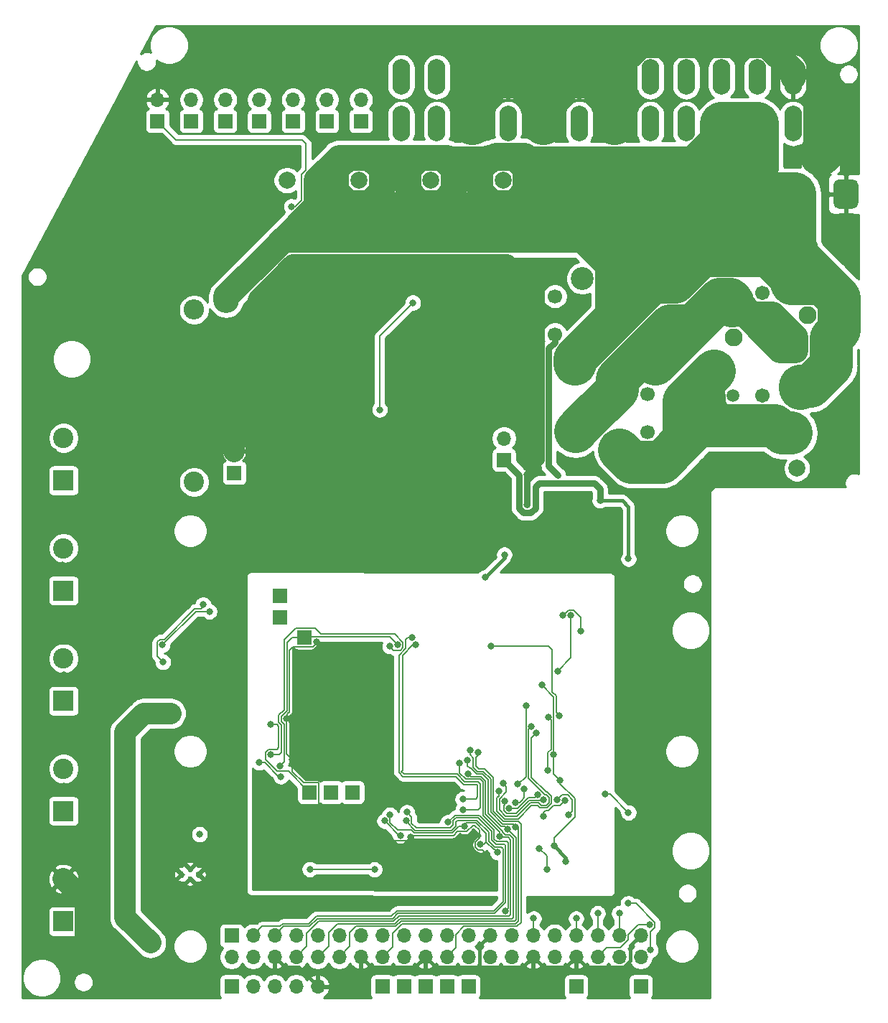
<source format=gbl>
G04 #@! TF.GenerationSoftware,KiCad,Pcbnew,(5.1.6-0-10_14)*
G04 #@! TF.CreationDate,2021-12-04T22:46:38+09:00*
G04 #@! TF.ProjectId,qPCR-main,71504352-2d6d-4616-996e-2e6b69636164,rev?*
G04 #@! TF.SameCoordinates,Original*
G04 #@! TF.FileFunction,Copper,L2,Bot*
G04 #@! TF.FilePolarity,Positive*
%FSLAX46Y46*%
G04 Gerber Fmt 4.6, Leading zero omitted, Abs format (unit mm)*
G04 Created by KiCad (PCBNEW (5.1.6-0-10_14)) date 2021-12-04 22:46:38*
%MOMM*%
%LPD*%
G01*
G04 APERTURE LIST*
G04 #@! TA.AperFunction,ComponentPad*
%ADD10C,2.108200*%
G04 #@! TD*
G04 #@! TA.AperFunction,ComponentPad*
%ADD11C,1.498600*%
G04 #@! TD*
G04 #@! TA.AperFunction,ComponentPad*
%ADD12C,1.701800*%
G04 #@! TD*
G04 #@! TA.AperFunction,ComponentPad*
%ADD13C,2.006600*%
G04 #@! TD*
G04 #@! TA.AperFunction,ComponentPad*
%ADD14C,0.600000*%
G04 #@! TD*
G04 #@! TA.AperFunction,ComponentPad*
%ADD15R,1.700000X1.700000*%
G04 #@! TD*
G04 #@! TA.AperFunction,ComponentPad*
%ADD16O,1.700000X1.700000*%
G04 #@! TD*
G04 #@! TA.AperFunction,ComponentPad*
%ADD17C,2.400000*%
G04 #@! TD*
G04 #@! TA.AperFunction,ComponentPad*
%ADD18O,2.400000X2.400000*%
G04 #@! TD*
G04 #@! TA.AperFunction,ComponentPad*
%ADD19R,2.400000X2.400000*%
G04 #@! TD*
G04 #@! TA.AperFunction,ComponentPad*
%ADD20C,2.000000*%
G04 #@! TD*
G04 #@! TA.AperFunction,ComponentPad*
%ADD21R,3.500000X3.500000*%
G04 #@! TD*
G04 #@! TA.AperFunction,ComponentPad*
%ADD22C,1.700000*%
G04 #@! TD*
G04 #@! TA.AperFunction,ComponentPad*
%ADD23C,2.700000*%
G04 #@! TD*
G04 #@! TA.AperFunction,ComponentPad*
%ADD24O,2.100000X4.200000*%
G04 #@! TD*
G04 #@! TA.AperFunction,ViaPad*
%ADD25C,0.800000*%
G04 #@! TD*
G04 #@! TA.AperFunction,Conductor*
%ADD26C,0.250000*%
G04 #@! TD*
G04 #@! TA.AperFunction,Conductor*
%ADD27C,2.540000*%
G04 #@! TD*
G04 #@! TA.AperFunction,Conductor*
%ADD28C,0.152400*%
G04 #@! TD*
G04 #@! TA.AperFunction,Conductor*
%ADD29C,5.080000*%
G04 #@! TD*
G04 #@! TA.AperFunction,Conductor*
%ADD30C,0.762000*%
G04 #@! TD*
G04 #@! TA.AperFunction,Conductor*
%ADD31C,3.048000*%
G04 #@! TD*
G04 #@! TA.AperFunction,Conductor*
%ADD32C,0.381000*%
G04 #@! TD*
G04 #@! TA.AperFunction,Conductor*
%ADD33C,10.160000*%
G04 #@! TD*
G04 #@! TA.AperFunction,Conductor*
%ADD34C,7.112000*%
G04 #@! TD*
G04 #@! TA.AperFunction,Conductor*
%ADD35C,0.254000*%
G04 #@! TD*
G04 APERTURE END LIST*
D10*
X173290000Y-68850000D03*
D11*
X171340000Y-66200000D03*
D12*
X167940000Y-66200000D03*
D13*
X163990000Y-67000000D03*
D10*
X164590000Y-71500000D03*
X162590000Y-75650000D03*
D11*
X164540000Y-78300000D03*
D12*
X167940000Y-78300000D03*
D13*
X172490000Y-77500000D03*
D10*
X171890000Y-73000000D03*
D14*
X99469999Y-134770000D03*
X100470000Y-134170000D03*
X101470001Y-134770000D03*
X100470000Y-135269999D03*
D15*
X105370000Y-148000000D03*
D16*
X107910000Y-148000000D03*
X110450000Y-148000000D03*
X112990000Y-148000000D03*
X115530000Y-148000000D03*
D17*
X100950000Y-88510000D03*
D18*
X100950000Y-68190000D03*
D15*
X114556000Y-125110000D03*
X105700000Y-87440000D03*
D16*
X105700000Y-84900000D03*
X96625490Y-43410000D03*
D15*
X96625490Y-45950000D03*
X112625490Y-45950000D03*
D16*
X112625490Y-43410000D03*
D15*
X108625490Y-45950000D03*
D16*
X108625490Y-43410000D03*
X104625490Y-43410000D03*
D15*
X104625490Y-45950000D03*
D16*
X100625490Y-43410000D03*
D15*
X100625490Y-45950000D03*
D19*
X85546000Y-88320000D03*
D17*
X85546000Y-83320000D03*
X85546000Y-96320000D03*
D19*
X85546000Y-101320000D03*
X85546000Y-114320000D03*
D17*
X85546000Y-109320000D03*
D19*
X85546000Y-127320000D03*
D17*
X85546000Y-122320000D03*
X85546000Y-135320000D03*
D19*
X85546000Y-140320000D03*
D20*
X120400000Y-52930000D03*
X123900000Y-52930000D03*
X140900000Y-52930000D03*
X137400000Y-52930000D03*
X128900000Y-52930000D03*
X132400000Y-52930000D03*
G04 #@! TA.AperFunction,ComponentPad*
G36*
G01*
X176579000Y-48976200D02*
X176579000Y-50726200D01*
G75*
G02*
X175704000Y-51601200I-875000J0D01*
G01*
X173954000Y-51601200D01*
G75*
G02*
X173079000Y-50726200I0J875000D01*
G01*
X173079000Y-48976200D01*
G75*
G02*
X173954000Y-48101200I875000J0D01*
G01*
X175704000Y-48101200D01*
G75*
G02*
X176579000Y-48976200I0J-875000D01*
G01*
G37*
G04 #@! TD.AperFunction*
G04 #@! TA.AperFunction,ComponentPad*
G36*
G01*
X179329000Y-53551200D02*
X179329000Y-55551200D01*
G75*
G02*
X178579000Y-56301200I-750000J0D01*
G01*
X177079000Y-56301200D01*
G75*
G02*
X176329000Y-55551200I0J750000D01*
G01*
X176329000Y-53551200D01*
G75*
G02*
X177079000Y-52801200I750000J0D01*
G01*
X178579000Y-52801200D01*
G75*
G02*
X179329000Y-53551200I0J-750000D01*
G01*
G37*
G04 #@! TD.AperFunction*
D21*
X171829000Y-54551200D03*
D15*
X123150000Y-148000000D03*
X125690000Y-148000000D03*
X128230000Y-148000000D03*
X130770000Y-148000000D03*
X133310000Y-148000000D03*
X146010000Y-148000000D03*
X153630000Y-148000000D03*
X120625490Y-45950000D03*
D16*
X120625490Y-43410000D03*
D15*
X116625490Y-45950000D03*
D16*
X116625490Y-43410000D03*
D15*
X111120000Y-101904000D03*
X111120000Y-104444000D03*
X113970000Y-106850000D03*
X117096000Y-125110000D03*
X119636000Y-125110000D03*
D20*
X172050000Y-86890000D03*
X172050000Y-83390000D03*
X155360000Y-74610000D03*
D22*
X154410000Y-78110000D03*
X154410000Y-82610000D03*
D23*
X151160000Y-84710000D03*
D20*
X145860000Y-74610000D03*
D22*
X143510000Y-71110000D03*
X143510000Y-66610000D03*
D23*
X146760000Y-64510000D03*
D24*
X171580000Y-40746400D03*
X167380000Y-40746400D03*
X171580000Y-46246400D03*
X163180000Y-40746400D03*
X158980000Y-40746400D03*
X154780000Y-40746400D03*
X150580000Y-40746400D03*
X146380000Y-40746400D03*
X142180000Y-40746400D03*
X137980000Y-40746400D03*
X133780000Y-40746400D03*
X129580000Y-40746400D03*
X125380000Y-40746400D03*
X167380000Y-46246400D03*
X163180000Y-46246400D03*
X158980000Y-46246400D03*
X154780000Y-46246400D03*
X150580000Y-46246400D03*
X146380000Y-46246400D03*
X142180000Y-46246400D03*
X137980000Y-46246400D03*
X133780000Y-46246400D03*
X129580000Y-46246400D03*
X125380000Y-46246400D03*
D20*
X115400000Y-52930000D03*
X111900000Y-52930000D03*
D16*
X137500000Y-83360000D03*
D15*
X137500000Y-85900000D03*
D16*
X153630000Y-144540000D03*
X153630000Y-142000000D03*
X135850000Y-144540000D03*
X135850000Y-142000000D03*
X130770000Y-144540000D03*
X130770000Y-142000000D03*
X140930000Y-144540000D03*
X140930000Y-142000000D03*
X112990000Y-144540000D03*
X112990000Y-142000000D03*
X143470000Y-144540000D03*
X143470000Y-142000000D03*
X125690000Y-144540000D03*
X125690000Y-142000000D03*
X148550000Y-144540000D03*
X148550000Y-142000000D03*
X146010000Y-144540000D03*
X146010000Y-142000000D03*
X151090000Y-144540000D03*
X151090000Y-142000000D03*
X128230000Y-144540000D03*
X128230000Y-142000000D03*
X115530000Y-144540000D03*
X115530000Y-142000000D03*
X120610000Y-144540000D03*
X120610000Y-142000000D03*
X138390000Y-144540000D03*
X138390000Y-142000000D03*
X118070000Y-144540000D03*
X118070000Y-142000000D03*
X133310000Y-144540000D03*
X133310000Y-142000000D03*
D15*
X105370000Y-142000000D03*
D16*
X105370000Y-144540000D03*
X110450000Y-142000000D03*
X107910000Y-144540000D03*
X123150000Y-144540000D03*
X123150000Y-142000000D03*
X107910000Y-142000000D03*
X110450000Y-144540000D03*
D25*
X161400000Y-147240000D03*
X158510000Y-147330000D03*
X135440000Y-146510000D03*
X141580000Y-146580000D03*
X138750000Y-148050000D03*
X92320000Y-72390000D03*
X88160000Y-99410000D03*
X95050000Y-100230000D03*
X93730000Y-110850000D03*
X88420000Y-112320000D03*
X90580000Y-110750000D03*
X85560000Y-111240000D03*
X81250000Y-113550000D03*
X84460000Y-116670000D03*
X81160000Y-119760000D03*
X81200000Y-126280000D03*
X83950000Y-129310000D03*
X81240000Y-131620000D03*
X82820000Y-140660000D03*
X81070000Y-144730000D03*
X88290000Y-142520000D03*
X85360000Y-144680000D03*
X85480000Y-148990000D03*
X85640000Y-124380000D03*
X89370000Y-125350000D03*
X88560000Y-119610000D03*
X90170000Y-132610000D03*
X86880000Y-132580000D03*
X90650000Y-136620000D03*
X88380000Y-138440000D03*
X85510000Y-137370000D03*
X107720000Y-89200000D03*
X97522078Y-133559431D03*
X96620000Y-105560000D03*
X93730000Y-106090000D03*
X81370000Y-106590000D03*
X83970000Y-103680000D03*
X81430000Y-100870000D03*
X89840000Y-97730000D03*
X85390000Y-98320000D03*
X93700000Y-97730000D03*
X81540000Y-93490000D03*
X96520000Y-82910000D03*
X87950000Y-86310000D03*
X95030000Y-87110000D03*
X83540000Y-90790000D03*
X88620000Y-90530000D03*
X81270000Y-87920000D03*
X89020000Y-76420000D03*
X84280000Y-75520000D03*
X82300000Y-77890000D03*
X92040000Y-80530000D03*
X84830000Y-81200000D03*
X91270000Y-84830000D03*
X84390000Y-84960000D03*
X145410000Y-104240000D03*
X143815000Y-110845000D03*
X143350000Y-120680000D03*
X141983532Y-112470000D03*
X114610000Y-134180000D03*
X122232402Y-134200000D03*
X124041652Y-127765992D03*
X103250000Y-107360000D03*
X90370000Y-144070000D03*
X130163991Y-62906009D03*
X124997800Y-62912200D03*
X119846009Y-62906009D03*
X114636009Y-62906009D03*
X135650000Y-67360000D03*
X133860000Y-67390000D03*
X132080000Y-67400000D03*
X130290000Y-67410000D03*
X128520000Y-67410000D03*
X122520000Y-66540000D03*
X140220000Y-87590000D03*
X140220000Y-91200000D03*
X101260000Y-98100000D03*
X101018722Y-101994801D03*
X144124551Y-123672201D03*
X144779310Y-133299310D03*
X143390000Y-131440000D03*
X132823245Y-129104999D03*
X134740000Y-131260000D03*
X136757730Y-132165497D03*
X81900000Y-73500000D03*
X81900000Y-68700000D03*
X112551400Y-121240000D03*
X111870000Y-116450000D03*
X115417782Y-107397782D03*
X115050000Y-131030000D03*
X119250000Y-133070000D03*
X123407309Y-130839866D03*
X126528600Y-130420000D03*
X137550000Y-97082690D03*
X135280000Y-99760000D03*
X135220000Y-132840000D03*
X101580000Y-130050000D03*
X124032169Y-107882838D03*
X144038146Y-116045000D03*
X135942838Y-107882838D03*
X110010000Y-120660000D03*
X123407310Y-128476400D03*
X125271400Y-130211266D03*
X142721400Y-116280000D03*
X142700000Y-122490000D03*
X126750000Y-67370000D03*
X122840000Y-79980000D03*
X138860000Y-126310000D03*
X139901781Y-124724718D03*
X124970484Y-107719636D03*
X111050000Y-121980000D03*
X110020000Y-117080000D03*
X108632799Y-121593400D03*
X111190000Y-123237201D03*
X146573801Y-106119100D03*
X144457678Y-104227633D03*
X95821241Y-142842401D03*
X98180000Y-115800000D03*
X97270000Y-109740000D03*
X102020000Y-102977598D03*
X149450511Y-125341398D03*
X152181400Y-127488118D03*
X152161001Y-138198999D03*
X154784528Y-143713575D03*
X97220000Y-107700000D03*
X102760000Y-103780000D03*
X163452410Y-57802410D03*
X137617749Y-60217749D03*
X134707251Y-60182749D03*
X134802401Y-57927599D03*
X137893599Y-55606401D03*
X140700646Y-55500646D03*
X138472401Y-57927599D03*
X104712480Y-67077520D03*
X112847629Y-56885958D03*
X148810000Y-90680000D03*
X152181400Y-97566089D03*
X132690000Y-127170000D03*
X127120000Y-107723198D03*
X130862402Y-128650000D03*
X137672160Y-139073559D03*
X134474817Y-120411401D03*
X141010000Y-139987989D03*
X133306338Y-122925802D03*
X151090000Y-139378369D03*
X112414705Y-56021968D03*
X148560000Y-139378369D03*
X146020000Y-139987989D03*
X132649674Y-125912799D03*
X126686012Y-106864985D03*
X132267597Y-121668601D03*
X136955807Y-130298677D03*
X133220000Y-121363791D03*
X137942875Y-129466439D03*
X140736911Y-117350000D03*
X137391400Y-124035853D03*
X126062506Y-127451178D03*
X133522417Y-120106591D03*
X138891400Y-129161629D03*
X141292155Y-118123805D03*
X136870000Y-124935668D03*
X125980000Y-128400000D03*
X140108311Y-114871104D03*
X139150000Y-124140000D03*
X142169927Y-127913222D03*
X144700530Y-126039999D03*
X137598799Y-126192869D03*
X142184287Y-126017152D03*
X138120000Y-126990000D03*
X141460034Y-125398665D03*
X143748127Y-126008282D03*
X145139681Y-127764132D03*
X142550000Y-134160000D03*
X141660000Y-131700000D03*
X146570000Y-81900256D03*
X143860000Y-87696000D03*
X154671400Y-140740000D03*
D26*
X97522078Y-133562078D02*
X97522078Y-133559431D01*
X109374275Y-73995000D02*
X109925000Y-73995000D01*
D27*
X108520000Y-75400000D02*
X105700000Y-78220000D01*
X105700000Y-78220000D02*
X105700000Y-84900000D01*
D26*
X107584990Y-74464990D02*
X108520000Y-75400000D01*
D28*
X145410000Y-109250000D02*
X143815000Y-110845000D01*
X145410000Y-104240000D02*
X145410000Y-109250000D01*
X143350000Y-113836468D02*
X141983532Y-112470000D01*
X143350000Y-120680000D02*
X143350000Y-113836468D01*
X143350000Y-122895008D02*
X143350000Y-120680000D01*
X122212402Y-134180000D02*
X122232402Y-134200000D01*
X114610000Y-134180000D02*
X122212402Y-134180000D01*
D29*
X133780000Y-40746400D02*
X133780000Y-46246400D01*
X133780000Y-40746400D02*
X137980000Y-40746400D01*
X137980000Y-40746400D02*
X142180000Y-40746400D01*
X142180000Y-40746400D02*
X146380000Y-40746400D01*
X150580000Y-40746400D02*
X146380000Y-40746400D01*
X150580000Y-46246400D02*
X150580000Y-40746400D01*
X142180000Y-46246400D02*
X142180000Y-40746400D01*
D27*
X88168401Y-137942401D02*
X85546000Y-135320000D01*
X88168401Y-141868401D02*
X88168401Y-137942401D01*
X90370000Y-144070000D02*
X88168401Y-141868401D01*
X108520000Y-75400000D02*
X108520000Y-67020000D01*
X108520000Y-67020000D02*
X112633991Y-62906009D01*
X116367041Y-62906009D02*
X119846009Y-62906009D01*
X114636009Y-62906009D02*
X116367041Y-62906009D01*
X112633991Y-62906009D02*
X114636009Y-62906009D01*
D29*
X175322410Y-43646244D02*
X175322410Y-49357790D01*
X175322410Y-49357790D02*
X174829000Y-49851200D01*
D28*
X135650000Y-63190000D02*
X135366009Y-62906009D01*
X135650000Y-67360000D02*
X135650000Y-63190000D01*
X133860000Y-67390000D02*
X133860000Y-63172018D01*
D27*
X133593991Y-62906009D02*
X135366009Y-62906009D01*
D28*
X133860000Y-63172018D02*
X133593991Y-62906009D01*
X132080000Y-63100000D02*
X131886009Y-62906009D01*
X132080000Y-67400000D02*
X132080000Y-63100000D01*
D27*
X131886009Y-62906009D02*
X133593991Y-62906009D01*
X130163991Y-62906009D02*
X131886009Y-62906009D01*
D28*
X130290000Y-63032018D02*
X130163991Y-62906009D01*
X130290000Y-67410000D02*
X130290000Y-63032018D01*
X128520000Y-67410000D02*
X128520000Y-63040000D01*
X128520000Y-63040000D02*
X128386009Y-62906009D01*
D27*
X128386009Y-62906009D02*
X130163991Y-62906009D01*
D28*
X122520000Y-63010000D02*
X122416009Y-62906009D01*
X122520000Y-66540000D02*
X122520000Y-63010000D01*
D27*
X122416009Y-62906009D02*
X128386009Y-62906009D01*
X119846009Y-62906009D02*
X122416009Y-62906009D01*
X135366009Y-62906009D02*
X137873991Y-62906009D01*
D30*
X140220000Y-91200000D02*
X140220000Y-87590000D01*
X140220000Y-87590000D02*
X141872180Y-85937820D01*
X141872180Y-85937820D02*
X141872180Y-63802180D01*
X140976009Y-62906009D02*
X137873991Y-62906009D01*
X141872180Y-63802180D02*
X140976009Y-62906009D01*
D31*
X171580000Y-40040675D02*
X171580000Y-40746400D01*
X153650685Y-36969990D02*
X168509315Y-36969990D01*
X168509315Y-36969990D02*
X171580000Y-40040675D01*
X150580000Y-40040675D02*
X153650685Y-36969990D01*
X150580000Y-40746400D02*
X150580000Y-40040675D01*
D30*
X101260000Y-101753523D02*
X101018722Y-101994801D01*
X101260000Y-98100000D02*
X101260000Y-101753523D01*
D28*
X143350000Y-122897650D02*
X143350000Y-122895008D01*
X144124551Y-123672201D02*
X143350000Y-122897650D01*
D32*
X144779310Y-132829310D02*
X143390000Y-131440000D01*
X144779310Y-133299310D02*
X144779310Y-132829310D01*
D28*
X124041652Y-128679676D02*
X124041652Y-127765992D01*
X124931976Y-129570000D02*
X124041652Y-128679676D01*
X124931976Y-129570000D02*
X126558934Y-129570000D01*
X126558934Y-129570000D02*
X126877156Y-129888220D01*
X126877156Y-129888220D02*
X131416645Y-129888219D01*
X132199865Y-129104999D02*
X132823245Y-129104999D01*
X131416645Y-129888219D02*
X132199865Y-129104999D01*
X132823245Y-129104999D02*
X132823245Y-128876755D01*
X135412779Y-129954833D02*
X135412780Y-130979177D01*
X134182376Y-128724430D02*
X135412779Y-129954833D01*
X132823245Y-128876755D02*
X132975570Y-128724430D01*
X132975570Y-128724430D02*
X134182376Y-128724430D01*
D32*
X113262901Y-145732901D02*
X115530000Y-148000000D01*
X111642901Y-145732901D02*
X113262901Y-145732901D01*
X110450000Y-144540000D02*
X111642901Y-145732901D01*
X127037099Y-145732901D02*
X128230000Y-144540000D01*
X121802901Y-145732901D02*
X127037099Y-145732901D01*
X120610000Y-144540000D02*
X121802901Y-145732901D01*
X129422901Y-145732901D02*
X128230000Y-144540000D01*
X140930000Y-144540000D02*
X139737099Y-145732901D01*
X152437099Y-144958395D02*
X151662593Y-145732901D01*
X147202901Y-145732901D02*
X146010000Y-144540000D01*
X152437099Y-143192901D02*
X152437099Y-144958395D01*
X151662593Y-145732901D02*
X147202901Y-145732901D01*
X153630000Y-142000000D02*
X152437099Y-143192901D01*
X144817099Y-145732901D02*
X146010000Y-144540000D01*
X142122901Y-145732901D02*
X144817099Y-145732901D01*
X140930000Y-144540000D02*
X142122901Y-145732901D01*
X134657099Y-145632901D02*
X134557099Y-145732901D01*
X134657099Y-143192901D02*
X134657099Y-145632901D01*
X135850000Y-142000000D02*
X134657099Y-143192901D01*
X134557099Y-145732901D02*
X129422901Y-145732901D01*
X139737099Y-145732901D02*
X134557099Y-145732901D01*
D28*
X136433939Y-131841706D02*
X136757730Y-132165497D01*
X136275311Y-131841706D02*
X136433939Y-131841706D01*
X135412780Y-130979177D02*
X136275311Y-131841706D01*
X135131957Y-131260000D02*
X135412780Y-130979177D01*
X134740000Y-131260000D02*
X135131957Y-131260000D01*
X143390000Y-131440000D02*
X143390000Y-130444143D01*
X143390000Y-130444143D02*
X145844490Y-127989653D01*
X144124551Y-124103155D02*
X144124551Y-123672201D01*
X145844489Y-125823093D02*
X144124551Y-124103155D01*
X145844490Y-127989653D02*
X145844489Y-125823093D01*
X111870000Y-120558600D02*
X111870000Y-116450000D01*
X112551400Y-121240000D02*
X111870000Y-120558600D01*
X111970000Y-115861066D02*
X112204810Y-115626256D01*
X111970000Y-116350000D02*
X111970000Y-115861066D01*
X111870000Y-116450000D02*
X111970000Y-116350000D01*
X112204810Y-115626256D02*
X112204810Y-108355190D01*
X112204810Y-108355190D02*
X112631399Y-107928601D01*
X112631399Y-107928601D02*
X112937119Y-107928601D01*
X115417782Y-107513700D02*
X115417782Y-107397782D01*
X115002881Y-107928601D02*
X115417782Y-107513700D01*
X112937119Y-107928601D02*
X115002881Y-107928601D01*
X119250000Y-133070000D02*
X117210000Y-131030000D01*
X115658601Y-124077119D02*
X115658601Y-130978601D01*
X115541482Y-123960000D02*
X115658601Y-124077119D01*
X112551400Y-122650334D02*
X113861066Y-123960000D01*
X113861066Y-123960000D02*
X115541482Y-123960000D01*
X112551400Y-121240000D02*
X112551400Y-122650334D01*
X115658601Y-130978601D02*
X115710000Y-131030000D01*
X115710000Y-131030000D02*
X115050000Y-131030000D01*
X117210000Y-131030000D02*
X115710000Y-131030000D01*
X119250000Y-133070000D02*
X123150000Y-133070000D01*
X123407309Y-132812691D02*
X123407309Y-130839866D01*
X123150000Y-133070000D02*
X123407309Y-132812691D01*
X126108734Y-130839866D02*
X123407309Y-130839866D01*
X126528600Y-130420000D02*
X126108734Y-130839866D01*
D32*
X137550000Y-97490000D02*
X135280000Y-99760000D01*
X137550000Y-97082690D02*
X137550000Y-97490000D01*
D28*
X134111399Y-131561729D02*
X134111399Y-130958271D01*
X134438271Y-131888601D02*
X134111399Y-131561729D01*
X134111399Y-130958271D02*
X134579670Y-130490000D01*
X134937535Y-131888601D02*
X134438271Y-131888601D01*
X134579670Y-130490000D02*
X134579670Y-129552790D01*
X134579670Y-129552790D02*
X134056120Y-129029240D01*
X133829334Y-129029240D02*
X133124974Y-129733600D01*
X133124974Y-129733600D02*
X132002330Y-129733600D01*
X134056120Y-129029240D02*
X133829334Y-129029240D01*
X132002330Y-129733600D02*
X131542900Y-130193028D01*
X126755572Y-130193028D02*
X126528600Y-130420000D01*
X131542900Y-130193028D02*
X126755572Y-130193028D01*
X135220000Y-132171066D02*
X135220000Y-132840000D01*
X134937535Y-131888601D02*
X135220000Y-132171066D01*
X124032169Y-107882838D02*
X124497568Y-108348237D01*
X124645550Y-106464372D02*
X125599085Y-107417907D01*
X115211399Y-105771399D02*
X115904371Y-106464371D01*
X112937119Y-105771399D02*
X115211399Y-105771399D01*
X111595191Y-107113327D02*
X112937119Y-105771399D01*
X111595190Y-115373744D02*
X111595191Y-107113327D01*
X110936589Y-116877985D02*
X110936590Y-116032344D01*
X115904371Y-106464371D02*
X124645550Y-106464372D01*
X111260380Y-117201776D02*
X110936589Y-116877985D01*
X110010000Y-120660000D02*
X111020380Y-120660000D01*
X111260380Y-120420000D02*
X111260380Y-117201776D01*
X110936590Y-116032344D02*
X111595190Y-115373744D01*
X111020380Y-120660000D02*
X111260380Y-120420000D01*
X125142176Y-130211266D02*
X125271400Y-130211266D01*
X123407310Y-128476400D02*
X125142176Y-130211266D01*
X125599085Y-108021365D02*
X125272213Y-108348237D01*
X125272213Y-108348237D02*
X124497568Y-108348237D01*
X125599085Y-107417907D02*
X125599085Y-108021365D01*
X142721400Y-116280000D02*
X143045190Y-116603790D01*
X143045190Y-116603790D02*
X143045190Y-120014810D01*
X142700000Y-120360000D02*
X142700000Y-122490000D01*
X143045190Y-120014810D02*
X142700000Y-120360000D01*
X122840000Y-71280000D02*
X122840000Y-79980000D01*
X126750000Y-67370000D02*
X122840000Y-71280000D01*
X138860000Y-126310000D02*
X139359264Y-126310000D01*
X139359264Y-126310000D02*
X139589632Y-126079632D01*
X139901781Y-125767483D02*
X139901781Y-124724718D01*
X139589632Y-126079632D02*
X139901781Y-125767483D01*
X142782838Y-107882838D02*
X135942838Y-107882838D01*
X143186399Y-108286399D02*
X142782838Y-107882838D01*
X143186399Y-113241801D02*
X143186399Y-108286399D01*
X143654810Y-113710212D02*
X143186399Y-113241801D01*
X143654810Y-115661664D02*
X143654810Y-113710212D01*
X144038146Y-116045000D02*
X143654810Y-115661664D01*
X111900000Y-107440000D02*
X112490000Y-106850000D01*
X111241399Y-116158601D02*
X111900000Y-115500000D01*
X111900000Y-115500000D02*
X111900000Y-107440000D01*
X111241399Y-116751729D02*
X111241399Y-116158601D01*
X112490000Y-106850000D02*
X113970000Y-106850000D01*
X111565190Y-117075520D02*
X111241399Y-116751729D01*
X111565190Y-121464810D02*
X111565190Y-117075520D01*
X111050000Y-121980000D02*
X111565190Y-121464810D01*
X114050819Y-106769181D02*
X113970000Y-106850000D01*
X124020029Y-106769181D02*
X114050819Y-106769181D01*
X124970484Y-107719636D02*
X124020029Y-106769181D01*
X110955570Y-117328032D02*
X110707538Y-117080000D01*
X110955570Y-119834430D02*
X110955570Y-117328032D01*
X110760000Y-120030000D02*
X110955570Y-119834430D01*
X110707538Y-117080000D02*
X110020000Y-117080000D01*
X109709670Y-120030000D02*
X110760000Y-120030000D01*
X109381399Y-120358271D02*
X109709670Y-120030000D01*
X109381399Y-121241729D02*
X109381399Y-120358271D01*
X112078601Y-122608601D02*
X114580000Y-125110000D01*
X110748271Y-122608601D02*
X112078601Y-122608601D01*
X109381399Y-121241729D02*
X110748271Y-122608601D01*
X108632799Y-121593400D02*
X109302004Y-121593400D01*
X110945805Y-123237201D02*
X111190000Y-123237201D01*
X109302004Y-121593400D02*
X110945805Y-123237201D01*
X144492037Y-104227633D02*
X144457678Y-104227633D01*
X145711729Y-103611399D02*
X145108271Y-103611399D01*
X145108271Y-103611399D02*
X144492037Y-104227633D01*
X146573801Y-104473471D02*
X145711729Y-103611399D01*
X146573801Y-106119100D02*
X146573801Y-104473471D01*
D27*
X95821241Y-142842401D02*
X92820000Y-139841160D01*
X92820000Y-139841160D02*
X92820000Y-118010000D01*
X95030000Y-115800000D02*
X98180000Y-115800000D01*
X92820000Y-118010000D02*
X95030000Y-115800000D01*
D28*
X96591399Y-109061399D02*
X96591399Y-107398271D01*
X96591399Y-107398271D02*
X96918271Y-107071399D01*
X97270000Y-109740000D02*
X96591399Y-109061399D01*
X97417535Y-107071399D02*
X101013744Y-103475190D01*
X96918271Y-107071399D02*
X97417535Y-107071399D01*
X101013744Y-103475190D02*
X101760000Y-103475190D01*
X102020000Y-103215190D02*
X102020000Y-102977598D01*
X101760000Y-103475190D02*
X102020000Y-103215190D01*
X150034680Y-125341398D02*
X152181400Y-127488118D01*
X149450511Y-125341398D02*
X150034680Y-125341398D01*
X152161001Y-138198999D02*
X153060729Y-138198999D01*
X153060729Y-138198999D02*
X155300001Y-140438271D01*
X154784528Y-143713575D02*
X154784528Y-141595472D01*
X155300001Y-141079999D02*
X155300001Y-140438271D01*
X154784528Y-141595472D02*
X155300001Y-141079999D01*
X101140000Y-103780000D02*
X102760000Y-103780000D01*
X97220000Y-107700000D02*
X101140000Y-103780000D01*
D33*
X155482973Y-53995180D02*
X164846599Y-53995180D01*
D29*
X163180000Y-46246400D02*
X167380000Y-46246400D01*
D27*
X167380000Y-46246400D02*
X167036590Y-46589810D01*
D29*
X172001308Y-61767590D02*
X177036501Y-66802783D01*
X163180000Y-52328581D02*
X164846599Y-53995180D01*
X163180000Y-46246400D02*
X163180000Y-52328581D01*
X167380000Y-51461779D02*
X164846599Y-53995180D01*
X167380000Y-46246400D02*
X167380000Y-51461779D01*
X165402619Y-54551200D02*
X164846599Y-53995180D01*
X171829000Y-54551200D02*
X165402619Y-54551200D01*
X150802401Y-62569647D02*
X154330353Y-62569647D01*
X154330353Y-62569647D02*
X155132410Y-61767590D01*
X171829000Y-61595282D02*
X172001308Y-61767590D01*
X171829000Y-54551200D02*
X171829000Y-61595282D01*
X172001308Y-61767590D02*
X172001308Y-61149889D01*
X155482973Y-53995180D02*
X155482973Y-54412973D01*
X155482973Y-54412973D02*
X158872410Y-57802410D01*
X158872410Y-57802410D02*
X158872410Y-61767590D01*
X158702410Y-61767590D02*
X158872410Y-61767590D01*
X160302410Y-61767590D02*
X158872410Y-61767590D01*
X172001308Y-61767590D02*
X160302410Y-61767590D01*
X158872410Y-57802410D02*
X163452410Y-57802410D01*
X163580529Y-57674291D02*
X168525709Y-57674291D01*
X163452410Y-57802410D02*
X163580529Y-57674291D01*
X168525709Y-57674291D02*
X164846599Y-53995180D01*
X172001308Y-61149889D02*
X168525709Y-57674291D01*
X160802666Y-61767590D02*
X164722410Y-61767590D01*
X164722410Y-61767590D02*
X172001308Y-61767590D01*
X155132410Y-61767590D02*
X164722410Y-61767590D01*
X168751676Y-61767590D02*
X171483301Y-64499215D01*
X164722410Y-61767590D02*
X168751676Y-61767590D01*
X171483301Y-64499215D02*
X171483301Y-65111877D01*
X171491679Y-65103499D02*
X171483301Y-65111877D01*
X175337217Y-65103499D02*
X171491679Y-65103499D01*
X177036501Y-66802783D02*
X175337217Y-65103499D01*
X145860000Y-74017502D02*
X154979911Y-64897591D01*
X145860000Y-74610000D02*
X145860000Y-74017502D01*
X157672665Y-64897591D02*
X160802666Y-61767590D01*
X154979911Y-64897591D02*
X157672665Y-64897591D01*
X150802401Y-62569647D02*
X146160353Y-57927599D01*
X150802401Y-69060353D02*
X150802401Y-62569647D01*
X145860000Y-74002754D02*
X150802401Y-69060353D01*
X145860000Y-74610000D02*
X145860000Y-74002754D01*
D31*
X140433506Y-50462810D02*
X159669315Y-50462810D01*
X163180000Y-46952125D02*
X163180000Y-46246400D01*
X139993506Y-50022810D02*
X140433506Y-50462810D01*
X136147190Y-50462810D02*
X136587190Y-50022810D01*
X133400000Y-50462810D02*
X136147190Y-50462810D01*
X136587190Y-50022810D02*
X139993506Y-50022810D01*
X159669315Y-50462810D02*
X163180000Y-46952125D01*
X132400000Y-51462810D02*
X133400000Y-50462810D01*
X132400000Y-52930000D02*
X132400000Y-51462810D01*
X151150000Y-52930000D02*
X153849076Y-55629076D01*
X140900000Y-52930000D02*
X151150000Y-52930000D01*
D33*
X153849076Y-55629076D02*
X155482973Y-53995180D01*
X151550554Y-57927599D02*
X153849076Y-55629076D01*
D31*
X140224295Y-50253599D02*
X140433506Y-50462810D01*
X135735705Y-50253599D02*
X140224295Y-50253599D01*
X130813599Y-50253599D02*
X131022810Y-50462810D01*
X117723599Y-51645327D02*
X119115327Y-50253599D01*
X117723599Y-54214673D02*
X117723599Y-51645327D01*
X117367735Y-54570537D02*
X117723599Y-54214673D01*
X117040537Y-54570537D02*
X117367735Y-54570537D01*
X135526494Y-50462810D02*
X135735705Y-50253599D01*
X131022810Y-50462810D02*
X135526494Y-50462810D01*
X115400000Y-52930000D02*
X117040537Y-54570537D01*
X119115327Y-55606401D02*
X122786401Y-55606401D01*
X117723599Y-54214673D02*
X119115327Y-55606401D01*
X123076401Y-51003599D02*
X122326401Y-50253599D01*
X123076401Y-52896401D02*
X123076401Y-51003599D01*
X123110000Y-52930000D02*
X123076401Y-52896401D01*
X122326401Y-50253599D02*
X130813599Y-50253599D01*
X119115327Y-50253599D02*
X122326401Y-50253599D01*
X123900000Y-52930000D02*
X123110000Y-52930000D01*
X126223599Y-51645327D02*
X127615327Y-50253599D01*
X126223599Y-54214673D02*
X126223599Y-51645327D01*
X130184673Y-50253599D02*
X131576401Y-51645327D01*
X127615327Y-50253599D02*
X130184673Y-50253599D01*
X132400000Y-52930000D02*
X131920000Y-52930000D01*
X131576401Y-53273599D02*
X131576401Y-54214673D01*
X131920000Y-52930000D02*
X131576401Y-53273599D01*
X127615327Y-55606401D02*
X126223599Y-54214673D01*
X130184673Y-55606401D02*
X127615327Y-55606401D01*
X131576401Y-54214673D02*
X130184673Y-55606401D01*
X131576401Y-51645327D02*
X131576401Y-54214673D01*
X123900000Y-52930000D02*
X123076401Y-52930000D01*
X121684673Y-50253599D02*
X119115327Y-50253599D01*
X123076401Y-51645327D02*
X121684673Y-50253599D01*
X123076401Y-52930000D02*
X123076401Y-51645327D01*
X123076401Y-54214673D02*
X123076401Y-52930000D01*
X121684673Y-55606401D02*
X123076401Y-54214673D01*
X119115327Y-55606401D02*
X121684673Y-55606401D01*
X140076401Y-53753599D02*
X140900000Y-52930000D01*
X140076401Y-54214673D02*
X140076401Y-53753599D01*
X140076401Y-54214673D02*
X140076401Y-51645327D01*
X138684673Y-55606401D02*
X140076401Y-54214673D01*
X134723599Y-54214673D02*
X136115327Y-55606401D01*
X139637812Y-50253599D02*
X136115327Y-50253599D01*
X134723599Y-51645327D02*
X134723599Y-54214673D01*
X136115327Y-55606401D02*
X137893599Y-55606401D01*
X136115327Y-50253599D02*
X134723599Y-51645327D01*
X140900000Y-51515787D02*
X139637812Y-50253599D01*
X140900000Y-52930000D02*
X140900000Y-51515787D01*
X140076401Y-51645327D02*
X139320537Y-50889463D01*
X118076401Y-50253599D02*
X119115327Y-50253599D01*
X115400000Y-52930000D02*
X118076401Y-50253599D01*
D34*
X151550554Y-57927599D02*
X138472401Y-57927599D01*
D27*
X119363475Y-57927599D02*
X121684673Y-55606401D01*
X118429165Y-57927599D02*
X116150000Y-55648434D01*
X119363475Y-57927599D02*
X118429165Y-57927599D01*
X115400000Y-59990000D02*
X115623599Y-60213599D01*
X115400000Y-52930000D02*
X115400000Y-59990000D01*
X115623599Y-60213599D02*
X118730777Y-60213599D01*
D29*
X172490000Y-77500000D02*
X172490000Y-77216410D01*
X173636494Y-77216410D02*
X176106410Y-74746494D01*
X172490000Y-77216410D02*
X173636494Y-77216410D01*
X176106410Y-74746494D02*
X176106410Y-71578412D01*
X177036501Y-70648321D02*
X177036501Y-66802783D01*
X176106410Y-71578412D02*
X177036501Y-70648321D01*
X177036501Y-67051679D02*
X175088321Y-65103499D01*
X177036501Y-70648321D02*
X177036501Y-67051679D01*
X175088321Y-65103499D02*
X173850000Y-65103499D01*
X173850000Y-65103499D02*
X171491679Y-65103499D01*
D34*
X134802401Y-57927599D02*
X118429165Y-57927599D01*
D31*
X137893599Y-55606401D02*
X138684673Y-55606401D01*
D34*
X138472401Y-57927599D02*
X134802401Y-57927599D01*
D31*
X115400000Y-52930000D02*
X115400000Y-54290000D01*
X104712480Y-66660668D02*
X104712480Y-67077520D01*
X118381553Y-59959599D02*
X111413549Y-59959599D01*
X118429165Y-57927599D02*
X118429165Y-59911987D01*
X118429165Y-59911987D02*
X118381553Y-59959599D01*
X115400000Y-55973148D02*
X115400000Y-52930000D01*
X110281574Y-61091574D02*
X115400000Y-55973148D01*
X111413549Y-59959599D02*
X110281574Y-61091574D01*
X110281574Y-61091574D02*
X104712480Y-66660668D01*
D28*
X112847629Y-56885958D02*
X112847629Y-56781764D01*
D32*
X148810000Y-90680000D02*
X151460000Y-90680000D01*
X152181400Y-91401400D02*
X152181400Y-97566089D01*
X151460000Y-90680000D02*
X152181400Y-91401400D01*
D30*
X148810000Y-89310000D02*
X148810000Y-90680000D01*
X141200000Y-89100000D02*
X141670599Y-88629401D01*
X148129401Y-88629401D02*
X148810000Y-89310000D01*
X141200000Y-91601434D02*
X141200000Y-89100000D01*
X141670599Y-88629401D02*
X148129401Y-88629401D01*
X140668033Y-92133401D02*
X141200000Y-91601434D01*
X139286599Y-87686599D02*
X139286599Y-91648033D01*
X137500000Y-85900000D02*
X139286599Y-87686599D01*
X139771967Y-92133401D02*
X140668033Y-92133401D01*
X139286599Y-91648033D02*
X139771967Y-92133401D01*
D28*
X132690000Y-127170000D02*
X134435190Y-127170000D01*
X134435190Y-127170000D02*
X134705190Y-126900000D01*
X134705190Y-124125190D02*
X134439213Y-123859213D01*
X134705190Y-126900000D02*
X134705190Y-124125190D01*
X132878352Y-123859212D02*
X131962788Y-122943648D01*
X134439213Y-123859213D02*
X132878352Y-123859212D01*
X131960294Y-122941154D02*
X125711154Y-122941154D01*
X131962788Y-122943648D02*
X131960294Y-122941154D01*
X125711154Y-122941154D02*
X125413744Y-122643744D01*
X125550000Y-122507488D02*
X125550000Y-108932582D01*
X125413744Y-122643744D02*
X125550000Y-122507488D01*
X126759384Y-107723198D02*
X127120000Y-107723198D01*
X125550000Y-108932582D02*
X126759384Y-107723198D01*
X130862402Y-128650000D02*
X131702402Y-127810000D01*
X131702402Y-127810000D02*
X134561144Y-127810000D01*
X134561144Y-127810000D02*
X134705191Y-127954047D01*
X137995950Y-131075950D02*
X137995950Y-137900000D01*
X134705191Y-127954047D02*
X136327206Y-129576062D01*
X136327206Y-129576062D02*
X136327206Y-130600406D01*
X136327206Y-130600406D02*
X136654078Y-130927278D01*
X137257536Y-130927278D02*
X137847278Y-130927278D01*
X136654078Y-130927278D02*
X137257536Y-130927278D01*
X137847278Y-130927278D02*
X137995950Y-131075950D01*
X137995950Y-137900000D02*
X137995950Y-138374050D01*
X137995950Y-138749769D02*
X137672160Y-139073559D01*
X137995950Y-138374050D02*
X137995950Y-138749769D01*
X134474817Y-120745183D02*
X134474817Y-120411401D01*
X134194953Y-122021955D02*
X134194953Y-121025047D01*
X134508163Y-122335165D02*
X134194953Y-122021955D01*
X136241399Y-123377135D02*
X135199430Y-122335166D01*
X137439503Y-128533029D02*
X136241399Y-127334925D01*
X132792271Y-140921399D02*
X139018601Y-140921399D01*
X139173029Y-128533029D02*
X137439503Y-128533029D01*
X139520000Y-140420000D02*
X139520000Y-128880000D01*
X139018601Y-140921399D02*
X139520000Y-140420000D01*
X131848601Y-141865069D02*
X132792271Y-140921399D01*
X136241399Y-127334925D02*
X136241399Y-123377135D01*
X131848601Y-143461399D02*
X131848601Y-141865069D01*
X135199430Y-122335166D02*
X134508163Y-122335165D01*
X139520000Y-128880000D02*
X139173029Y-128533029D01*
X134194953Y-121025047D02*
X134474817Y-120745183D01*
X130770000Y-144540000D02*
X131848601Y-143461399D01*
X141010000Y-141920000D02*
X140930000Y-142000000D01*
X141010000Y-139987989D02*
X141010000Y-141920000D01*
X135326971Y-123876756D02*
X135326756Y-123876756D01*
X134820659Y-123249593D02*
X135326971Y-123755905D01*
X133630129Y-123249593D02*
X134820659Y-123249593D01*
X135326971Y-123755905D02*
X135326971Y-123876756D01*
X133306338Y-122925802D02*
X133630129Y-123249593D01*
X116810000Y-143260000D02*
X115530000Y-144540000D01*
X116810000Y-141663670D02*
X116810000Y-143260000D01*
X117857081Y-140616589D02*
X116810000Y-141663670D01*
X124614949Y-140616589D02*
X117857081Y-140616589D01*
X125683029Y-140006971D02*
X125224567Y-140006971D01*
X138140410Y-130095040D02*
X138605570Y-130560200D01*
X125683031Y-140006969D02*
X125683029Y-140006971D01*
X137314274Y-129768168D02*
X137641146Y-130095040D01*
X138605570Y-130560200D02*
X138605570Y-139834430D01*
X125224567Y-140006971D02*
X124614949Y-140616589D01*
X138433031Y-140006969D02*
X125683031Y-140006969D01*
X137314274Y-129700998D02*
X137314274Y-129768168D01*
X135326972Y-127713696D02*
X137314274Y-129700998D01*
X137641146Y-130095040D02*
X138140410Y-130095040D01*
X138605570Y-139834430D02*
X138433031Y-140006969D01*
X135326971Y-123876756D02*
X135326972Y-127713696D01*
X151090000Y-139378369D02*
X151090000Y-142000000D01*
X96625490Y-45950000D02*
X98825490Y-48150000D01*
X98825490Y-48150000D02*
X113720000Y-48150000D01*
X113720000Y-48150000D02*
X114160000Y-48590000D01*
X114160000Y-51691436D02*
X113647390Y-52204046D01*
X114160000Y-48590000D02*
X114160000Y-51691436D01*
X113647390Y-52204046D02*
X113647390Y-55247194D01*
X112872616Y-56021968D02*
X112414705Y-56021968D01*
X113647390Y-55247194D02*
X112872616Y-56021968D01*
X148560000Y-141990000D02*
X148550000Y-142000000D01*
X148560000Y-139378369D02*
X148560000Y-141990000D01*
X146020000Y-141990000D02*
X146010000Y-142000000D01*
X146020000Y-139987989D02*
X146020000Y-141990000D01*
X132649674Y-125912799D02*
X134167581Y-125912799D01*
X134167581Y-125912799D02*
X134400380Y-125680000D01*
X134400380Y-125680000D02*
X134400380Y-124640000D01*
X134400380Y-124320380D02*
X134244022Y-124164022D01*
X134400380Y-124640000D02*
X134400380Y-124320380D01*
X134244022Y-124164022D02*
X132752095Y-124164021D01*
X132752095Y-124164021D02*
X131834037Y-123245963D01*
X125584898Y-123245964D02*
X125108934Y-122770000D01*
X131834037Y-123245963D02*
X125584898Y-123245964D01*
X125108934Y-122770000D02*
X125108934Y-108942582D01*
X125108934Y-108942582D02*
X125903895Y-108147621D01*
X125903895Y-108147621D02*
X125903895Y-107500000D01*
X125903895Y-107500000D02*
X125903895Y-107126105D01*
X126165015Y-106864985D02*
X126686012Y-106864985D01*
X125903895Y-107126105D02*
X126165015Y-106864985D01*
X132267597Y-122817391D02*
X133004609Y-123554403D01*
X132267597Y-121668601D02*
X132267597Y-122817391D01*
X133004609Y-123554403D02*
X134694403Y-123554403D01*
X134694403Y-123554403D02*
X135010000Y-123870000D01*
X135010000Y-123870000D02*
X135010000Y-127827790D01*
X135010000Y-127827790D02*
X135976829Y-128794619D01*
X136955807Y-129773597D02*
X136955807Y-130298677D01*
X135976829Y-128794619D02*
X136955807Y-129773597D01*
X114240000Y-141693670D02*
X114240000Y-143290000D01*
X115621891Y-140311779D02*
X114240000Y-141693670D01*
X124488693Y-140311779D02*
X115621891Y-140311779D01*
X125098313Y-139702159D02*
X124488693Y-140311779D01*
X114240000Y-143290000D02*
X112990000Y-144540000D01*
X138117841Y-139702159D02*
X125098313Y-139702159D01*
X138300760Y-139519240D02*
X138117841Y-139702159D01*
X136955807Y-130298677D02*
X137056980Y-130399850D01*
X138009850Y-130399850D02*
X138300760Y-130690760D01*
X138300760Y-130690760D02*
X138300760Y-139519240D01*
X137056980Y-130399850D02*
X138009850Y-130399850D01*
X135631781Y-127587439D02*
X137186991Y-129142649D01*
X135631780Y-123629648D02*
X135631781Y-127587439D01*
X134946916Y-122944784D02*
X135631780Y-123629648D01*
X134255649Y-122944783D02*
X134946916Y-122944784D01*
X137186991Y-129142649D02*
X137619085Y-129142649D01*
X133608067Y-122297201D02*
X134255649Y-122944783D01*
X137619085Y-129142649D02*
X137942875Y-129466439D01*
X133507201Y-122297201D02*
X133608067Y-122297201D01*
X133220000Y-122010000D02*
X133507201Y-122297201D01*
X133220000Y-121363791D02*
X133220000Y-122010000D01*
X119330000Y-143280000D02*
X118070000Y-144540000D01*
X119330000Y-141683670D02*
X119330000Y-143280000D01*
X120092271Y-140921399D02*
X119330000Y-141683670D01*
X124741205Y-140921399D02*
X120092271Y-140921399D01*
X138910380Y-140159620D02*
X138758221Y-140311779D01*
X125350824Y-140311780D02*
X124741205Y-140921399D01*
X138910380Y-130433944D02*
X138910380Y-140159620D01*
X138758221Y-140311779D02*
X125350824Y-140311780D01*
X137942875Y-129466439D02*
X138910380Y-130433944D01*
X140413121Y-123453121D02*
X140413121Y-117673790D01*
X142348551Y-125388551D02*
X140413121Y-123453121D01*
X140413121Y-117673790D02*
X140736911Y-117350000D01*
X142812888Y-126318881D02*
X142812888Y-125715423D01*
X142486016Y-126645753D02*
X142812888Y-126318881D01*
X137692015Y-127923411D02*
X139039052Y-127923410D01*
X142812888Y-125715423D02*
X142486016Y-125388551D01*
X141568881Y-126332076D02*
X141882558Y-126645753D01*
X142486016Y-125388551D02*
X142348551Y-125388551D01*
X141882558Y-126645753D02*
X142486016Y-126645753D01*
X140630386Y-126332076D02*
X141568881Y-126332076D01*
X139039052Y-127923410D02*
X140630386Y-126332076D01*
X136970198Y-127201594D02*
X137692015Y-127923411D01*
X136970198Y-125891140D02*
X136970198Y-127201594D01*
X137791399Y-125069939D02*
X136970198Y-125891140D01*
X137791399Y-124435852D02*
X137791399Y-125069939D01*
X137391400Y-124035853D02*
X137791399Y-124435852D01*
X115495634Y-140006970D02*
X114581205Y-140921399D01*
X124362437Y-140006969D02*
X115495634Y-140006970D01*
X111528601Y-140921399D02*
X110450000Y-142000000D01*
X136418040Y-139397349D02*
X124972056Y-139397350D01*
X136527822Y-131232088D02*
X137562088Y-131232088D01*
X136022396Y-129702318D02*
X136022397Y-130726663D01*
X127138601Y-129278601D02*
X131164131Y-129278601D01*
X131491003Y-128452465D02*
X131828658Y-128114810D01*
X131491003Y-128951729D02*
X131491003Y-128452465D01*
X131164131Y-129278601D02*
X131491003Y-128951729D01*
X124972056Y-139397350D02*
X124362437Y-140006969D01*
X134434888Y-128114810D02*
X136022396Y-129702318D01*
X137562088Y-131232088D02*
X137691140Y-131361140D01*
X126608601Y-128748601D02*
X127138601Y-129278601D01*
X126608601Y-127997273D02*
X126608601Y-128748601D01*
X114581205Y-140921399D02*
X111528601Y-140921399D01*
X136022397Y-130726663D02*
X136527822Y-131232088D01*
X137691140Y-138124249D02*
X136418040Y-139397349D01*
X131828658Y-128114810D02*
X134434888Y-128114810D01*
X137691140Y-131361140D02*
X137691140Y-138124249D01*
X126062506Y-127451178D02*
X126608601Y-127997273D01*
X138567610Y-128837839D02*
X138891400Y-129161629D01*
X137313247Y-128837839D02*
X138567610Y-128837839D01*
X135073173Y-122639975D02*
X135936589Y-123503391D01*
X135936590Y-127461182D02*
X137313247Y-128837839D01*
X133890143Y-121040002D02*
X133890143Y-122148211D01*
X135936589Y-123503391D02*
X135936590Y-127461182D01*
X134381906Y-122639974D02*
X135073173Y-122639975D01*
X133522417Y-120672276D02*
X133890143Y-121040002D01*
X133890143Y-122148211D02*
X134381906Y-122639974D01*
X133522417Y-120106591D02*
X133522417Y-120672276D01*
X124380000Y-141713670D02*
X124380000Y-143310000D01*
X125477081Y-140616589D02*
X124380000Y-141713670D01*
X139021629Y-129161629D02*
X139215190Y-129355190D01*
X139215190Y-129355190D02*
X139215190Y-140293744D01*
X138892345Y-140616589D02*
X125477081Y-140616589D01*
X124380000Y-143310000D02*
X123150000Y-144540000D01*
X139215190Y-140293744D02*
X138892345Y-140616589D01*
X138891400Y-129161629D02*
X139021629Y-129161629D01*
X141292155Y-118123805D02*
X140717931Y-118698029D01*
X140717931Y-118698029D02*
X140717931Y-122736535D01*
X140717931Y-122736535D02*
X140717931Y-123326865D01*
X140717931Y-123326865D02*
X142474807Y-125083741D01*
X142474807Y-125083741D02*
X142480000Y-125083741D01*
X140756642Y-126636886D02*
X139165309Y-128228219D01*
X139165309Y-128228219D02*
X137565760Y-128228220D01*
X141442625Y-126636886D02*
X140756642Y-126636886D01*
X142612273Y-126950562D02*
X141756301Y-126950562D01*
X143117698Y-125589167D02*
X143117698Y-126445137D01*
X141756301Y-126950562D02*
X141442625Y-126636886D01*
X142474807Y-125083741D02*
X142474808Y-125083742D01*
X142612273Y-125083742D02*
X143117698Y-125589167D01*
X142474808Y-125083742D02*
X142612273Y-125083742D01*
X143117698Y-126445137D02*
X142612273Y-126950562D01*
X136870000Y-124935668D02*
X136870000Y-125560272D01*
X136665388Y-127327848D02*
X137565760Y-128228220D01*
X136665388Y-125764884D02*
X136665388Y-127327848D01*
X136870000Y-125560272D02*
X136665388Y-125764884D01*
X108988601Y-140921399D02*
X107910000Y-142000000D01*
X111097535Y-140921399D02*
X108988601Y-140921399D01*
X111402345Y-140616589D02*
X111097535Y-140921399D01*
X115369377Y-139702161D02*
X114454949Y-140616589D01*
X124236180Y-139702160D02*
X115369377Y-139702161D01*
X136291783Y-139092540D02*
X124845799Y-139092541D01*
X137386330Y-137997993D02*
X136291783Y-139092540D01*
X125980000Y-128560000D02*
X127003411Y-129583411D01*
X136401567Y-131536897D02*
X137166897Y-131536897D01*
X125980000Y-128400000D02*
X125980000Y-128560000D01*
X135717588Y-130852920D02*
X136401567Y-131536897D01*
X114454949Y-140616589D02*
X111402345Y-140616589D01*
X134308632Y-128419620D02*
X135717587Y-129828575D01*
X131954914Y-128419620D02*
X134308632Y-128419620D01*
X124845799Y-139092541D02*
X124236180Y-139702160D01*
X131800000Y-128574534D02*
X131954914Y-128419620D01*
X137386330Y-131756330D02*
X137386330Y-137997993D01*
X131290388Y-129583410D02*
X131800000Y-129073798D01*
X137166897Y-131536897D02*
X137386330Y-131756330D01*
X131800000Y-129073798D02*
X131800000Y-128574534D01*
X135717587Y-129828575D02*
X135717588Y-130852920D01*
X127003411Y-129583411D02*
X131290388Y-129583410D01*
X140108311Y-123263709D02*
X140108311Y-114871104D01*
X139232020Y-124140000D02*
X139150000Y-124140000D01*
X140108311Y-123263709D02*
X139232020Y-124140000D01*
X142169927Y-127913222D02*
X142169927Y-127630073D01*
X144103117Y-126636883D02*
X143357018Y-126636883D01*
X143357018Y-126636883D02*
X142738529Y-127255372D01*
X142738529Y-127255372D02*
X142400000Y-127255372D01*
X142169927Y-127485445D02*
X142169927Y-127913222D01*
X142400000Y-127255372D02*
X142169927Y-127485445D01*
X144103646Y-126636883D02*
X144700530Y-126039999D01*
X144103117Y-126636883D02*
X144103646Y-126636883D01*
X137598799Y-126580871D02*
X137598799Y-126192869D01*
X137491399Y-126688271D02*
X137598799Y-126580871D01*
X142184287Y-126017152D02*
X142174173Y-126027266D01*
X138912795Y-127618601D02*
X137818271Y-127618601D01*
X137491399Y-127291729D02*
X137491399Y-126688271D01*
X137818271Y-127618601D02*
X137491399Y-127291729D01*
X140504130Y-126027266D02*
X138912795Y-127618601D01*
X142174173Y-126027266D02*
X140504130Y-126027266D01*
X141136243Y-125722456D02*
X141460034Y-125398665D01*
X140377874Y-125722456D02*
X141136243Y-125722456D01*
X139110330Y-126990000D02*
X140377874Y-125722456D01*
X138120000Y-126990000D02*
X139110330Y-126990000D01*
X144345010Y-125411399D02*
X143748127Y-126008282D01*
X145001729Y-125411399D02*
X144345010Y-125411399D01*
X145139681Y-127764132D02*
X145539680Y-127364133D01*
X145539680Y-125949350D02*
X145001729Y-125411399D01*
X145539680Y-127364133D02*
X145539680Y-125949350D01*
X142550000Y-132590000D02*
X141660000Y-131700000D01*
X142550000Y-134160000D02*
X142550000Y-132590000D01*
D29*
X162970000Y-67000000D02*
X163990000Y-67000000D01*
D31*
X166726895Y-68727301D02*
X169126159Y-68727301D01*
X171890000Y-71491142D02*
X171890000Y-73000000D01*
X169126159Y-68727301D02*
X171890000Y-71491142D01*
X170131142Y-73000000D02*
X164131142Y-67000000D01*
X164131142Y-67000000D02*
X162970000Y-67000000D01*
X171890000Y-73000000D02*
X170131142Y-73000000D01*
X165412699Y-67413105D02*
X166726895Y-68727301D01*
X165408880Y-67000000D02*
X165412699Y-67003819D01*
X165412699Y-67003819D02*
X165412699Y-67413105D01*
X163990000Y-67000000D02*
X165408880Y-67000000D01*
D29*
X164396699Y-67265557D02*
X164396699Y-67753499D01*
X164131142Y-67000000D02*
X164396699Y-67265557D01*
X163990000Y-67000000D02*
X164131142Y-67000000D01*
X157147246Y-70130000D02*
X150867599Y-76409647D01*
X159840000Y-70130000D02*
X157147246Y-70130000D01*
X155360000Y-74610000D02*
X159840000Y-70130000D01*
X159840000Y-70130000D02*
X162970000Y-67000000D01*
X150867599Y-77602657D02*
X146570000Y-81900256D01*
X150867599Y-76409647D02*
X150867599Y-77602657D01*
X146570000Y-81900256D02*
X145927591Y-82542665D01*
D30*
X142786590Y-72744454D02*
X143510000Y-72021044D01*
X143510000Y-72021044D02*
X143510000Y-71110000D01*
X142786590Y-86622590D02*
X142786590Y-72744454D01*
X143860000Y-87696000D02*
X142786590Y-86622590D01*
D27*
X172050000Y-83390000D02*
X170250000Y-83390000D01*
D29*
X161621821Y-81843301D02*
X169433556Y-81843301D01*
X158762401Y-78983881D02*
X161621821Y-81843301D01*
X170322665Y-82732410D02*
X171392410Y-82732410D01*
X169433556Y-81843301D02*
X170322665Y-82732410D01*
X158762401Y-78983881D02*
X162343141Y-75403141D01*
X158762401Y-82262401D02*
X158762401Y-78983881D01*
X152602401Y-86152401D02*
X151160000Y-84710000D01*
X161621821Y-80475539D02*
X161098299Y-79952017D01*
X161621821Y-81843301D02*
X161621821Y-80475539D01*
X161098299Y-79952017D02*
X161098299Y-78480000D01*
X156110353Y-86152401D02*
X158762401Y-83500353D01*
X158762401Y-83500353D02*
X158762401Y-82262401D01*
X152602401Y-86152401D02*
X156110353Y-86152401D01*
X161098299Y-81164455D02*
X158762401Y-83500353D01*
X161098299Y-79952017D02*
X161098299Y-81164455D01*
D28*
X149628601Y-143461399D02*
X148550000Y-144540000D01*
X151224931Y-143461399D02*
X149628601Y-143461399D01*
X152168601Y-142517729D02*
X151224931Y-143461399D01*
X152168601Y-141865069D02*
X152168601Y-142517729D01*
X153293670Y-140740000D02*
X152168601Y-141865069D01*
X154671400Y-140740000D02*
X153293670Y-140740000D01*
D35*
G36*
X123036943Y-107580940D02*
G01*
X122997169Y-107780899D01*
X122997169Y-107984777D01*
X123036943Y-108184736D01*
X123114964Y-108373094D01*
X123228232Y-108542612D01*
X123372395Y-108686775D01*
X123541913Y-108800043D01*
X123730271Y-108878064D01*
X123930230Y-108917838D01*
X124070559Y-108917838D01*
X124100535Y-108942439D01*
X124224086Y-109008479D01*
X124358145Y-109049145D01*
X124358148Y-109049146D01*
X124397735Y-109053045D01*
X124397734Y-122735074D01*
X124394294Y-122770000D01*
X124397734Y-122804926D01*
X124397734Y-122804935D01*
X124408025Y-122909419D01*
X124448692Y-123043480D01*
X124514732Y-123167032D01*
X124603607Y-123275326D01*
X124630744Y-123297597D01*
X125057306Y-123724160D01*
X125079572Y-123751291D01*
X125106703Y-123773557D01*
X125106708Y-123773562D01*
X125187865Y-123840166D01*
X125311416Y-123906206D01*
X125445478Y-123946873D01*
X125459625Y-123948266D01*
X125549963Y-123957164D01*
X125549969Y-123957164D01*
X125584898Y-123960604D01*
X125619827Y-123957164D01*
X131539449Y-123957162D01*
X132224502Y-124642216D01*
X132246768Y-124669347D01*
X132273899Y-124691613D01*
X132273904Y-124691618D01*
X132355062Y-124758223D01*
X132478613Y-124824262D01*
X132612675Y-124864929D01*
X132743342Y-124877799D01*
X132547735Y-124877799D01*
X132347776Y-124917573D01*
X132159418Y-124995594D01*
X131989900Y-125108862D01*
X131845737Y-125253025D01*
X131732469Y-125422543D01*
X131654448Y-125610901D01*
X131614674Y-125810860D01*
X131614674Y-126014738D01*
X131654448Y-126214697D01*
X131732469Y-126403055D01*
X131845071Y-126571576D01*
X131772795Y-126679744D01*
X131694774Y-126868102D01*
X131655000Y-127068061D01*
X131655000Y-127100028D01*
X131562982Y-127109091D01*
X131428921Y-127149758D01*
X131343333Y-127195506D01*
X131305369Y-127215798D01*
X131224210Y-127282403D01*
X131224206Y-127282407D01*
X131197075Y-127304673D01*
X131174809Y-127331804D01*
X130891614Y-127615000D01*
X130760463Y-127615000D01*
X130560504Y-127654774D01*
X130372146Y-127732795D01*
X130202628Y-127846063D01*
X130058465Y-127990226D01*
X129945197Y-128159744D01*
X129867176Y-128348102D01*
X129827402Y-128548061D01*
X129827402Y-128567401D01*
X127433189Y-128567401D01*
X127319801Y-128454014D01*
X127319801Y-128032201D01*
X127323241Y-127997273D01*
X127319801Y-127962344D01*
X127319801Y-127962337D01*
X127309510Y-127857853D01*
X127268843Y-127723792D01*
X127202803Y-127600240D01*
X127189641Y-127584202D01*
X127136198Y-127519082D01*
X127136194Y-127519078D01*
X127113927Y-127491946D01*
X127097506Y-127478470D01*
X127097506Y-127349239D01*
X127057732Y-127149280D01*
X126979711Y-126960922D01*
X126866443Y-126791404D01*
X126722280Y-126647241D01*
X126552762Y-126533973D01*
X126364404Y-126455952D01*
X126164445Y-126416178D01*
X125960567Y-126416178D01*
X125760608Y-126455952D01*
X125572250Y-126533973D01*
X125402732Y-126647241D01*
X125258569Y-126791404D01*
X125145301Y-126960922D01*
X125067280Y-127149280D01*
X125027506Y-127349239D01*
X125027506Y-127441468D01*
X124958857Y-127275736D01*
X124845589Y-127106218D01*
X124701426Y-126962055D01*
X124531908Y-126848787D01*
X124343550Y-126770766D01*
X124143591Y-126730992D01*
X123939713Y-126730992D01*
X123739754Y-126770766D01*
X123551396Y-126848787D01*
X123381878Y-126962055D01*
X123237715Y-127106218D01*
X123124447Y-127275736D01*
X123046426Y-127464094D01*
X123037427Y-127509334D01*
X122917054Y-127559195D01*
X122747536Y-127672463D01*
X122603373Y-127816626D01*
X122490105Y-127986144D01*
X122412084Y-128174502D01*
X122372310Y-128374461D01*
X122372310Y-128578339D01*
X122412084Y-128778298D01*
X122490105Y-128966656D01*
X122603373Y-129136174D01*
X122747536Y-129280337D01*
X122917054Y-129393605D01*
X123105412Y-129471626D01*
X123305371Y-129511400D01*
X123436523Y-129511400D01*
X124236400Y-130311278D01*
X124236400Y-130313205D01*
X124276174Y-130513164D01*
X124354195Y-130701522D01*
X124467463Y-130871040D01*
X124611626Y-131015203D01*
X124781144Y-131128471D01*
X124969502Y-131206492D01*
X125169461Y-131246266D01*
X125373339Y-131246266D01*
X125573298Y-131206492D01*
X125761656Y-131128471D01*
X125931174Y-131015203D01*
X126075337Y-130871040D01*
X126188605Y-130701522D01*
X126266626Y-130513164D01*
X126304733Y-130321586D01*
X126349566Y-130366418D01*
X126371830Y-130393547D01*
X126398961Y-130415813D01*
X126398967Y-130415819D01*
X126480125Y-130482423D01*
X126603672Y-130548460D01*
X126603676Y-130548462D01*
X126737737Y-130589129D01*
X126842221Y-130599420D01*
X126842236Y-130599420D01*
X126877157Y-130602859D01*
X126912076Y-130599420D01*
X131381709Y-130599418D01*
X131416645Y-130602859D01*
X131451581Y-130599418D01*
X131556065Y-130589127D01*
X131690126Y-130548460D01*
X131722455Y-130531180D01*
X131813677Y-130482421D01*
X131894835Y-130415816D01*
X131894836Y-130415815D01*
X131921972Y-130393545D01*
X131944242Y-130366409D01*
X132306289Y-130004363D01*
X132332989Y-130022204D01*
X132521347Y-130100225D01*
X132721306Y-130139999D01*
X132925184Y-130139999D01*
X133125143Y-130100225D01*
X133313501Y-130022204D01*
X133483019Y-129908936D01*
X133627182Y-129764773D01*
X133740450Y-129595255D01*
X133806569Y-129435630D01*
X133887789Y-129435630D01*
X134677157Y-130225000D01*
X134638061Y-130225000D01*
X134438102Y-130264774D01*
X134249744Y-130342795D01*
X134080226Y-130456063D01*
X133936063Y-130600226D01*
X133822795Y-130769744D01*
X133744774Y-130958102D01*
X133705000Y-131158061D01*
X133705000Y-131361939D01*
X133744774Y-131561898D01*
X133822795Y-131750256D01*
X133936063Y-131919774D01*
X134080226Y-132063937D01*
X134249744Y-132177205D01*
X134438102Y-132255226D01*
X134638061Y-132295000D01*
X134841939Y-132295000D01*
X135041898Y-132255226D01*
X135230256Y-132177205D01*
X135399774Y-132063937D01*
X135445764Y-132017947D01*
X135729553Y-132301736D01*
X135762504Y-132467395D01*
X135840525Y-132655753D01*
X135953793Y-132825271D01*
X136097956Y-132969434D01*
X136267474Y-133082702D01*
X136455832Y-133160723D01*
X136655791Y-133200497D01*
X136675130Y-133200497D01*
X136675131Y-136641499D01*
X107827000Y-136573300D01*
X107827000Y-134078061D01*
X113575000Y-134078061D01*
X113575000Y-134281939D01*
X113614774Y-134481898D01*
X113692795Y-134670256D01*
X113806063Y-134839774D01*
X113950226Y-134983937D01*
X114119744Y-135097205D01*
X114308102Y-135175226D01*
X114508061Y-135215000D01*
X114711939Y-135215000D01*
X114911898Y-135175226D01*
X115100256Y-135097205D01*
X115269774Y-134983937D01*
X115362511Y-134891200D01*
X121459891Y-134891200D01*
X121572628Y-135003937D01*
X121742146Y-135117205D01*
X121930504Y-135195226D01*
X122130463Y-135235000D01*
X122334341Y-135235000D01*
X122534300Y-135195226D01*
X122722658Y-135117205D01*
X122892176Y-135003937D01*
X123036339Y-134859774D01*
X123149607Y-134690256D01*
X123227628Y-134501898D01*
X123267402Y-134301939D01*
X123267402Y-134098061D01*
X123227628Y-133898102D01*
X123149607Y-133709744D01*
X123036339Y-133540226D01*
X122892176Y-133396063D01*
X122722658Y-133282795D01*
X122534300Y-133204774D01*
X122334341Y-133165000D01*
X122130463Y-133165000D01*
X121930504Y-133204774D01*
X121742146Y-133282795D01*
X121572628Y-133396063D01*
X121499891Y-133468800D01*
X115362511Y-133468800D01*
X115269774Y-133376063D01*
X115100256Y-133262795D01*
X114911898Y-133184774D01*
X114711939Y-133145000D01*
X114508061Y-133145000D01*
X114308102Y-133184774D01*
X114119744Y-133262795D01*
X113950226Y-133376063D01*
X113806063Y-133520226D01*
X113692795Y-133689744D01*
X113614774Y-133878102D01*
X113575000Y-134078061D01*
X107827000Y-134078061D01*
X107827000Y-122250387D01*
X107828862Y-122253174D01*
X107973025Y-122397337D01*
X108142543Y-122510605D01*
X108330901Y-122588626D01*
X108530860Y-122628400D01*
X108734738Y-122628400D01*
X108934697Y-122588626D01*
X109123055Y-122510605D01*
X109177226Y-122474409D01*
X110183069Y-123480254D01*
X110194774Y-123539099D01*
X110272795Y-123727457D01*
X110386063Y-123896975D01*
X110530226Y-124041138D01*
X110699744Y-124154406D01*
X110888102Y-124232427D01*
X111088061Y-124272201D01*
X111291939Y-124272201D01*
X111491898Y-124232427D01*
X111680256Y-124154406D01*
X111849774Y-124041138D01*
X111993937Y-123896975D01*
X112107205Y-123727457D01*
X112131944Y-123667732D01*
X113067928Y-124603716D01*
X113067928Y-125960000D01*
X113080188Y-126084482D01*
X113116498Y-126204180D01*
X113175463Y-126314494D01*
X113254815Y-126411185D01*
X113351506Y-126490537D01*
X113461820Y-126549502D01*
X113581518Y-126585812D01*
X113706000Y-126598072D01*
X115406000Y-126598072D01*
X115530482Y-126585812D01*
X115650180Y-126549502D01*
X115760494Y-126490537D01*
X115826000Y-126436778D01*
X115891506Y-126490537D01*
X116001820Y-126549502D01*
X116121518Y-126585812D01*
X116246000Y-126598072D01*
X117946000Y-126598072D01*
X118070482Y-126585812D01*
X118190180Y-126549502D01*
X118300494Y-126490537D01*
X118366000Y-126436778D01*
X118431506Y-126490537D01*
X118541820Y-126549502D01*
X118661518Y-126585812D01*
X118786000Y-126598072D01*
X120486000Y-126598072D01*
X120610482Y-126585812D01*
X120730180Y-126549502D01*
X120840494Y-126490537D01*
X120937185Y-126411185D01*
X121016537Y-126314494D01*
X121075502Y-126204180D01*
X121111812Y-126084482D01*
X121124072Y-125960000D01*
X121124072Y-124260000D01*
X121111812Y-124135518D01*
X121075502Y-124015820D01*
X121016537Y-123905506D01*
X120937185Y-123808815D01*
X120840494Y-123729463D01*
X120730180Y-123670498D01*
X120610482Y-123634188D01*
X120486000Y-123621928D01*
X118786000Y-123621928D01*
X118661518Y-123634188D01*
X118541820Y-123670498D01*
X118431506Y-123729463D01*
X118366000Y-123783222D01*
X118300494Y-123729463D01*
X118190180Y-123670498D01*
X118070482Y-123634188D01*
X117946000Y-123621928D01*
X116246000Y-123621928D01*
X116121518Y-123634188D01*
X116001820Y-123670498D01*
X115891506Y-123729463D01*
X115826000Y-123783222D01*
X115760494Y-123729463D01*
X115650180Y-123670498D01*
X115530482Y-123634188D01*
X115406000Y-123621928D01*
X114097716Y-123621928D01*
X112606203Y-122130416D01*
X112583928Y-122103274D01*
X112475634Y-122014399D01*
X112352082Y-121948359D01*
X112218021Y-121907692D01*
X112128964Y-121898920D01*
X112159392Y-121861843D01*
X112225432Y-121738292D01*
X112266099Y-121604230D01*
X112273373Y-121530374D01*
X112276390Y-121499746D01*
X112276390Y-121499739D01*
X112279830Y-121464810D01*
X112276390Y-121429882D01*
X112276390Y-117110448D01*
X112279830Y-117075520D01*
X112276390Y-117040591D01*
X112276390Y-117040584D01*
X112266099Y-116936100D01*
X112248470Y-116877985D01*
X112225432Y-116802038D01*
X112188973Y-116733830D01*
X112159392Y-116678487D01*
X112070517Y-116570193D01*
X112043380Y-116547922D01*
X111952599Y-116457141D01*
X111952599Y-116453189D01*
X112378200Y-116027589D01*
X112405326Y-116005327D01*
X112427588Y-115978201D01*
X112427597Y-115978192D01*
X112494202Y-115897034D01*
X112552316Y-115788309D01*
X112560242Y-115773481D01*
X112600909Y-115639420D01*
X112611200Y-115534936D01*
X112611200Y-115534919D01*
X112614639Y-115500001D01*
X112611200Y-115465083D01*
X112611200Y-108080981D01*
X112668815Y-108151185D01*
X112765506Y-108230537D01*
X112875820Y-108289502D01*
X112995518Y-108325812D01*
X113120000Y-108338072D01*
X114820000Y-108338072D01*
X114944482Y-108325812D01*
X115064180Y-108289502D01*
X115174494Y-108230537D01*
X115271185Y-108151185D01*
X115350537Y-108054494D01*
X115409502Y-107944180D01*
X115445812Y-107824482D01*
X115458072Y-107700000D01*
X115458072Y-107480381D01*
X123078596Y-107480381D01*
X123036943Y-107580940D01*
G37*
X123036943Y-107580940D02*
X122997169Y-107780899D01*
X122997169Y-107984777D01*
X123036943Y-108184736D01*
X123114964Y-108373094D01*
X123228232Y-108542612D01*
X123372395Y-108686775D01*
X123541913Y-108800043D01*
X123730271Y-108878064D01*
X123930230Y-108917838D01*
X124070559Y-108917838D01*
X124100535Y-108942439D01*
X124224086Y-109008479D01*
X124358145Y-109049145D01*
X124358148Y-109049146D01*
X124397735Y-109053045D01*
X124397734Y-122735074D01*
X124394294Y-122770000D01*
X124397734Y-122804926D01*
X124397734Y-122804935D01*
X124408025Y-122909419D01*
X124448692Y-123043480D01*
X124514732Y-123167032D01*
X124603607Y-123275326D01*
X124630744Y-123297597D01*
X125057306Y-123724160D01*
X125079572Y-123751291D01*
X125106703Y-123773557D01*
X125106708Y-123773562D01*
X125187865Y-123840166D01*
X125311416Y-123906206D01*
X125445478Y-123946873D01*
X125459625Y-123948266D01*
X125549963Y-123957164D01*
X125549969Y-123957164D01*
X125584898Y-123960604D01*
X125619827Y-123957164D01*
X131539449Y-123957162D01*
X132224502Y-124642216D01*
X132246768Y-124669347D01*
X132273899Y-124691613D01*
X132273904Y-124691618D01*
X132355062Y-124758223D01*
X132478613Y-124824262D01*
X132612675Y-124864929D01*
X132743342Y-124877799D01*
X132547735Y-124877799D01*
X132347776Y-124917573D01*
X132159418Y-124995594D01*
X131989900Y-125108862D01*
X131845737Y-125253025D01*
X131732469Y-125422543D01*
X131654448Y-125610901D01*
X131614674Y-125810860D01*
X131614674Y-126014738D01*
X131654448Y-126214697D01*
X131732469Y-126403055D01*
X131845071Y-126571576D01*
X131772795Y-126679744D01*
X131694774Y-126868102D01*
X131655000Y-127068061D01*
X131655000Y-127100028D01*
X131562982Y-127109091D01*
X131428921Y-127149758D01*
X131343333Y-127195506D01*
X131305369Y-127215798D01*
X131224210Y-127282403D01*
X131224206Y-127282407D01*
X131197075Y-127304673D01*
X131174809Y-127331804D01*
X130891614Y-127615000D01*
X130760463Y-127615000D01*
X130560504Y-127654774D01*
X130372146Y-127732795D01*
X130202628Y-127846063D01*
X130058465Y-127990226D01*
X129945197Y-128159744D01*
X129867176Y-128348102D01*
X129827402Y-128548061D01*
X129827402Y-128567401D01*
X127433189Y-128567401D01*
X127319801Y-128454014D01*
X127319801Y-128032201D01*
X127323241Y-127997273D01*
X127319801Y-127962344D01*
X127319801Y-127962337D01*
X127309510Y-127857853D01*
X127268843Y-127723792D01*
X127202803Y-127600240D01*
X127189641Y-127584202D01*
X127136198Y-127519082D01*
X127136194Y-127519078D01*
X127113927Y-127491946D01*
X127097506Y-127478470D01*
X127097506Y-127349239D01*
X127057732Y-127149280D01*
X126979711Y-126960922D01*
X126866443Y-126791404D01*
X126722280Y-126647241D01*
X126552762Y-126533973D01*
X126364404Y-126455952D01*
X126164445Y-126416178D01*
X125960567Y-126416178D01*
X125760608Y-126455952D01*
X125572250Y-126533973D01*
X125402732Y-126647241D01*
X125258569Y-126791404D01*
X125145301Y-126960922D01*
X125067280Y-127149280D01*
X125027506Y-127349239D01*
X125027506Y-127441468D01*
X124958857Y-127275736D01*
X124845589Y-127106218D01*
X124701426Y-126962055D01*
X124531908Y-126848787D01*
X124343550Y-126770766D01*
X124143591Y-126730992D01*
X123939713Y-126730992D01*
X123739754Y-126770766D01*
X123551396Y-126848787D01*
X123381878Y-126962055D01*
X123237715Y-127106218D01*
X123124447Y-127275736D01*
X123046426Y-127464094D01*
X123037427Y-127509334D01*
X122917054Y-127559195D01*
X122747536Y-127672463D01*
X122603373Y-127816626D01*
X122490105Y-127986144D01*
X122412084Y-128174502D01*
X122372310Y-128374461D01*
X122372310Y-128578339D01*
X122412084Y-128778298D01*
X122490105Y-128966656D01*
X122603373Y-129136174D01*
X122747536Y-129280337D01*
X122917054Y-129393605D01*
X123105412Y-129471626D01*
X123305371Y-129511400D01*
X123436523Y-129511400D01*
X124236400Y-130311278D01*
X124236400Y-130313205D01*
X124276174Y-130513164D01*
X124354195Y-130701522D01*
X124467463Y-130871040D01*
X124611626Y-131015203D01*
X124781144Y-131128471D01*
X124969502Y-131206492D01*
X125169461Y-131246266D01*
X125373339Y-131246266D01*
X125573298Y-131206492D01*
X125761656Y-131128471D01*
X125931174Y-131015203D01*
X126075337Y-130871040D01*
X126188605Y-130701522D01*
X126266626Y-130513164D01*
X126304733Y-130321586D01*
X126349566Y-130366418D01*
X126371830Y-130393547D01*
X126398961Y-130415813D01*
X126398967Y-130415819D01*
X126480125Y-130482423D01*
X126603672Y-130548460D01*
X126603676Y-130548462D01*
X126737737Y-130589129D01*
X126842221Y-130599420D01*
X126842236Y-130599420D01*
X126877157Y-130602859D01*
X126912076Y-130599420D01*
X131381709Y-130599418D01*
X131416645Y-130602859D01*
X131451581Y-130599418D01*
X131556065Y-130589127D01*
X131690126Y-130548460D01*
X131722455Y-130531180D01*
X131813677Y-130482421D01*
X131894835Y-130415816D01*
X131894836Y-130415815D01*
X131921972Y-130393545D01*
X131944242Y-130366409D01*
X132306289Y-130004363D01*
X132332989Y-130022204D01*
X132521347Y-130100225D01*
X132721306Y-130139999D01*
X132925184Y-130139999D01*
X133125143Y-130100225D01*
X133313501Y-130022204D01*
X133483019Y-129908936D01*
X133627182Y-129764773D01*
X133740450Y-129595255D01*
X133806569Y-129435630D01*
X133887789Y-129435630D01*
X134677157Y-130225000D01*
X134638061Y-130225000D01*
X134438102Y-130264774D01*
X134249744Y-130342795D01*
X134080226Y-130456063D01*
X133936063Y-130600226D01*
X133822795Y-130769744D01*
X133744774Y-130958102D01*
X133705000Y-131158061D01*
X133705000Y-131361939D01*
X133744774Y-131561898D01*
X133822795Y-131750256D01*
X133936063Y-131919774D01*
X134080226Y-132063937D01*
X134249744Y-132177205D01*
X134438102Y-132255226D01*
X134638061Y-132295000D01*
X134841939Y-132295000D01*
X135041898Y-132255226D01*
X135230256Y-132177205D01*
X135399774Y-132063937D01*
X135445764Y-132017947D01*
X135729553Y-132301736D01*
X135762504Y-132467395D01*
X135840525Y-132655753D01*
X135953793Y-132825271D01*
X136097956Y-132969434D01*
X136267474Y-133082702D01*
X136455832Y-133160723D01*
X136655791Y-133200497D01*
X136675130Y-133200497D01*
X136675131Y-136641499D01*
X107827000Y-136573300D01*
X107827000Y-134078061D01*
X113575000Y-134078061D01*
X113575000Y-134281939D01*
X113614774Y-134481898D01*
X113692795Y-134670256D01*
X113806063Y-134839774D01*
X113950226Y-134983937D01*
X114119744Y-135097205D01*
X114308102Y-135175226D01*
X114508061Y-135215000D01*
X114711939Y-135215000D01*
X114911898Y-135175226D01*
X115100256Y-135097205D01*
X115269774Y-134983937D01*
X115362511Y-134891200D01*
X121459891Y-134891200D01*
X121572628Y-135003937D01*
X121742146Y-135117205D01*
X121930504Y-135195226D01*
X122130463Y-135235000D01*
X122334341Y-135235000D01*
X122534300Y-135195226D01*
X122722658Y-135117205D01*
X122892176Y-135003937D01*
X123036339Y-134859774D01*
X123149607Y-134690256D01*
X123227628Y-134501898D01*
X123267402Y-134301939D01*
X123267402Y-134098061D01*
X123227628Y-133898102D01*
X123149607Y-133709744D01*
X123036339Y-133540226D01*
X122892176Y-133396063D01*
X122722658Y-133282795D01*
X122534300Y-133204774D01*
X122334341Y-133165000D01*
X122130463Y-133165000D01*
X121930504Y-133204774D01*
X121742146Y-133282795D01*
X121572628Y-133396063D01*
X121499891Y-133468800D01*
X115362511Y-133468800D01*
X115269774Y-133376063D01*
X115100256Y-133262795D01*
X114911898Y-133184774D01*
X114711939Y-133145000D01*
X114508061Y-133145000D01*
X114308102Y-133184774D01*
X114119744Y-133262795D01*
X113950226Y-133376063D01*
X113806063Y-133520226D01*
X113692795Y-133689744D01*
X113614774Y-133878102D01*
X113575000Y-134078061D01*
X107827000Y-134078061D01*
X107827000Y-122250387D01*
X107828862Y-122253174D01*
X107973025Y-122397337D01*
X108142543Y-122510605D01*
X108330901Y-122588626D01*
X108530860Y-122628400D01*
X108734738Y-122628400D01*
X108934697Y-122588626D01*
X109123055Y-122510605D01*
X109177226Y-122474409D01*
X110183069Y-123480254D01*
X110194774Y-123539099D01*
X110272795Y-123727457D01*
X110386063Y-123896975D01*
X110530226Y-124041138D01*
X110699744Y-124154406D01*
X110888102Y-124232427D01*
X111088061Y-124272201D01*
X111291939Y-124272201D01*
X111491898Y-124232427D01*
X111680256Y-124154406D01*
X111849774Y-124041138D01*
X111993937Y-123896975D01*
X112107205Y-123727457D01*
X112131944Y-123667732D01*
X113067928Y-124603716D01*
X113067928Y-125960000D01*
X113080188Y-126084482D01*
X113116498Y-126204180D01*
X113175463Y-126314494D01*
X113254815Y-126411185D01*
X113351506Y-126490537D01*
X113461820Y-126549502D01*
X113581518Y-126585812D01*
X113706000Y-126598072D01*
X115406000Y-126598072D01*
X115530482Y-126585812D01*
X115650180Y-126549502D01*
X115760494Y-126490537D01*
X115826000Y-126436778D01*
X115891506Y-126490537D01*
X116001820Y-126549502D01*
X116121518Y-126585812D01*
X116246000Y-126598072D01*
X117946000Y-126598072D01*
X118070482Y-126585812D01*
X118190180Y-126549502D01*
X118300494Y-126490537D01*
X118366000Y-126436778D01*
X118431506Y-126490537D01*
X118541820Y-126549502D01*
X118661518Y-126585812D01*
X118786000Y-126598072D01*
X120486000Y-126598072D01*
X120610482Y-126585812D01*
X120730180Y-126549502D01*
X120840494Y-126490537D01*
X120937185Y-126411185D01*
X121016537Y-126314494D01*
X121075502Y-126204180D01*
X121111812Y-126084482D01*
X121124072Y-125960000D01*
X121124072Y-124260000D01*
X121111812Y-124135518D01*
X121075502Y-124015820D01*
X121016537Y-123905506D01*
X120937185Y-123808815D01*
X120840494Y-123729463D01*
X120730180Y-123670498D01*
X120610482Y-123634188D01*
X120486000Y-123621928D01*
X118786000Y-123621928D01*
X118661518Y-123634188D01*
X118541820Y-123670498D01*
X118431506Y-123729463D01*
X118366000Y-123783222D01*
X118300494Y-123729463D01*
X118190180Y-123670498D01*
X118070482Y-123634188D01*
X117946000Y-123621928D01*
X116246000Y-123621928D01*
X116121518Y-123634188D01*
X116001820Y-123670498D01*
X115891506Y-123729463D01*
X115826000Y-123783222D01*
X115760494Y-123729463D01*
X115650180Y-123670498D01*
X115530482Y-123634188D01*
X115406000Y-123621928D01*
X114097716Y-123621928D01*
X112606203Y-122130416D01*
X112583928Y-122103274D01*
X112475634Y-122014399D01*
X112352082Y-121948359D01*
X112218021Y-121907692D01*
X112128964Y-121898920D01*
X112159392Y-121861843D01*
X112225432Y-121738292D01*
X112266099Y-121604230D01*
X112273373Y-121530374D01*
X112276390Y-121499746D01*
X112276390Y-121499739D01*
X112279830Y-121464810D01*
X112276390Y-121429882D01*
X112276390Y-117110448D01*
X112279830Y-117075520D01*
X112276390Y-117040591D01*
X112276390Y-117040584D01*
X112266099Y-116936100D01*
X112248470Y-116877985D01*
X112225432Y-116802038D01*
X112188973Y-116733830D01*
X112159392Y-116678487D01*
X112070517Y-116570193D01*
X112043380Y-116547922D01*
X111952599Y-116457141D01*
X111952599Y-116453189D01*
X112378200Y-116027589D01*
X112405326Y-116005327D01*
X112427588Y-115978201D01*
X112427597Y-115978192D01*
X112494202Y-115897034D01*
X112552316Y-115788309D01*
X112560242Y-115773481D01*
X112600909Y-115639420D01*
X112611200Y-115534936D01*
X112611200Y-115534919D01*
X112614639Y-115500001D01*
X112611200Y-115465083D01*
X112611200Y-108080981D01*
X112668815Y-108151185D01*
X112765506Y-108230537D01*
X112875820Y-108289502D01*
X112995518Y-108325812D01*
X113120000Y-108338072D01*
X114820000Y-108338072D01*
X114944482Y-108325812D01*
X115064180Y-108289502D01*
X115174494Y-108230537D01*
X115271185Y-108151185D01*
X115350537Y-108054494D01*
X115409502Y-107944180D01*
X115445812Y-107824482D01*
X115458072Y-107700000D01*
X115458072Y-107480381D01*
X123078596Y-107480381D01*
X123036943Y-107580940D01*
G36*
X179315001Y-52163163D02*
G01*
X178114750Y-52166200D01*
X177956000Y-52324950D01*
X177956000Y-54424200D01*
X177976000Y-54424200D01*
X177976000Y-54678200D01*
X177956000Y-54678200D01*
X177956000Y-56777450D01*
X178114750Y-56936200D01*
X179315001Y-56939237D01*
X179315000Y-64574361D01*
X179292428Y-64546856D01*
X179171272Y-64447426D01*
X177692575Y-62968729D01*
X177593144Y-62847572D01*
X177471986Y-62748141D01*
X175077699Y-60353854D01*
X175004000Y-60110901D01*
X175004000Y-56301200D01*
X175690928Y-56301200D01*
X175703188Y-56425682D01*
X175739498Y-56545380D01*
X175798463Y-56655694D01*
X175877815Y-56752385D01*
X175974506Y-56831737D01*
X176084820Y-56890702D01*
X176204518Y-56927012D01*
X176329000Y-56939272D01*
X177543250Y-56936200D01*
X177702000Y-56777450D01*
X177702000Y-54678200D01*
X175852750Y-54678200D01*
X175694000Y-54836950D01*
X175690928Y-56301200D01*
X175004000Y-56301200D01*
X175004000Y-54707173D01*
X175019362Y-54551200D01*
X174958060Y-53928791D01*
X174776510Y-53330301D01*
X174481689Y-52778730D01*
X174084927Y-52295273D01*
X174014298Y-52237310D01*
X174543250Y-52236200D01*
X174702000Y-52077450D01*
X174702000Y-49978200D01*
X174956000Y-49978200D01*
X174956000Y-52077450D01*
X175114750Y-52236200D01*
X176035367Y-52238131D01*
X175974506Y-52270663D01*
X175877815Y-52350015D01*
X175798463Y-52446706D01*
X175739498Y-52557020D01*
X175703188Y-52676718D01*
X175690928Y-52801200D01*
X175694000Y-54265450D01*
X175852750Y-54424200D01*
X177702000Y-54424200D01*
X177702000Y-52324950D01*
X177543250Y-52166200D01*
X176872195Y-52164502D01*
X176933494Y-52131737D01*
X177030185Y-52052385D01*
X177109537Y-51955694D01*
X177168502Y-51845380D01*
X177204812Y-51725682D01*
X177217072Y-51601200D01*
X177214000Y-50136950D01*
X177055250Y-49978200D01*
X174956000Y-49978200D01*
X174702000Y-49978200D01*
X172602750Y-49978200D01*
X172444000Y-50136950D01*
X172441306Y-51421145D01*
X171984973Y-51376200D01*
X171829000Y-51360838D01*
X171673027Y-51376200D01*
X170561933Y-51376200D01*
X170555000Y-51305810D01*
X170555000Y-48634991D01*
X170639336Y-48704204D01*
X170932060Y-48860668D01*
X171249683Y-48957019D01*
X171580000Y-48989552D01*
X171910318Y-48957019D01*
X172227941Y-48860668D01*
X172442281Y-48746101D01*
X172444000Y-49565450D01*
X172602750Y-49724200D01*
X174702000Y-49724200D01*
X174702000Y-47624950D01*
X174956000Y-47624950D01*
X174956000Y-49724200D01*
X177055250Y-49724200D01*
X177214000Y-49565450D01*
X177217072Y-48101200D01*
X177204812Y-47976718D01*
X177168502Y-47857020D01*
X177109537Y-47746706D01*
X177030185Y-47650015D01*
X176933494Y-47570663D01*
X176823180Y-47511698D01*
X176703482Y-47475388D01*
X176579000Y-47463128D01*
X175114750Y-47466200D01*
X174956000Y-47624950D01*
X174702000Y-47624950D01*
X174543250Y-47466200D01*
X173256694Y-47463501D01*
X173265000Y-47379170D01*
X173265000Y-45113630D01*
X173240619Y-44866082D01*
X173144268Y-44548459D01*
X172987804Y-44255735D01*
X172777239Y-43999161D01*
X172520664Y-43788596D01*
X172227940Y-43632132D01*
X171910317Y-43535781D01*
X171580000Y-43503248D01*
X171249682Y-43535781D01*
X170932059Y-43632132D01*
X170639335Y-43788596D01*
X170382761Y-43999161D01*
X170172196Y-44255736D01*
X170044129Y-44495333D01*
X170032689Y-44473930D01*
X169635927Y-43990473D01*
X169152470Y-43593711D01*
X168600899Y-43298890D01*
X168309114Y-43210378D01*
X168320665Y-43204204D01*
X168577239Y-42993639D01*
X168787804Y-42737065D01*
X168944268Y-42444341D01*
X169040619Y-42126718D01*
X169065000Y-41879170D01*
X169065000Y-40873400D01*
X169895000Y-40873400D01*
X169895000Y-41923400D01*
X169952153Y-42249687D01*
X170071864Y-42558554D01*
X170249531Y-42838132D01*
X170478327Y-43077677D01*
X170749460Y-43267983D01*
X171052510Y-43401737D01*
X171191721Y-43436054D01*
X171453000Y-43317357D01*
X171453000Y-40873400D01*
X171707000Y-40873400D01*
X171707000Y-43317357D01*
X171968279Y-43436054D01*
X172107490Y-43401737D01*
X172410540Y-43267983D01*
X172681673Y-43077677D01*
X172910469Y-42838132D01*
X173088136Y-42558554D01*
X173207847Y-42249687D01*
X173265000Y-41923400D01*
X173265000Y-40873400D01*
X171707000Y-40873400D01*
X171453000Y-40873400D01*
X169895000Y-40873400D01*
X169065000Y-40873400D01*
X169065000Y-39613630D01*
X169060644Y-39569400D01*
X169895000Y-39569400D01*
X169895000Y-40619400D01*
X171453000Y-40619400D01*
X171453000Y-38175443D01*
X171707000Y-38175443D01*
X171707000Y-40619400D01*
X173265000Y-40619400D01*
X173265000Y-40294340D01*
X176965682Y-40294340D01*
X176965682Y-40525660D01*
X177010810Y-40752536D01*
X177099333Y-40966248D01*
X177227848Y-41158584D01*
X177391416Y-41322152D01*
X177583752Y-41450667D01*
X177797464Y-41539190D01*
X178024340Y-41584318D01*
X178255660Y-41584318D01*
X178482536Y-41539190D01*
X178696248Y-41450667D01*
X178888584Y-41322152D01*
X179052152Y-41158584D01*
X179180667Y-40966248D01*
X179269190Y-40752536D01*
X179314318Y-40525660D01*
X179314318Y-40294340D01*
X179269190Y-40067464D01*
X179180667Y-39853752D01*
X179052152Y-39661416D01*
X178888584Y-39497848D01*
X178696248Y-39369333D01*
X178482536Y-39280810D01*
X178255660Y-39235682D01*
X178024340Y-39235682D01*
X177797464Y-39280810D01*
X177583752Y-39369333D01*
X177391416Y-39497848D01*
X177227848Y-39661416D01*
X177099333Y-39853752D01*
X177010810Y-40067464D01*
X176965682Y-40294340D01*
X173265000Y-40294340D01*
X173265000Y-39569400D01*
X173207847Y-39243113D01*
X173088136Y-38934246D01*
X172910469Y-38654668D01*
X172681673Y-38415123D01*
X172410540Y-38224817D01*
X172107490Y-38091063D01*
X171968279Y-38056746D01*
X171707000Y-38175443D01*
X171453000Y-38175443D01*
X171191721Y-38056746D01*
X171052510Y-38091063D01*
X170749460Y-38224817D01*
X170478327Y-38415123D01*
X170249531Y-38654668D01*
X170071864Y-38934246D01*
X169952153Y-39243113D01*
X169895000Y-39569400D01*
X169060644Y-39569400D01*
X169040619Y-39366082D01*
X168944268Y-39048459D01*
X168787804Y-38755735D01*
X168577239Y-38499161D01*
X168320664Y-38288596D01*
X168027940Y-38132132D01*
X167710317Y-38035781D01*
X167380000Y-38003248D01*
X167049682Y-38035781D01*
X166732059Y-38132132D01*
X166439335Y-38288596D01*
X166182761Y-38499161D01*
X165972196Y-38755736D01*
X165815732Y-39048460D01*
X165719381Y-39366083D01*
X165695000Y-39613631D01*
X165695001Y-41879170D01*
X165719382Y-42126718D01*
X165815733Y-42444341D01*
X165972197Y-42737065D01*
X166182762Y-42993639D01*
X166277514Y-43071400D01*
X164282487Y-43071400D01*
X164377239Y-42993639D01*
X164587804Y-42737065D01*
X164744268Y-42444341D01*
X164840619Y-42126718D01*
X164865000Y-41879170D01*
X164865000Y-39613630D01*
X164840619Y-39366082D01*
X164744268Y-39048459D01*
X164587804Y-38755735D01*
X164377239Y-38499161D01*
X164120664Y-38288596D01*
X163827940Y-38132132D01*
X163510317Y-38035781D01*
X163180000Y-38003248D01*
X162849682Y-38035781D01*
X162532059Y-38132132D01*
X162239335Y-38288596D01*
X161982761Y-38499161D01*
X161772196Y-38755736D01*
X161615732Y-39048460D01*
X161519381Y-39366083D01*
X161495000Y-39613631D01*
X161495001Y-41879170D01*
X161519382Y-42126718D01*
X161615733Y-42444341D01*
X161772197Y-42737065D01*
X161982762Y-42993639D01*
X162239336Y-43204204D01*
X162250886Y-43210378D01*
X161959101Y-43298890D01*
X161407530Y-43593711D01*
X160924073Y-43990473D01*
X160527311Y-44473930D01*
X160515871Y-44495332D01*
X160387804Y-44255735D01*
X160177239Y-43999161D01*
X159920664Y-43788596D01*
X159627940Y-43632132D01*
X159310317Y-43535781D01*
X158980000Y-43503248D01*
X158649682Y-43535781D01*
X158332059Y-43632132D01*
X158039335Y-43788596D01*
X157782761Y-43999161D01*
X157572196Y-44255736D01*
X157415732Y-44548460D01*
X157319381Y-44866083D01*
X157295000Y-45113631D01*
X157295001Y-47379170D01*
X157319382Y-47626718D01*
X157415733Y-47944341D01*
X157572197Y-48237065D01*
X157607581Y-48280180D01*
X156152420Y-48280180D01*
X156187804Y-48237065D01*
X156344268Y-47944341D01*
X156440619Y-47626718D01*
X156465000Y-47379170D01*
X156465000Y-45113630D01*
X156440619Y-44866082D01*
X156344268Y-44548459D01*
X156187804Y-44255735D01*
X155977239Y-43999161D01*
X155720664Y-43788596D01*
X155427940Y-43632132D01*
X155110317Y-43535781D01*
X154780000Y-43503248D01*
X154449682Y-43535781D01*
X154132059Y-43632132D01*
X153839335Y-43788596D01*
X153582761Y-43999161D01*
X153372196Y-44255736D01*
X153215732Y-44548460D01*
X153119381Y-44866083D01*
X153095000Y-45113631D01*
X153095001Y-47379170D01*
X153119382Y-47626718D01*
X153215733Y-47944341D01*
X153372197Y-48237065D01*
X153426973Y-48303810D01*
X151932280Y-48303810D01*
X152088136Y-48058554D01*
X152207847Y-47749687D01*
X152265000Y-47423400D01*
X152265000Y-46373400D01*
X150707000Y-46373400D01*
X150707000Y-46393400D01*
X150453000Y-46393400D01*
X150453000Y-46373400D01*
X148895000Y-46373400D01*
X148895000Y-47423400D01*
X148952153Y-47749687D01*
X149071864Y-48058554D01*
X149227720Y-48303810D01*
X147733028Y-48303810D01*
X147787804Y-48237065D01*
X147944268Y-47944341D01*
X148040619Y-47626718D01*
X148065000Y-47379170D01*
X148065000Y-45113630D01*
X148060644Y-45069400D01*
X148895000Y-45069400D01*
X148895000Y-46119400D01*
X150453000Y-46119400D01*
X150453000Y-43675443D01*
X150707000Y-43675443D01*
X150707000Y-46119400D01*
X152265000Y-46119400D01*
X152265000Y-45069400D01*
X152207847Y-44743113D01*
X152088136Y-44434246D01*
X151910469Y-44154668D01*
X151681673Y-43915123D01*
X151410540Y-43724817D01*
X151107490Y-43591063D01*
X150968279Y-43556746D01*
X150707000Y-43675443D01*
X150453000Y-43675443D01*
X150191721Y-43556746D01*
X150052510Y-43591063D01*
X149749460Y-43724817D01*
X149478327Y-43915123D01*
X149249531Y-44154668D01*
X149071864Y-44434246D01*
X148952153Y-44743113D01*
X148895000Y-45069400D01*
X148060644Y-45069400D01*
X148040619Y-44866082D01*
X147944268Y-44548459D01*
X147787804Y-44255735D01*
X147577239Y-43999161D01*
X147320664Y-43788596D01*
X147027940Y-43632132D01*
X146710317Y-43535781D01*
X146380000Y-43503248D01*
X146049682Y-43535781D01*
X145732059Y-43632132D01*
X145439335Y-43788596D01*
X145182761Y-43999161D01*
X144972196Y-44255736D01*
X144815732Y-44548460D01*
X144719381Y-44866083D01*
X144695000Y-45113631D01*
X144695001Y-47379170D01*
X144719382Y-47626718D01*
X144815733Y-47944341D01*
X144972197Y-48237065D01*
X145026973Y-48303810D01*
X143532280Y-48303810D01*
X143688136Y-48058554D01*
X143807847Y-47749687D01*
X143865000Y-47423400D01*
X143865000Y-46373400D01*
X142307000Y-46373400D01*
X142307000Y-46393400D01*
X142053000Y-46393400D01*
X142053000Y-46373400D01*
X140495000Y-46373400D01*
X140495000Y-47423400D01*
X140552153Y-47749687D01*
X140634040Y-47960965D01*
X140416744Y-47895049D01*
X140099567Y-47863810D01*
X140099564Y-47863810D01*
X139993506Y-47853364D01*
X139887448Y-47863810D01*
X139568697Y-47863810D01*
X139640619Y-47626718D01*
X139665000Y-47379170D01*
X139665000Y-45113630D01*
X139660644Y-45069400D01*
X140495000Y-45069400D01*
X140495000Y-46119400D01*
X142053000Y-46119400D01*
X142053000Y-43675443D01*
X142307000Y-43675443D01*
X142307000Y-46119400D01*
X143865000Y-46119400D01*
X143865000Y-45069400D01*
X143807847Y-44743113D01*
X143688136Y-44434246D01*
X143510469Y-44154668D01*
X143281673Y-43915123D01*
X143010540Y-43724817D01*
X142707490Y-43591063D01*
X142568279Y-43556746D01*
X142307000Y-43675443D01*
X142053000Y-43675443D01*
X141791721Y-43556746D01*
X141652510Y-43591063D01*
X141349460Y-43724817D01*
X141078327Y-43915123D01*
X140849531Y-44154668D01*
X140671864Y-44434246D01*
X140552153Y-44743113D01*
X140495000Y-45069400D01*
X139660644Y-45069400D01*
X139640619Y-44866082D01*
X139544268Y-44548459D01*
X139387804Y-44255735D01*
X139177239Y-43999161D01*
X138920664Y-43788596D01*
X138627940Y-43632132D01*
X138310317Y-43535781D01*
X137980000Y-43503248D01*
X137649682Y-43535781D01*
X137332059Y-43632132D01*
X137039335Y-43788596D01*
X136782761Y-43999161D01*
X136572196Y-44255736D01*
X136415732Y-44548460D01*
X136319381Y-44866083D01*
X136295000Y-45113631D01*
X136295001Y-47379170D01*
X136319382Y-47626718D01*
X136393910Y-47872400D01*
X136163952Y-47895049D01*
X135756979Y-48018503D01*
X135611219Y-48096414D01*
X135312467Y-48125838D01*
X135229357Y-48151049D01*
X135288136Y-48058554D01*
X135407847Y-47749687D01*
X135465000Y-47423400D01*
X135465000Y-46373400D01*
X133907000Y-46373400D01*
X133907000Y-46393400D01*
X133653000Y-46393400D01*
X133653000Y-46373400D01*
X132095000Y-46373400D01*
X132095000Y-47423400D01*
X132152153Y-47749687D01*
X132271864Y-48058554D01*
X132427720Y-48303810D01*
X131745806Y-48303810D01*
X131643810Y-48249292D01*
X131236837Y-48125838D01*
X131056737Y-48108100D01*
X131144268Y-47944341D01*
X131240619Y-47626718D01*
X131265000Y-47379170D01*
X131265000Y-45113630D01*
X131260644Y-45069400D01*
X132095000Y-45069400D01*
X132095000Y-46119400D01*
X133653000Y-46119400D01*
X133653000Y-43675443D01*
X133907000Y-43675443D01*
X133907000Y-46119400D01*
X135465000Y-46119400D01*
X135465000Y-45069400D01*
X135407847Y-44743113D01*
X135288136Y-44434246D01*
X135110469Y-44154668D01*
X134881673Y-43915123D01*
X134610540Y-43724817D01*
X134307490Y-43591063D01*
X134168279Y-43556746D01*
X133907000Y-43675443D01*
X133653000Y-43675443D01*
X133391721Y-43556746D01*
X133252510Y-43591063D01*
X132949460Y-43724817D01*
X132678327Y-43915123D01*
X132449531Y-44154668D01*
X132271864Y-44434246D01*
X132152153Y-44743113D01*
X132095000Y-45069400D01*
X131260644Y-45069400D01*
X131240619Y-44866082D01*
X131144268Y-44548459D01*
X130987804Y-44255735D01*
X130777239Y-43999161D01*
X130520664Y-43788596D01*
X130227940Y-43632132D01*
X129910317Y-43535781D01*
X129580000Y-43503248D01*
X129249682Y-43535781D01*
X128932059Y-43632132D01*
X128639335Y-43788596D01*
X128382761Y-43999161D01*
X128172196Y-44255736D01*
X128015732Y-44548460D01*
X127919381Y-44866083D01*
X127895000Y-45113631D01*
X127895001Y-47379170D01*
X127919382Y-47626718D01*
X128015733Y-47944341D01*
X128096047Y-48094599D01*
X127721385Y-48094599D01*
X127615327Y-48084153D01*
X127509269Y-48094599D01*
X126863954Y-48094599D01*
X126944268Y-47944341D01*
X127040619Y-47626718D01*
X127065000Y-47379170D01*
X127065000Y-45113630D01*
X127040619Y-44866082D01*
X126944268Y-44548459D01*
X126787804Y-44255735D01*
X126577239Y-43999161D01*
X126320664Y-43788596D01*
X126027940Y-43632132D01*
X125710317Y-43535781D01*
X125380000Y-43503248D01*
X125049682Y-43535781D01*
X124732059Y-43632132D01*
X124439335Y-43788596D01*
X124182761Y-43999161D01*
X123972196Y-44255736D01*
X123815732Y-44548460D01*
X123719381Y-44866083D01*
X123695000Y-45113631D01*
X123695001Y-47379170D01*
X123719382Y-47626718D01*
X123815733Y-47944341D01*
X123896047Y-48094599D01*
X122432459Y-48094599D01*
X122326401Y-48084153D01*
X122220343Y-48094599D01*
X121790731Y-48094599D01*
X121684673Y-48084153D01*
X121578615Y-48094599D01*
X119221385Y-48094599D01*
X119115327Y-48084153D01*
X119009269Y-48094599D01*
X118182459Y-48094599D01*
X118076401Y-48084153D01*
X117970343Y-48094599D01*
X117970340Y-48094599D01*
X117653163Y-48125838D01*
X117246190Y-48249292D01*
X116871121Y-48449771D01*
X116542371Y-48719569D01*
X116474761Y-48801952D01*
X114871200Y-50405514D01*
X114871200Y-48624928D01*
X114874640Y-48590000D01*
X114871200Y-48555071D01*
X114871200Y-48555064D01*
X114860909Y-48450580D01*
X114820242Y-48316519D01*
X114754202Y-48192967D01*
X114665326Y-48084673D01*
X114638190Y-48062403D01*
X114247602Y-47671815D01*
X114225327Y-47644673D01*
X114117033Y-47555798D01*
X113993481Y-47489758D01*
X113859420Y-47449091D01*
X113754936Y-47438800D01*
X113754926Y-47438800D01*
X113720000Y-47435360D01*
X113685074Y-47438800D01*
X99120078Y-47438800D01*
X98113562Y-46432285D01*
X98113562Y-45100000D01*
X99137418Y-45100000D01*
X99137418Y-46800000D01*
X99149678Y-46924482D01*
X99185988Y-47044180D01*
X99244953Y-47154494D01*
X99324305Y-47251185D01*
X99420996Y-47330537D01*
X99531310Y-47389502D01*
X99651008Y-47425812D01*
X99775490Y-47438072D01*
X101475490Y-47438072D01*
X101599972Y-47425812D01*
X101719670Y-47389502D01*
X101829984Y-47330537D01*
X101926675Y-47251185D01*
X102006027Y-47154494D01*
X102064992Y-47044180D01*
X102101302Y-46924482D01*
X102113562Y-46800000D01*
X102113562Y-45100000D01*
X103137418Y-45100000D01*
X103137418Y-46800000D01*
X103149678Y-46924482D01*
X103185988Y-47044180D01*
X103244953Y-47154494D01*
X103324305Y-47251185D01*
X103420996Y-47330537D01*
X103531310Y-47389502D01*
X103651008Y-47425812D01*
X103775490Y-47438072D01*
X105475490Y-47438072D01*
X105599972Y-47425812D01*
X105719670Y-47389502D01*
X105829984Y-47330537D01*
X105926675Y-47251185D01*
X106006027Y-47154494D01*
X106064992Y-47044180D01*
X106101302Y-46924482D01*
X106113562Y-46800000D01*
X106113562Y-45100000D01*
X107137418Y-45100000D01*
X107137418Y-46800000D01*
X107149678Y-46924482D01*
X107185988Y-47044180D01*
X107244953Y-47154494D01*
X107324305Y-47251185D01*
X107420996Y-47330537D01*
X107531310Y-47389502D01*
X107651008Y-47425812D01*
X107775490Y-47438072D01*
X109475490Y-47438072D01*
X109599972Y-47425812D01*
X109719670Y-47389502D01*
X109829984Y-47330537D01*
X109926675Y-47251185D01*
X110006027Y-47154494D01*
X110064992Y-47044180D01*
X110101302Y-46924482D01*
X110113562Y-46800000D01*
X110113562Y-45100000D01*
X111137418Y-45100000D01*
X111137418Y-46800000D01*
X111149678Y-46924482D01*
X111185988Y-47044180D01*
X111244953Y-47154494D01*
X111324305Y-47251185D01*
X111420996Y-47330537D01*
X111531310Y-47389502D01*
X111651008Y-47425812D01*
X111775490Y-47438072D01*
X113475490Y-47438072D01*
X113599972Y-47425812D01*
X113719670Y-47389502D01*
X113829984Y-47330537D01*
X113926675Y-47251185D01*
X114006027Y-47154494D01*
X114064992Y-47044180D01*
X114101302Y-46924482D01*
X114113562Y-46800000D01*
X114113562Y-45100000D01*
X115137418Y-45100000D01*
X115137418Y-46800000D01*
X115149678Y-46924482D01*
X115185988Y-47044180D01*
X115244953Y-47154494D01*
X115324305Y-47251185D01*
X115420996Y-47330537D01*
X115531310Y-47389502D01*
X115651008Y-47425812D01*
X115775490Y-47438072D01*
X117475490Y-47438072D01*
X117599972Y-47425812D01*
X117719670Y-47389502D01*
X117829984Y-47330537D01*
X117926675Y-47251185D01*
X118006027Y-47154494D01*
X118064992Y-47044180D01*
X118101302Y-46924482D01*
X118113562Y-46800000D01*
X118113562Y-45100000D01*
X119137418Y-45100000D01*
X119137418Y-46800000D01*
X119149678Y-46924482D01*
X119185988Y-47044180D01*
X119244953Y-47154494D01*
X119324305Y-47251185D01*
X119420996Y-47330537D01*
X119531310Y-47389502D01*
X119651008Y-47425812D01*
X119775490Y-47438072D01*
X121475490Y-47438072D01*
X121599972Y-47425812D01*
X121719670Y-47389502D01*
X121829984Y-47330537D01*
X121926675Y-47251185D01*
X122006027Y-47154494D01*
X122064992Y-47044180D01*
X122101302Y-46924482D01*
X122113562Y-46800000D01*
X122113562Y-45100000D01*
X122101302Y-44975518D01*
X122064992Y-44855820D01*
X122006027Y-44745506D01*
X121926675Y-44648815D01*
X121829984Y-44569463D01*
X121719670Y-44510498D01*
X121647110Y-44488487D01*
X121778965Y-44356632D01*
X121941480Y-44113411D01*
X122053422Y-43843158D01*
X122110490Y-43556260D01*
X122110490Y-43263740D01*
X122053422Y-42976842D01*
X121941480Y-42706589D01*
X121778965Y-42463368D01*
X121572122Y-42256525D01*
X121328901Y-42094010D01*
X121058648Y-41982068D01*
X120771750Y-41925000D01*
X120479230Y-41925000D01*
X120192332Y-41982068D01*
X119922079Y-42094010D01*
X119678858Y-42256525D01*
X119472015Y-42463368D01*
X119309500Y-42706589D01*
X119197558Y-42976842D01*
X119140490Y-43263740D01*
X119140490Y-43556260D01*
X119197558Y-43843158D01*
X119309500Y-44113411D01*
X119472015Y-44356632D01*
X119603870Y-44488487D01*
X119531310Y-44510498D01*
X119420996Y-44569463D01*
X119324305Y-44648815D01*
X119244953Y-44745506D01*
X119185988Y-44855820D01*
X119149678Y-44975518D01*
X119137418Y-45100000D01*
X118113562Y-45100000D01*
X118101302Y-44975518D01*
X118064992Y-44855820D01*
X118006027Y-44745506D01*
X117926675Y-44648815D01*
X117829984Y-44569463D01*
X117719670Y-44510498D01*
X117647110Y-44488487D01*
X117778965Y-44356632D01*
X117941480Y-44113411D01*
X118053422Y-43843158D01*
X118110490Y-43556260D01*
X118110490Y-43263740D01*
X118053422Y-42976842D01*
X117941480Y-42706589D01*
X117778965Y-42463368D01*
X117572122Y-42256525D01*
X117328901Y-42094010D01*
X117058648Y-41982068D01*
X116771750Y-41925000D01*
X116479230Y-41925000D01*
X116192332Y-41982068D01*
X115922079Y-42094010D01*
X115678858Y-42256525D01*
X115472015Y-42463368D01*
X115309500Y-42706589D01*
X115197558Y-42976842D01*
X115140490Y-43263740D01*
X115140490Y-43556260D01*
X115197558Y-43843158D01*
X115309500Y-44113411D01*
X115472015Y-44356632D01*
X115603870Y-44488487D01*
X115531310Y-44510498D01*
X115420996Y-44569463D01*
X115324305Y-44648815D01*
X115244953Y-44745506D01*
X115185988Y-44855820D01*
X115149678Y-44975518D01*
X115137418Y-45100000D01*
X114113562Y-45100000D01*
X114101302Y-44975518D01*
X114064992Y-44855820D01*
X114006027Y-44745506D01*
X113926675Y-44648815D01*
X113829984Y-44569463D01*
X113719670Y-44510498D01*
X113647110Y-44488487D01*
X113778965Y-44356632D01*
X113941480Y-44113411D01*
X114053422Y-43843158D01*
X114110490Y-43556260D01*
X114110490Y-43263740D01*
X114053422Y-42976842D01*
X113941480Y-42706589D01*
X113778965Y-42463368D01*
X113572122Y-42256525D01*
X113328901Y-42094010D01*
X113058648Y-41982068D01*
X112771750Y-41925000D01*
X112479230Y-41925000D01*
X112192332Y-41982068D01*
X111922079Y-42094010D01*
X111678858Y-42256525D01*
X111472015Y-42463368D01*
X111309500Y-42706589D01*
X111197558Y-42976842D01*
X111140490Y-43263740D01*
X111140490Y-43556260D01*
X111197558Y-43843158D01*
X111309500Y-44113411D01*
X111472015Y-44356632D01*
X111603870Y-44488487D01*
X111531310Y-44510498D01*
X111420996Y-44569463D01*
X111324305Y-44648815D01*
X111244953Y-44745506D01*
X111185988Y-44855820D01*
X111149678Y-44975518D01*
X111137418Y-45100000D01*
X110113562Y-45100000D01*
X110101302Y-44975518D01*
X110064992Y-44855820D01*
X110006027Y-44745506D01*
X109926675Y-44648815D01*
X109829984Y-44569463D01*
X109719670Y-44510498D01*
X109647110Y-44488487D01*
X109778965Y-44356632D01*
X109941480Y-44113411D01*
X110053422Y-43843158D01*
X110110490Y-43556260D01*
X110110490Y-43263740D01*
X110053422Y-42976842D01*
X109941480Y-42706589D01*
X109778965Y-42463368D01*
X109572122Y-42256525D01*
X109328901Y-42094010D01*
X109058648Y-41982068D01*
X108771750Y-41925000D01*
X108479230Y-41925000D01*
X108192332Y-41982068D01*
X107922079Y-42094010D01*
X107678858Y-42256525D01*
X107472015Y-42463368D01*
X107309500Y-42706589D01*
X107197558Y-42976842D01*
X107140490Y-43263740D01*
X107140490Y-43556260D01*
X107197558Y-43843158D01*
X107309500Y-44113411D01*
X107472015Y-44356632D01*
X107603870Y-44488487D01*
X107531310Y-44510498D01*
X107420996Y-44569463D01*
X107324305Y-44648815D01*
X107244953Y-44745506D01*
X107185988Y-44855820D01*
X107149678Y-44975518D01*
X107137418Y-45100000D01*
X106113562Y-45100000D01*
X106101302Y-44975518D01*
X106064992Y-44855820D01*
X106006027Y-44745506D01*
X105926675Y-44648815D01*
X105829984Y-44569463D01*
X105719670Y-44510498D01*
X105647110Y-44488487D01*
X105778965Y-44356632D01*
X105941480Y-44113411D01*
X106053422Y-43843158D01*
X106110490Y-43556260D01*
X106110490Y-43263740D01*
X106053422Y-42976842D01*
X105941480Y-42706589D01*
X105778965Y-42463368D01*
X105572122Y-42256525D01*
X105328901Y-42094010D01*
X105058648Y-41982068D01*
X104771750Y-41925000D01*
X104479230Y-41925000D01*
X104192332Y-41982068D01*
X103922079Y-42094010D01*
X103678858Y-42256525D01*
X103472015Y-42463368D01*
X103309500Y-42706589D01*
X103197558Y-42976842D01*
X103140490Y-43263740D01*
X103140490Y-43556260D01*
X103197558Y-43843158D01*
X103309500Y-44113411D01*
X103472015Y-44356632D01*
X103603870Y-44488487D01*
X103531310Y-44510498D01*
X103420996Y-44569463D01*
X103324305Y-44648815D01*
X103244953Y-44745506D01*
X103185988Y-44855820D01*
X103149678Y-44975518D01*
X103137418Y-45100000D01*
X102113562Y-45100000D01*
X102101302Y-44975518D01*
X102064992Y-44855820D01*
X102006027Y-44745506D01*
X101926675Y-44648815D01*
X101829984Y-44569463D01*
X101719670Y-44510498D01*
X101647110Y-44488487D01*
X101778965Y-44356632D01*
X101941480Y-44113411D01*
X102053422Y-43843158D01*
X102110490Y-43556260D01*
X102110490Y-43263740D01*
X102053422Y-42976842D01*
X101941480Y-42706589D01*
X101778965Y-42463368D01*
X101572122Y-42256525D01*
X101328901Y-42094010D01*
X101058648Y-41982068D01*
X100771750Y-41925000D01*
X100479230Y-41925000D01*
X100192332Y-41982068D01*
X99922079Y-42094010D01*
X99678858Y-42256525D01*
X99472015Y-42463368D01*
X99309500Y-42706589D01*
X99197558Y-42976842D01*
X99140490Y-43263740D01*
X99140490Y-43556260D01*
X99197558Y-43843158D01*
X99309500Y-44113411D01*
X99472015Y-44356632D01*
X99603870Y-44488487D01*
X99531310Y-44510498D01*
X99420996Y-44569463D01*
X99324305Y-44648815D01*
X99244953Y-44745506D01*
X99185988Y-44855820D01*
X99149678Y-44975518D01*
X99137418Y-45100000D01*
X98113562Y-45100000D01*
X98101302Y-44975518D01*
X98064992Y-44855820D01*
X98006027Y-44745506D01*
X97926675Y-44648815D01*
X97829984Y-44569463D01*
X97719670Y-44510498D01*
X97639024Y-44486034D01*
X97723078Y-44410269D01*
X97897131Y-44176920D01*
X98022315Y-43914099D01*
X98066966Y-43766890D01*
X97945645Y-43537000D01*
X96752490Y-43537000D01*
X96752490Y-43557000D01*
X96498490Y-43557000D01*
X96498490Y-43537000D01*
X95305335Y-43537000D01*
X95184014Y-43766890D01*
X95228665Y-43914099D01*
X95353849Y-44176920D01*
X95527902Y-44410269D01*
X95611956Y-44486034D01*
X95531310Y-44510498D01*
X95420996Y-44569463D01*
X95324305Y-44648815D01*
X95244953Y-44745506D01*
X95185988Y-44855820D01*
X95149678Y-44975518D01*
X95137418Y-45100000D01*
X95137418Y-46800000D01*
X95149678Y-46924482D01*
X95185988Y-47044180D01*
X95244953Y-47154494D01*
X95324305Y-47251185D01*
X95420996Y-47330537D01*
X95531310Y-47389502D01*
X95651008Y-47425812D01*
X95775490Y-47438072D01*
X97107775Y-47438072D01*
X98297892Y-48628190D01*
X98320163Y-48655327D01*
X98428457Y-48744202D01*
X98552009Y-48810242D01*
X98686070Y-48850909D01*
X98790554Y-48861200D01*
X98790561Y-48861200D01*
X98825490Y-48864640D01*
X98860418Y-48861200D01*
X113425413Y-48861200D01*
X113448800Y-48884587D01*
X113448801Y-51396848D01*
X113169200Y-51676449D01*
X113142063Y-51698720D01*
X113069444Y-51787205D01*
X112942252Y-51660013D01*
X112674463Y-51481082D01*
X112376912Y-51357832D01*
X112061033Y-51295000D01*
X111738967Y-51295000D01*
X111423088Y-51357832D01*
X111125537Y-51481082D01*
X110857748Y-51660013D01*
X110630013Y-51887748D01*
X110451082Y-52155537D01*
X110327832Y-52453088D01*
X110265000Y-52768967D01*
X110265000Y-53091033D01*
X110327832Y-53406912D01*
X110451082Y-53704463D01*
X110630013Y-53972252D01*
X110857748Y-54199987D01*
X111125537Y-54378918D01*
X111423088Y-54502168D01*
X111738967Y-54565000D01*
X112061033Y-54565000D01*
X112376912Y-54502168D01*
X112674463Y-54378918D01*
X112936191Y-54204037D01*
X112936191Y-54952605D01*
X112819452Y-55069344D01*
X112716603Y-55026742D01*
X112516644Y-54986968D01*
X112312766Y-54986968D01*
X112112807Y-55026742D01*
X111924449Y-55104763D01*
X111754931Y-55218031D01*
X111610768Y-55362194D01*
X111497500Y-55531712D01*
X111419479Y-55720070D01*
X111379705Y-55920029D01*
X111379705Y-56123907D01*
X111419479Y-56323866D01*
X111497500Y-56512224D01*
X111610768Y-56681742D01*
X111624444Y-56695418D01*
X109961906Y-58357956D01*
X109879519Y-58425569D01*
X109811905Y-58507957D01*
X108829932Y-59489930D01*
X108829926Y-59489935D01*
X103260838Y-65059024D01*
X103178450Y-65126638D01*
X102908652Y-65455388D01*
X102708173Y-65830458D01*
X102584719Y-66237431D01*
X102565825Y-66429270D01*
X102543034Y-66660668D01*
X102553480Y-66766726D01*
X102553480Y-67183581D01*
X102565411Y-67304720D01*
X102375338Y-67020256D01*
X102119744Y-66764662D01*
X101819199Y-66563844D01*
X101485250Y-66425518D01*
X101130732Y-66355000D01*
X100769268Y-66355000D01*
X100414750Y-66425518D01*
X100080801Y-66563844D01*
X99780256Y-66764662D01*
X99524662Y-67020256D01*
X99323844Y-67320801D01*
X99185518Y-67654750D01*
X99115000Y-68009268D01*
X99115000Y-68370732D01*
X99185518Y-68725250D01*
X99323844Y-69059199D01*
X99524662Y-69359744D01*
X99780256Y-69615338D01*
X100080801Y-69816156D01*
X100414750Y-69954482D01*
X100769268Y-70025000D01*
X101130732Y-70025000D01*
X101485250Y-69954482D01*
X101819199Y-69816156D01*
X102119744Y-69615338D01*
X102375338Y-69359744D01*
X102576156Y-69059199D01*
X102714482Y-68725250D01*
X102785000Y-68370732D01*
X102785000Y-68051464D01*
X102908652Y-68282800D01*
X103178451Y-68611550D01*
X103507201Y-68881348D01*
X103882270Y-69081827D01*
X104289243Y-69205281D01*
X104712480Y-69246966D01*
X105135718Y-69205281D01*
X105542691Y-69081827D01*
X105917760Y-68881348D01*
X106246510Y-68611550D01*
X106516308Y-68282800D01*
X106716787Y-67907730D01*
X106803039Y-67623395D01*
X111883213Y-62543222D01*
X111883217Y-62543217D01*
X112307835Y-62118599D01*
X115530020Y-62118599D01*
X115623599Y-62127816D01*
X115717179Y-62118599D01*
X118275495Y-62118599D01*
X118381553Y-62129045D01*
X118487611Y-62118599D01*
X145861226Y-62118599D01*
X146316880Y-62574253D01*
X146180997Y-62601282D01*
X145819750Y-62750915D01*
X145494636Y-62968149D01*
X145218149Y-63244636D01*
X145000915Y-63569750D01*
X144851282Y-63930997D01*
X144775000Y-64314495D01*
X144775000Y-64705505D01*
X144851282Y-65089003D01*
X145000915Y-65450250D01*
X145218149Y-65775364D01*
X145494636Y-66051851D01*
X145819750Y-66269085D01*
X146180997Y-66418718D01*
X146564495Y-66495000D01*
X146955505Y-66495000D01*
X147339003Y-66418718D01*
X147627401Y-66299260D01*
X147627401Y-67745225D01*
X144867009Y-70505618D01*
X144825990Y-70406589D01*
X144663475Y-70163368D01*
X144456632Y-69956525D01*
X144213411Y-69794010D01*
X143943158Y-69682068D01*
X143656260Y-69625000D01*
X143363740Y-69625000D01*
X143076842Y-69682068D01*
X142806589Y-69794010D01*
X142563368Y-69956525D01*
X142356525Y-70163368D01*
X142194010Y-70406589D01*
X142082068Y-70676842D01*
X142025000Y-70963740D01*
X142025000Y-71256260D01*
X142082068Y-71543158D01*
X142194010Y-71813411D01*
X142228770Y-71865433D01*
X142103457Y-71990746D01*
X142064695Y-72022558D01*
X141937731Y-72177264D01*
X141909391Y-72230285D01*
X141843389Y-72353767D01*
X141785292Y-72545284D01*
X141765675Y-72744454D01*
X141770591Y-72794366D01*
X141770590Y-86572688D01*
X141765675Y-86622590D01*
X141777574Y-86743397D01*
X141785292Y-86821760D01*
X141843388Y-87013276D01*
X141937730Y-87189780D01*
X142064694Y-87344486D01*
X142103462Y-87376302D01*
X142340561Y-87613401D01*
X141720492Y-87613401D01*
X141670598Y-87608487D01*
X141620704Y-87613401D01*
X141620697Y-87613401D01*
X141490776Y-87626197D01*
X141471427Y-87628103D01*
X141443094Y-87636698D01*
X141279912Y-87686199D01*
X141103409Y-87780541D01*
X140948703Y-87907505D01*
X140916886Y-87946274D01*
X140516868Y-88346292D01*
X140478105Y-88378104D01*
X140351141Y-88532810D01*
X140302599Y-88623626D01*
X140302599Y-87736501D01*
X140307514Y-87686599D01*
X140299821Y-87608487D01*
X140287897Y-87487428D01*
X140229801Y-87295912D01*
X140135459Y-87119409D01*
X140008495Y-86964703D01*
X139969732Y-86932891D01*
X138988072Y-85951232D01*
X138988072Y-85050000D01*
X138975812Y-84925518D01*
X138939502Y-84805820D01*
X138880537Y-84695506D01*
X138801185Y-84598815D01*
X138704494Y-84519463D01*
X138594180Y-84460498D01*
X138521620Y-84438487D01*
X138653475Y-84306632D01*
X138815990Y-84063411D01*
X138927932Y-83793158D01*
X138985000Y-83506260D01*
X138985000Y-83213740D01*
X138927932Y-82926842D01*
X138815990Y-82656589D01*
X138653475Y-82413368D01*
X138446632Y-82206525D01*
X138203411Y-82044010D01*
X137933158Y-81932068D01*
X137646260Y-81875000D01*
X137353740Y-81875000D01*
X137066842Y-81932068D01*
X136796589Y-82044010D01*
X136553368Y-82206525D01*
X136346525Y-82413368D01*
X136184010Y-82656589D01*
X136072068Y-82926842D01*
X136015000Y-83213740D01*
X136015000Y-83506260D01*
X136072068Y-83793158D01*
X136184010Y-84063411D01*
X136346525Y-84306632D01*
X136478380Y-84438487D01*
X136405820Y-84460498D01*
X136295506Y-84519463D01*
X136198815Y-84598815D01*
X136119463Y-84695506D01*
X136060498Y-84805820D01*
X136024188Y-84925518D01*
X136011928Y-85050000D01*
X136011928Y-86750000D01*
X136024188Y-86874482D01*
X136060498Y-86994180D01*
X136119463Y-87104494D01*
X136198815Y-87201185D01*
X136295506Y-87280537D01*
X136405820Y-87339502D01*
X136525518Y-87375812D01*
X136650000Y-87388072D01*
X137551232Y-87388072D01*
X138270599Y-88107440D01*
X138270600Y-91598121D01*
X138265684Y-91648033D01*
X138285301Y-91847203D01*
X138335836Y-92013792D01*
X138343398Y-92038720D01*
X138437740Y-92215223D01*
X138564704Y-92369929D01*
X138603467Y-92401741D01*
X139018254Y-92816528D01*
X139050071Y-92855297D01*
X139204777Y-92982261D01*
X139381280Y-93076603D01*
X139572796Y-93134699D01*
X139771966Y-93154316D01*
X139821868Y-93149401D01*
X140618131Y-93149401D01*
X140668033Y-93154316D01*
X140717935Y-93149401D01*
X140867204Y-93134699D01*
X141058720Y-93076603D01*
X141235223Y-92982261D01*
X141389929Y-92855297D01*
X141421746Y-92816528D01*
X141883127Y-92355147D01*
X141921896Y-92323330D01*
X142048860Y-92168624D01*
X142143202Y-91992121D01*
X142201298Y-91800605D01*
X142216000Y-91651336D01*
X142216000Y-91651335D01*
X142220915Y-91601434D01*
X142216000Y-91551532D01*
X142216000Y-89645401D01*
X147708561Y-89645401D01*
X147794000Y-89730840D01*
X147794001Y-90482537D01*
X147775000Y-90578061D01*
X147775000Y-90781939D01*
X147814774Y-90981898D01*
X147892795Y-91170256D01*
X148006063Y-91339774D01*
X148150226Y-91483937D01*
X148319744Y-91597205D01*
X148508102Y-91675226D01*
X148708061Y-91715000D01*
X148911939Y-91715000D01*
X149111898Y-91675226D01*
X149300256Y-91597205D01*
X149437503Y-91505500D01*
X151118067Y-91505500D01*
X151355900Y-91743333D01*
X151355901Y-96938585D01*
X151264195Y-97075833D01*
X151186174Y-97264191D01*
X151146400Y-97464150D01*
X151146400Y-97668028D01*
X151186174Y-97867987D01*
X151264195Y-98056345D01*
X151377463Y-98225863D01*
X151521626Y-98370026D01*
X151691144Y-98483294D01*
X151879502Y-98561315D01*
X152079461Y-98601089D01*
X152283339Y-98601089D01*
X152483298Y-98561315D01*
X152671656Y-98483294D01*
X152841174Y-98370026D01*
X152985337Y-98225863D01*
X153098605Y-98056345D01*
X153176626Y-97867987D01*
X153216400Y-97668028D01*
X153216400Y-97464150D01*
X153176626Y-97264191D01*
X153098605Y-97075833D01*
X153006900Y-96938586D01*
X153006900Y-94072032D01*
X156490000Y-94072032D01*
X156490000Y-94467968D01*
X156567243Y-94856296D01*
X156718761Y-95222092D01*
X156938731Y-95551301D01*
X157218699Y-95831269D01*
X157547908Y-96051239D01*
X157913704Y-96202757D01*
X158302032Y-96280000D01*
X158697968Y-96280000D01*
X159086296Y-96202757D01*
X159452092Y-96051239D01*
X159781301Y-95831269D01*
X160061269Y-95551301D01*
X160281239Y-95222092D01*
X160432757Y-94856296D01*
X160510000Y-94467968D01*
X160510000Y-94072032D01*
X160432757Y-93683704D01*
X160281239Y-93317908D01*
X160061269Y-92988699D01*
X159781301Y-92708731D01*
X159452092Y-92488761D01*
X159086296Y-92337243D01*
X158697968Y-92260000D01*
X158302032Y-92260000D01*
X157913704Y-92337243D01*
X157547908Y-92488761D01*
X157218699Y-92708731D01*
X156938731Y-92988699D01*
X156718761Y-93317908D01*
X156567243Y-93683704D01*
X156490000Y-94072032D01*
X153006900Y-94072032D01*
X153006900Y-91441950D01*
X153010894Y-91401400D01*
X153006900Y-91360847D01*
X152994956Y-91239574D01*
X152947753Y-91083966D01*
X152921176Y-91034245D01*
X152871099Y-90940557D01*
X152793792Y-90846358D01*
X152793789Y-90846355D01*
X152767941Y-90814859D01*
X152736445Y-90789012D01*
X152072397Y-90124965D01*
X152046541Y-90093459D01*
X151920842Y-89990301D01*
X151777434Y-89913647D01*
X151621826Y-89866444D01*
X151500553Y-89854500D01*
X151500550Y-89854500D01*
X151460000Y-89850506D01*
X151419450Y-89854500D01*
X149826000Y-89854500D01*
X149826000Y-89359893D01*
X149830914Y-89309999D01*
X149826000Y-89260105D01*
X149826000Y-89260098D01*
X149811298Y-89110829D01*
X149753202Y-88919313D01*
X149658860Y-88742810D01*
X149531896Y-88588104D01*
X149493127Y-88556287D01*
X148883114Y-87946274D01*
X148851297Y-87907505D01*
X148696591Y-87780541D01*
X148520088Y-87686199D01*
X148328572Y-87628103D01*
X148179303Y-87613401D01*
X148129401Y-87608486D01*
X148079499Y-87613401D01*
X144895000Y-87613401D01*
X144895000Y-87594061D01*
X144855226Y-87394102D01*
X144777205Y-87205744D01*
X144663937Y-87036226D01*
X144519774Y-86892063D01*
X144438797Y-86837956D01*
X143802590Y-86201750D01*
X143802590Y-84906038D01*
X144155122Y-85195354D01*
X144706693Y-85490175D01*
X145305183Y-85671724D01*
X145927591Y-85733027D01*
X146549999Y-85671724D01*
X147148489Y-85490175D01*
X147700060Y-85195354D01*
X147993706Y-84954365D01*
X148030941Y-85332408D01*
X148212490Y-85930898D01*
X148507311Y-86482469D01*
X148804647Y-86844774D01*
X150247040Y-88287167D01*
X150346474Y-88408328D01*
X150829931Y-88805090D01*
X151381502Y-89099911D01*
X151979992Y-89281461D01*
X152446428Y-89327401D01*
X152446430Y-89327401D01*
X152602400Y-89342763D01*
X152758370Y-89327401D01*
X155954383Y-89327401D01*
X156110353Y-89342763D01*
X156266323Y-89327401D01*
X156266326Y-89327401D01*
X156732762Y-89281461D01*
X157331252Y-89099911D01*
X157882823Y-88805090D01*
X158366280Y-88408328D01*
X158465714Y-88287167D01*
X160897173Y-85855709D01*
X161018328Y-85756280D01*
X161117762Y-85635119D01*
X161729859Y-85023022D01*
X161777794Y-85018301D01*
X168103249Y-85018301D01*
X168550195Y-85385099D01*
X169101766Y-85679920D01*
X169700256Y-85861470D01*
X170166692Y-85907410D01*
X170166694Y-85907410D01*
X170322664Y-85922772D01*
X170478634Y-85907410D01*
X170740148Y-85907410D01*
X170601082Y-86115537D01*
X170477832Y-86413088D01*
X170415000Y-86728967D01*
X170415000Y-87051033D01*
X170477832Y-87366912D01*
X170601082Y-87664463D01*
X170780013Y-87932252D01*
X171007748Y-88159987D01*
X171275537Y-88338918D01*
X171573088Y-88462168D01*
X171888967Y-88525000D01*
X172211033Y-88525000D01*
X172526912Y-88462168D01*
X172824463Y-88338918D01*
X173092252Y-88159987D01*
X173319987Y-87932252D01*
X173498918Y-87664463D01*
X173622168Y-87366912D01*
X173685000Y-87051033D01*
X173685000Y-86728967D01*
X173622168Y-86413088D01*
X173498918Y-86115537D01*
X173319987Y-85847748D01*
X173092252Y-85620013D01*
X172929206Y-85511069D01*
X173164880Y-85385099D01*
X173648337Y-84988337D01*
X174045099Y-84504880D01*
X174339920Y-83953309D01*
X174521470Y-83354819D01*
X174582772Y-82732410D01*
X174521470Y-82110001D01*
X174339920Y-81511511D01*
X174045099Y-80959940D01*
X173648337Y-80476483D01*
X173639445Y-80469185D01*
X173710898Y-80447510D01*
X173821136Y-80388586D01*
X174258903Y-80345470D01*
X174857393Y-80163920D01*
X175408964Y-79869099D01*
X175892421Y-79472337D01*
X175991855Y-79351176D01*
X178241182Y-77101850D01*
X178362337Y-77002421D01*
X178759099Y-76518964D01*
X179053920Y-75967393D01*
X179235470Y-75368903D01*
X179281410Y-74902467D01*
X179281410Y-74902466D01*
X179296772Y-74746494D01*
X179281410Y-74590521D01*
X179281410Y-72913290D01*
X179292428Y-72904248D01*
X179315000Y-72876744D01*
X179315000Y-87535679D01*
X179182536Y-87480810D01*
X178955660Y-87435682D01*
X178724340Y-87435682D01*
X178497464Y-87480810D01*
X178283752Y-87569333D01*
X178091416Y-87697848D01*
X177927848Y-87861416D01*
X177799333Y-88053752D01*
X177710810Y-88267464D01*
X177665682Y-88494340D01*
X177665682Y-88725660D01*
X177710810Y-88952536D01*
X177765679Y-89085000D01*
X162533647Y-89085000D01*
X162500000Y-89081686D01*
X162466353Y-89085000D01*
X162365717Y-89094912D01*
X162236594Y-89134081D01*
X162117593Y-89197688D01*
X162013289Y-89283289D01*
X161927688Y-89387593D01*
X161864081Y-89506594D01*
X161824912Y-89635717D01*
X161811686Y-89770000D01*
X161815001Y-89803657D01*
X161815000Y-149315000D01*
X154914351Y-149315000D01*
X154931185Y-149301185D01*
X155010537Y-149204494D01*
X155069502Y-149094180D01*
X155105812Y-148974482D01*
X155118072Y-148850000D01*
X155118072Y-147150000D01*
X155105812Y-147025518D01*
X155069502Y-146905820D01*
X155010537Y-146795506D01*
X154931185Y-146698815D01*
X154834494Y-146619463D01*
X154724180Y-146560498D01*
X154604482Y-146524188D01*
X154480000Y-146511928D01*
X152780000Y-146511928D01*
X152655518Y-146524188D01*
X152535820Y-146560498D01*
X152425506Y-146619463D01*
X152328815Y-146698815D01*
X152249463Y-146795506D01*
X152190498Y-146905820D01*
X152154188Y-147025518D01*
X152141928Y-147150000D01*
X152141928Y-148850000D01*
X152154188Y-148974482D01*
X152190498Y-149094180D01*
X152249463Y-149204494D01*
X152328815Y-149301185D01*
X152345649Y-149315000D01*
X147294351Y-149315000D01*
X147311185Y-149301185D01*
X147390537Y-149204494D01*
X147449502Y-149094180D01*
X147485812Y-148974482D01*
X147498072Y-148850000D01*
X147498072Y-147150000D01*
X147485812Y-147025518D01*
X147449502Y-146905820D01*
X147390537Y-146795506D01*
X147311185Y-146698815D01*
X147214494Y-146619463D01*
X147104180Y-146560498D01*
X146984482Y-146524188D01*
X146860000Y-146511928D01*
X145160000Y-146511928D01*
X145035518Y-146524188D01*
X144915820Y-146560498D01*
X144805506Y-146619463D01*
X144708815Y-146698815D01*
X144629463Y-146795506D01*
X144570498Y-146905820D01*
X144534188Y-147025518D01*
X144521928Y-147150000D01*
X144521928Y-148850000D01*
X144534188Y-148974482D01*
X144570498Y-149094180D01*
X144629463Y-149204494D01*
X144708815Y-149301185D01*
X144725649Y-149315000D01*
X134594351Y-149315000D01*
X134611185Y-149301185D01*
X134690537Y-149204494D01*
X134749502Y-149094180D01*
X134785812Y-148974482D01*
X134798072Y-148850000D01*
X134798072Y-147150000D01*
X134785812Y-147025518D01*
X134749502Y-146905820D01*
X134690537Y-146795506D01*
X134611185Y-146698815D01*
X134514494Y-146619463D01*
X134404180Y-146560498D01*
X134284482Y-146524188D01*
X134160000Y-146511928D01*
X132460000Y-146511928D01*
X132335518Y-146524188D01*
X132215820Y-146560498D01*
X132105506Y-146619463D01*
X132040000Y-146673222D01*
X131974494Y-146619463D01*
X131864180Y-146560498D01*
X131744482Y-146524188D01*
X131620000Y-146511928D01*
X129920000Y-146511928D01*
X129795518Y-146524188D01*
X129675820Y-146560498D01*
X129565506Y-146619463D01*
X129500000Y-146673222D01*
X129434494Y-146619463D01*
X129324180Y-146560498D01*
X129204482Y-146524188D01*
X129080000Y-146511928D01*
X127380000Y-146511928D01*
X127255518Y-146524188D01*
X127135820Y-146560498D01*
X127025506Y-146619463D01*
X126960000Y-146673222D01*
X126894494Y-146619463D01*
X126784180Y-146560498D01*
X126664482Y-146524188D01*
X126540000Y-146511928D01*
X124840000Y-146511928D01*
X124715518Y-146524188D01*
X124595820Y-146560498D01*
X124485506Y-146619463D01*
X124420000Y-146673222D01*
X124354494Y-146619463D01*
X124244180Y-146560498D01*
X124124482Y-146524188D01*
X124000000Y-146511928D01*
X122300000Y-146511928D01*
X122175518Y-146524188D01*
X122055820Y-146560498D01*
X121945506Y-146619463D01*
X121848815Y-146698815D01*
X121769463Y-146795506D01*
X121710498Y-146905820D01*
X121674188Y-147025518D01*
X121661928Y-147150000D01*
X121661928Y-148850000D01*
X121674188Y-148974482D01*
X121710498Y-149094180D01*
X121769463Y-149204494D01*
X121848815Y-149301185D01*
X121865649Y-149315000D01*
X116205889Y-149315000D01*
X116296920Y-149271641D01*
X116530269Y-149097588D01*
X116725178Y-148881355D01*
X116874157Y-148631252D01*
X116971481Y-148356891D01*
X116850814Y-148127000D01*
X115657000Y-148127000D01*
X115657000Y-148147000D01*
X115403000Y-148147000D01*
X115403000Y-148127000D01*
X115383000Y-148127000D01*
X115383000Y-147873000D01*
X115403000Y-147873000D01*
X115403000Y-146679845D01*
X115657000Y-146679845D01*
X115657000Y-147873000D01*
X116850814Y-147873000D01*
X116971481Y-147643109D01*
X116874157Y-147368748D01*
X116725178Y-147118645D01*
X116530269Y-146902412D01*
X116296920Y-146728359D01*
X116034099Y-146603175D01*
X115886890Y-146558524D01*
X115657000Y-146679845D01*
X115403000Y-146679845D01*
X115173110Y-146558524D01*
X115025901Y-146603175D01*
X114763080Y-146728359D01*
X114529731Y-146902412D01*
X114334822Y-147118645D01*
X114265195Y-147235534D01*
X114143475Y-147053368D01*
X113936632Y-146846525D01*
X113693411Y-146684010D01*
X113423158Y-146572068D01*
X113136260Y-146515000D01*
X112843740Y-146515000D01*
X112556842Y-146572068D01*
X112286589Y-146684010D01*
X112043368Y-146846525D01*
X111836525Y-147053368D01*
X111720000Y-147227760D01*
X111603475Y-147053368D01*
X111396632Y-146846525D01*
X111153411Y-146684010D01*
X110883158Y-146572068D01*
X110596260Y-146515000D01*
X110303740Y-146515000D01*
X110016842Y-146572068D01*
X109746589Y-146684010D01*
X109503368Y-146846525D01*
X109296525Y-147053368D01*
X109180000Y-147227760D01*
X109063475Y-147053368D01*
X108856632Y-146846525D01*
X108613411Y-146684010D01*
X108343158Y-146572068D01*
X108056260Y-146515000D01*
X107763740Y-146515000D01*
X107476842Y-146572068D01*
X107206589Y-146684010D01*
X106963368Y-146846525D01*
X106831513Y-146978380D01*
X106809502Y-146905820D01*
X106750537Y-146795506D01*
X106671185Y-146698815D01*
X106574494Y-146619463D01*
X106464180Y-146560498D01*
X106344482Y-146524188D01*
X106220000Y-146511928D01*
X104520000Y-146511928D01*
X104395518Y-146524188D01*
X104275820Y-146560498D01*
X104165506Y-146619463D01*
X104068815Y-146698815D01*
X103989463Y-146795506D01*
X103930498Y-146905820D01*
X103894188Y-147025518D01*
X103881928Y-147150000D01*
X103881928Y-148850000D01*
X103894188Y-148974482D01*
X103930498Y-149094180D01*
X103989463Y-149204494D01*
X104068815Y-149301185D01*
X104085649Y-149315000D01*
X80685000Y-149315000D01*
X80685000Y-146774070D01*
X80706099Y-146774070D01*
X80706099Y-147225930D01*
X80794253Y-147669106D01*
X80967171Y-148086569D01*
X81218211Y-148462277D01*
X81537723Y-148781789D01*
X81913431Y-149032829D01*
X82330894Y-149205747D01*
X82774070Y-149293901D01*
X83225930Y-149293901D01*
X83669106Y-149205747D01*
X84086569Y-149032829D01*
X84462277Y-148781789D01*
X84781789Y-148462277D01*
X85032829Y-148086569D01*
X85205747Y-147669106D01*
X85262391Y-147384340D01*
X86725682Y-147384340D01*
X86725682Y-147615660D01*
X86770810Y-147842536D01*
X86859333Y-148056248D01*
X86987848Y-148248584D01*
X87151416Y-148412152D01*
X87343752Y-148540667D01*
X87557464Y-148629190D01*
X87784340Y-148674318D01*
X88015660Y-148674318D01*
X88242536Y-148629190D01*
X88456248Y-148540667D01*
X88648584Y-148412152D01*
X88812152Y-148248584D01*
X88940667Y-148056248D01*
X89029190Y-147842536D01*
X89074318Y-147615660D01*
X89074318Y-147384340D01*
X89029190Y-147157464D01*
X88940667Y-146943752D01*
X88812152Y-146751416D01*
X88648584Y-146587848D01*
X88456248Y-146459333D01*
X88242536Y-146370810D01*
X88015660Y-146325682D01*
X87784340Y-146325682D01*
X87557464Y-146370810D01*
X87343752Y-146459333D01*
X87151416Y-146587848D01*
X86987848Y-146751416D01*
X86859333Y-146943752D01*
X86770810Y-147157464D01*
X86725682Y-147384340D01*
X85262391Y-147384340D01*
X85293901Y-147225930D01*
X85293901Y-146774070D01*
X85205747Y-146330894D01*
X85032829Y-145913431D01*
X84781789Y-145537723D01*
X84462277Y-145218211D01*
X84086569Y-144967171D01*
X83669106Y-144794253D01*
X83225930Y-144706099D01*
X82774070Y-144706099D01*
X82330894Y-144794253D01*
X81913431Y-144967171D01*
X81537723Y-145218211D01*
X81218211Y-145537723D01*
X80967171Y-145913431D01*
X80794253Y-146330894D01*
X80706099Y-146774070D01*
X80685000Y-146774070D01*
X80685000Y-139120000D01*
X83707928Y-139120000D01*
X83707928Y-141520000D01*
X83720188Y-141644482D01*
X83756498Y-141764180D01*
X83815463Y-141874494D01*
X83894815Y-141971185D01*
X83991506Y-142050537D01*
X84101820Y-142109502D01*
X84221518Y-142145812D01*
X84346000Y-142158072D01*
X86746000Y-142158072D01*
X86870482Y-142145812D01*
X86990180Y-142109502D01*
X87100494Y-142050537D01*
X87197185Y-141971185D01*
X87276537Y-141874494D01*
X87335502Y-141764180D01*
X87371812Y-141644482D01*
X87384072Y-141520000D01*
X87384072Y-139120000D01*
X87371812Y-138995518D01*
X87335502Y-138875820D01*
X87276537Y-138765506D01*
X87197185Y-138668815D01*
X87100494Y-138589463D01*
X86990180Y-138530498D01*
X86870482Y-138494188D01*
X86746000Y-138481928D01*
X84346000Y-138481928D01*
X84221518Y-138494188D01*
X84101820Y-138530498D01*
X83991506Y-138589463D01*
X83894815Y-138668815D01*
X83815463Y-138765506D01*
X83756498Y-138875820D01*
X83720188Y-138995518D01*
X83707928Y-139120000D01*
X80685000Y-139120000D01*
X80685000Y-136597980D01*
X84447626Y-136597980D01*
X84567514Y-136882836D01*
X84891210Y-137043699D01*
X85240069Y-137138322D01*
X85600684Y-137163067D01*
X85959198Y-137116985D01*
X86301833Y-137001846D01*
X86524486Y-136882836D01*
X86644374Y-136597980D01*
X85546000Y-135499605D01*
X84447626Y-136597980D01*
X80685000Y-136597980D01*
X80685000Y-135374684D01*
X83702933Y-135374684D01*
X83749015Y-135733198D01*
X83864154Y-136075833D01*
X83983164Y-136298486D01*
X84268020Y-136418374D01*
X85366395Y-135320000D01*
X85725605Y-135320000D01*
X86823980Y-136418374D01*
X87108836Y-136298486D01*
X87269699Y-135974790D01*
X87364322Y-135625931D01*
X87389067Y-135265316D01*
X87342985Y-134906802D01*
X87227846Y-134564167D01*
X87108836Y-134341514D01*
X86823980Y-134221626D01*
X85725605Y-135320000D01*
X85366395Y-135320000D01*
X84268020Y-134221626D01*
X83983164Y-134341514D01*
X83822301Y-134665210D01*
X83727678Y-135014069D01*
X83702933Y-135374684D01*
X80685000Y-135374684D01*
X80685000Y-134042020D01*
X84447626Y-134042020D01*
X85546000Y-135140395D01*
X86644374Y-134042020D01*
X86524486Y-133757164D01*
X86200790Y-133596301D01*
X85851931Y-133501678D01*
X85491316Y-133476933D01*
X85132802Y-133523015D01*
X84790167Y-133638154D01*
X84567514Y-133757164D01*
X84447626Y-134042020D01*
X80685000Y-134042020D01*
X80685000Y-126120000D01*
X83707928Y-126120000D01*
X83707928Y-128520000D01*
X83720188Y-128644482D01*
X83756498Y-128764180D01*
X83815463Y-128874494D01*
X83894815Y-128971185D01*
X83991506Y-129050537D01*
X84101820Y-129109502D01*
X84221518Y-129145812D01*
X84346000Y-129158072D01*
X86746000Y-129158072D01*
X86870482Y-129145812D01*
X86990180Y-129109502D01*
X87100494Y-129050537D01*
X87197185Y-128971185D01*
X87276537Y-128874494D01*
X87335502Y-128764180D01*
X87371812Y-128644482D01*
X87384072Y-128520000D01*
X87384072Y-126120000D01*
X87371812Y-125995518D01*
X87335502Y-125875820D01*
X87276537Y-125765506D01*
X87197185Y-125668815D01*
X87100494Y-125589463D01*
X86990180Y-125530498D01*
X86870482Y-125494188D01*
X86746000Y-125481928D01*
X84346000Y-125481928D01*
X84221518Y-125494188D01*
X84101820Y-125530498D01*
X83991506Y-125589463D01*
X83894815Y-125668815D01*
X83815463Y-125765506D01*
X83756498Y-125875820D01*
X83720188Y-125995518D01*
X83707928Y-126120000D01*
X80685000Y-126120000D01*
X80685000Y-122139268D01*
X83711000Y-122139268D01*
X83711000Y-122500732D01*
X83781518Y-122855250D01*
X83919844Y-123189199D01*
X84120662Y-123489744D01*
X84376256Y-123745338D01*
X84676801Y-123946156D01*
X85010750Y-124084482D01*
X85365268Y-124155000D01*
X85726732Y-124155000D01*
X86081250Y-124084482D01*
X86415199Y-123946156D01*
X86715744Y-123745338D01*
X86971338Y-123489744D01*
X87172156Y-123189199D01*
X87310482Y-122855250D01*
X87381000Y-122500732D01*
X87381000Y-122139268D01*
X87310482Y-121784750D01*
X87172156Y-121450801D01*
X86971338Y-121150256D01*
X86715744Y-120894662D01*
X86415199Y-120693844D01*
X86081250Y-120555518D01*
X85726732Y-120485000D01*
X85365268Y-120485000D01*
X85010750Y-120555518D01*
X84676801Y-120693844D01*
X84376256Y-120894662D01*
X84120662Y-121150256D01*
X83919844Y-121450801D01*
X83781518Y-121784750D01*
X83711000Y-122139268D01*
X80685000Y-122139268D01*
X80685000Y-118010000D01*
X90905783Y-118010000D01*
X90915001Y-118103590D01*
X90915000Y-139747580D01*
X90905783Y-139841160D01*
X90915000Y-139934740D01*
X90915000Y-139934741D01*
X90942564Y-140214604D01*
X91051494Y-140573698D01*
X91228387Y-140904642D01*
X91466444Y-141194716D01*
X91539145Y-141254380D01*
X94540375Y-144255612D01*
X94757758Y-144434014D01*
X95088701Y-144610907D01*
X95447796Y-144719836D01*
X95821241Y-144756618D01*
X96194686Y-144719836D01*
X96553780Y-144610907D01*
X96884723Y-144434014D01*
X97174797Y-144195957D01*
X97412854Y-143905883D01*
X97589747Y-143574940D01*
X97698676Y-143215846D01*
X97712840Y-143072032D01*
X98490000Y-143072032D01*
X98490000Y-143467968D01*
X98567243Y-143856296D01*
X98718761Y-144222092D01*
X98938731Y-144551301D01*
X99218699Y-144831269D01*
X99547908Y-145051239D01*
X99913704Y-145202757D01*
X100302032Y-145280000D01*
X100697968Y-145280000D01*
X101086296Y-145202757D01*
X101452092Y-145051239D01*
X101781301Y-144831269D01*
X102061269Y-144551301D01*
X102281239Y-144222092D01*
X102432757Y-143856296D01*
X102510000Y-143467968D01*
X102510000Y-143072032D01*
X102432757Y-142683704D01*
X102281239Y-142317908D01*
X102061269Y-141988699D01*
X101781301Y-141708731D01*
X101452092Y-141488761D01*
X101086296Y-141337243D01*
X100697968Y-141260000D01*
X100302032Y-141260000D01*
X99913704Y-141337243D01*
X99547908Y-141488761D01*
X99218699Y-141708731D01*
X98938731Y-141988699D01*
X98718761Y-142317908D01*
X98567243Y-142683704D01*
X98490000Y-143072032D01*
X97712840Y-143072032D01*
X97735458Y-142842401D01*
X97698676Y-142468956D01*
X97589747Y-142109861D01*
X97412854Y-141778918D01*
X97234452Y-141561535D01*
X96822917Y-141150000D01*
X103881928Y-141150000D01*
X103881928Y-142850000D01*
X103894188Y-142974482D01*
X103930498Y-143094180D01*
X103989463Y-143204494D01*
X104068815Y-143301185D01*
X104165506Y-143380537D01*
X104275820Y-143439502D01*
X104348380Y-143461513D01*
X104216525Y-143593368D01*
X104054010Y-143836589D01*
X103942068Y-144106842D01*
X103885000Y-144393740D01*
X103885000Y-144686260D01*
X103942068Y-144973158D01*
X104054010Y-145243411D01*
X104216525Y-145486632D01*
X104423368Y-145693475D01*
X104666589Y-145855990D01*
X104936842Y-145967932D01*
X105223740Y-146025000D01*
X105516260Y-146025000D01*
X105803158Y-145967932D01*
X106073411Y-145855990D01*
X106316632Y-145693475D01*
X106523475Y-145486632D01*
X106640000Y-145312240D01*
X106756525Y-145486632D01*
X106963368Y-145693475D01*
X107206589Y-145855990D01*
X107476842Y-145967932D01*
X107763740Y-146025000D01*
X108056260Y-146025000D01*
X108343158Y-145967932D01*
X108613411Y-145855990D01*
X108856632Y-145693475D01*
X109063475Y-145486632D01*
X109185195Y-145304466D01*
X109254822Y-145421355D01*
X109449731Y-145637588D01*
X109683080Y-145811641D01*
X109945901Y-145936825D01*
X110093110Y-145981476D01*
X110323000Y-145860155D01*
X110323000Y-144667000D01*
X110303000Y-144667000D01*
X110303000Y-144413000D01*
X110323000Y-144413000D01*
X110323000Y-144393000D01*
X110577000Y-144393000D01*
X110577000Y-144413000D01*
X110597000Y-144413000D01*
X110597000Y-144667000D01*
X110577000Y-144667000D01*
X110577000Y-145860155D01*
X110806890Y-145981476D01*
X110954099Y-145936825D01*
X111216920Y-145811641D01*
X111450269Y-145637588D01*
X111645178Y-145421355D01*
X111714805Y-145304466D01*
X111836525Y-145486632D01*
X112043368Y-145693475D01*
X112286589Y-145855990D01*
X112556842Y-145967932D01*
X112843740Y-146025000D01*
X113136260Y-146025000D01*
X113423158Y-145967932D01*
X113693411Y-145855990D01*
X113936632Y-145693475D01*
X114143475Y-145486632D01*
X114260000Y-145312240D01*
X114376525Y-145486632D01*
X114583368Y-145693475D01*
X114826589Y-145855990D01*
X115096842Y-145967932D01*
X115383740Y-146025000D01*
X115676260Y-146025000D01*
X115963158Y-145967932D01*
X116233411Y-145855990D01*
X116476632Y-145693475D01*
X116683475Y-145486632D01*
X116800000Y-145312240D01*
X116916525Y-145486632D01*
X117123368Y-145693475D01*
X117366589Y-145855990D01*
X117636842Y-145967932D01*
X117923740Y-146025000D01*
X118216260Y-146025000D01*
X118503158Y-145967932D01*
X118773411Y-145855990D01*
X119016632Y-145693475D01*
X119223475Y-145486632D01*
X119345195Y-145304466D01*
X119414822Y-145421355D01*
X119609731Y-145637588D01*
X119843080Y-145811641D01*
X120105901Y-145936825D01*
X120253110Y-145981476D01*
X120483000Y-145860155D01*
X120483000Y-144667000D01*
X120463000Y-144667000D01*
X120463000Y-144413000D01*
X120483000Y-144413000D01*
X120483000Y-144393000D01*
X120737000Y-144393000D01*
X120737000Y-144413000D01*
X120757000Y-144413000D01*
X120757000Y-144667000D01*
X120737000Y-144667000D01*
X120737000Y-145860155D01*
X120966890Y-145981476D01*
X121114099Y-145936825D01*
X121376920Y-145811641D01*
X121610269Y-145637588D01*
X121805178Y-145421355D01*
X121874805Y-145304466D01*
X121996525Y-145486632D01*
X122203368Y-145693475D01*
X122446589Y-145855990D01*
X122716842Y-145967932D01*
X123003740Y-146025000D01*
X123296260Y-146025000D01*
X123583158Y-145967932D01*
X123853411Y-145855990D01*
X124096632Y-145693475D01*
X124303475Y-145486632D01*
X124420000Y-145312240D01*
X124536525Y-145486632D01*
X124743368Y-145693475D01*
X124986589Y-145855990D01*
X125256842Y-145967932D01*
X125543740Y-146025000D01*
X125836260Y-146025000D01*
X126123158Y-145967932D01*
X126393411Y-145855990D01*
X126636632Y-145693475D01*
X126843475Y-145486632D01*
X126965195Y-145304466D01*
X127034822Y-145421355D01*
X127229731Y-145637588D01*
X127463080Y-145811641D01*
X127725901Y-145936825D01*
X127873110Y-145981476D01*
X128103000Y-145860155D01*
X128103000Y-144667000D01*
X128083000Y-144667000D01*
X128083000Y-144413000D01*
X128103000Y-144413000D01*
X128103000Y-144393000D01*
X128357000Y-144393000D01*
X128357000Y-144413000D01*
X128377000Y-144413000D01*
X128377000Y-144667000D01*
X128357000Y-144667000D01*
X128357000Y-145860155D01*
X128586890Y-145981476D01*
X128734099Y-145936825D01*
X128996920Y-145811641D01*
X129230269Y-145637588D01*
X129425178Y-145421355D01*
X129494805Y-145304466D01*
X129616525Y-145486632D01*
X129823368Y-145693475D01*
X130066589Y-145855990D01*
X130336842Y-145967932D01*
X130623740Y-146025000D01*
X130916260Y-146025000D01*
X131203158Y-145967932D01*
X131473411Y-145855990D01*
X131716632Y-145693475D01*
X131923475Y-145486632D01*
X132040000Y-145312240D01*
X132156525Y-145486632D01*
X132363368Y-145693475D01*
X132606589Y-145855990D01*
X132876842Y-145967932D01*
X133163740Y-146025000D01*
X133456260Y-146025000D01*
X133743158Y-145967932D01*
X134013411Y-145855990D01*
X134256632Y-145693475D01*
X134463475Y-145486632D01*
X134580000Y-145312240D01*
X134696525Y-145486632D01*
X134903368Y-145693475D01*
X135146589Y-145855990D01*
X135416842Y-145967932D01*
X135703740Y-146025000D01*
X135996260Y-146025000D01*
X136283158Y-145967932D01*
X136553411Y-145855990D01*
X136796632Y-145693475D01*
X137003475Y-145486632D01*
X137120000Y-145312240D01*
X137236525Y-145486632D01*
X137443368Y-145693475D01*
X137686589Y-145855990D01*
X137956842Y-145967932D01*
X138243740Y-146025000D01*
X138536260Y-146025000D01*
X138823158Y-145967932D01*
X139093411Y-145855990D01*
X139336632Y-145693475D01*
X139543475Y-145486632D01*
X139665195Y-145304466D01*
X139734822Y-145421355D01*
X139929731Y-145637588D01*
X140163080Y-145811641D01*
X140425901Y-145936825D01*
X140573110Y-145981476D01*
X140803000Y-145860155D01*
X140803000Y-144667000D01*
X140783000Y-144667000D01*
X140783000Y-144413000D01*
X140803000Y-144413000D01*
X140803000Y-144393000D01*
X141057000Y-144393000D01*
X141057000Y-144413000D01*
X141077000Y-144413000D01*
X141077000Y-144667000D01*
X141057000Y-144667000D01*
X141057000Y-145860155D01*
X141286890Y-145981476D01*
X141434099Y-145936825D01*
X141696920Y-145811641D01*
X141930269Y-145637588D01*
X142125178Y-145421355D01*
X142194805Y-145304466D01*
X142316525Y-145486632D01*
X142523368Y-145693475D01*
X142766589Y-145855990D01*
X143036842Y-145967932D01*
X143323740Y-146025000D01*
X143616260Y-146025000D01*
X143903158Y-145967932D01*
X144173411Y-145855990D01*
X144416632Y-145693475D01*
X144623475Y-145486632D01*
X144745195Y-145304466D01*
X144814822Y-145421355D01*
X145009731Y-145637588D01*
X145243080Y-145811641D01*
X145505901Y-145936825D01*
X145653110Y-145981476D01*
X145883000Y-145860155D01*
X145883000Y-144667000D01*
X145863000Y-144667000D01*
X145863000Y-144413000D01*
X145883000Y-144413000D01*
X145883000Y-144393000D01*
X146137000Y-144393000D01*
X146137000Y-144413000D01*
X146157000Y-144413000D01*
X146157000Y-144667000D01*
X146137000Y-144667000D01*
X146137000Y-145860155D01*
X146366890Y-145981476D01*
X146514099Y-145936825D01*
X146776920Y-145811641D01*
X147010269Y-145637588D01*
X147205178Y-145421355D01*
X147274805Y-145304466D01*
X147396525Y-145486632D01*
X147603368Y-145693475D01*
X147846589Y-145855990D01*
X148116842Y-145967932D01*
X148403740Y-146025000D01*
X148696260Y-146025000D01*
X148983158Y-145967932D01*
X149253411Y-145855990D01*
X149496632Y-145693475D01*
X149703475Y-145486632D01*
X149820000Y-145312240D01*
X149936525Y-145486632D01*
X150143368Y-145693475D01*
X150386589Y-145855990D01*
X150656842Y-145967932D01*
X150943740Y-146025000D01*
X151236260Y-146025000D01*
X151523158Y-145967932D01*
X151793411Y-145855990D01*
X152036632Y-145693475D01*
X152243475Y-145486632D01*
X152360000Y-145312240D01*
X152476525Y-145486632D01*
X152683368Y-145693475D01*
X152926589Y-145855990D01*
X153196842Y-145967932D01*
X153483740Y-146025000D01*
X153776260Y-146025000D01*
X154063158Y-145967932D01*
X154333411Y-145855990D01*
X154576632Y-145693475D01*
X154783475Y-145486632D01*
X154945990Y-145243411D01*
X155057932Y-144973158D01*
X155112679Y-144697926D01*
X155274784Y-144630780D01*
X155444302Y-144517512D01*
X155588465Y-144373349D01*
X155701733Y-144203831D01*
X155779754Y-144015473D01*
X155819528Y-143815514D01*
X155819528Y-143611636D01*
X155779754Y-143411677D01*
X155701733Y-143223319D01*
X155600647Y-143072032D01*
X156490000Y-143072032D01*
X156490000Y-143467968D01*
X156567243Y-143856296D01*
X156718761Y-144222092D01*
X156938731Y-144551301D01*
X157218699Y-144831269D01*
X157547908Y-145051239D01*
X157913704Y-145202757D01*
X158302032Y-145280000D01*
X158697968Y-145280000D01*
X159086296Y-145202757D01*
X159452092Y-145051239D01*
X159781301Y-144831269D01*
X160061269Y-144551301D01*
X160281239Y-144222092D01*
X160432757Y-143856296D01*
X160510000Y-143467968D01*
X160510000Y-143072032D01*
X160432757Y-142683704D01*
X160281239Y-142317908D01*
X160061269Y-141988699D01*
X159781301Y-141708731D01*
X159452092Y-141488761D01*
X159086296Y-141337243D01*
X158697968Y-141260000D01*
X158302032Y-141260000D01*
X157913704Y-141337243D01*
X157547908Y-141488761D01*
X157218699Y-141708731D01*
X156938731Y-141988699D01*
X156718761Y-142317908D01*
X156567243Y-142683704D01*
X156490000Y-143072032D01*
X155600647Y-143072032D01*
X155588465Y-143053801D01*
X155495728Y-142961064D01*
X155495728Y-141890059D01*
X155778196Y-141607592D01*
X155805327Y-141585326D01*
X155827594Y-141558194D01*
X155827598Y-141558190D01*
X155894203Y-141477032D01*
X155902022Y-141462403D01*
X155960243Y-141353480D01*
X156000910Y-141219419D01*
X156011201Y-141114935D01*
X156011201Y-141114928D01*
X156014641Y-141079999D01*
X156011201Y-141045071D01*
X156011201Y-140473199D01*
X156014641Y-140438271D01*
X156011201Y-140403342D01*
X156011201Y-140403335D01*
X156000910Y-140298851D01*
X155960243Y-140164790D01*
X155894203Y-140041238D01*
X155805328Y-139932944D01*
X155778192Y-139910674D01*
X153588331Y-137720814D01*
X153566056Y-137693672D01*
X153457762Y-137604797D01*
X153334210Y-137538757D01*
X153200149Y-137498090D01*
X153095665Y-137487799D01*
X153095655Y-137487799D01*
X153060729Y-137484359D01*
X153025803Y-137487799D01*
X152913512Y-137487799D01*
X152820775Y-137395062D01*
X152651257Y-137281794D01*
X152462899Y-137203773D01*
X152262940Y-137163999D01*
X152059062Y-137163999D01*
X151859103Y-137203773D01*
X151670745Y-137281794D01*
X151501227Y-137395062D01*
X151357064Y-137539225D01*
X151243796Y-137708743D01*
X151165775Y-137897101D01*
X151126001Y-138097060D01*
X151126001Y-138300938D01*
X151134441Y-138343369D01*
X150988061Y-138343369D01*
X150788102Y-138383143D01*
X150599744Y-138461164D01*
X150430226Y-138574432D01*
X150286063Y-138718595D01*
X150172795Y-138888113D01*
X150094774Y-139076471D01*
X150055000Y-139276430D01*
X150055000Y-139480308D01*
X150094774Y-139680267D01*
X150172795Y-139868625D01*
X150286063Y-140038143D01*
X150378800Y-140130880D01*
X150378801Y-140689214D01*
X150143368Y-140846525D01*
X149936525Y-141053368D01*
X149820000Y-141227760D01*
X149703475Y-141053368D01*
X149496632Y-140846525D01*
X149271200Y-140695896D01*
X149271200Y-140130880D01*
X149363937Y-140038143D01*
X149477205Y-139868625D01*
X149555226Y-139680267D01*
X149595000Y-139480308D01*
X149595000Y-139276430D01*
X149555226Y-139076471D01*
X149477205Y-138888113D01*
X149363937Y-138718595D01*
X149219774Y-138574432D01*
X149050256Y-138461164D01*
X148861898Y-138383143D01*
X148661939Y-138343369D01*
X148458061Y-138343369D01*
X148258102Y-138383143D01*
X148069744Y-138461164D01*
X147900226Y-138574432D01*
X147756063Y-138718595D01*
X147642795Y-138888113D01*
X147564774Y-139076471D01*
X147525000Y-139276430D01*
X147525000Y-139480308D01*
X147564774Y-139680267D01*
X147642795Y-139868625D01*
X147756063Y-140038143D01*
X147848800Y-140130880D01*
X147848800Y-140683094D01*
X147846589Y-140684010D01*
X147603368Y-140846525D01*
X147396525Y-141053368D01*
X147280000Y-141227760D01*
X147163475Y-141053368D01*
X146956632Y-140846525D01*
X146757938Y-140713762D01*
X146823937Y-140647763D01*
X146937205Y-140478245D01*
X147015226Y-140289887D01*
X147055000Y-140089928D01*
X147055000Y-139886050D01*
X147015226Y-139686091D01*
X146937205Y-139497733D01*
X146823937Y-139328215D01*
X146679774Y-139184052D01*
X146510256Y-139070784D01*
X146321898Y-138992763D01*
X146121939Y-138952989D01*
X145918061Y-138952989D01*
X145718102Y-138992763D01*
X145529744Y-139070784D01*
X145360226Y-139184052D01*
X145216063Y-139328215D01*
X145102795Y-139497733D01*
X145024774Y-139686091D01*
X144985000Y-139886050D01*
X144985000Y-140089928D01*
X145024774Y-140289887D01*
X145102795Y-140478245D01*
X145216063Y-140647763D01*
X145274051Y-140705751D01*
X145063368Y-140846525D01*
X144856525Y-141053368D01*
X144740000Y-141227760D01*
X144623475Y-141053368D01*
X144416632Y-140846525D01*
X144173411Y-140684010D01*
X143903158Y-140572068D01*
X143616260Y-140515000D01*
X143323740Y-140515000D01*
X143036842Y-140572068D01*
X142766589Y-140684010D01*
X142523368Y-140846525D01*
X142316525Y-141053368D01*
X142200000Y-141227760D01*
X142083475Y-141053368D01*
X141876632Y-140846525D01*
X141721200Y-140742669D01*
X141721200Y-140740500D01*
X141813937Y-140647763D01*
X141927205Y-140478245D01*
X142005226Y-140289887D01*
X142045000Y-140089928D01*
X142045000Y-139886050D01*
X142005226Y-139686091D01*
X141927205Y-139497733D01*
X141813937Y-139328215D01*
X141669774Y-139184052D01*
X141500256Y-139070784D01*
X141311898Y-138992763D01*
X141111939Y-138952989D01*
X140908061Y-138952989D01*
X140708102Y-138992763D01*
X140519744Y-139070784D01*
X140350226Y-139184052D01*
X140231200Y-139303078D01*
X140231200Y-137411907D01*
X149998499Y-137434998D01*
X150123882Y-137422799D01*
X150243004Y-137386664D01*
X150352787Y-137327983D01*
X150449013Y-137249013D01*
X150527983Y-137152787D01*
X150586664Y-137043004D01*
X150622799Y-136923882D01*
X150625708Y-136894340D01*
X157965682Y-136894340D01*
X157965682Y-137125660D01*
X158010810Y-137352536D01*
X158099333Y-137566248D01*
X158227848Y-137758584D01*
X158391416Y-137922152D01*
X158583752Y-138050667D01*
X158797464Y-138139190D01*
X159024340Y-138184318D01*
X159255660Y-138184318D01*
X159482536Y-138139190D01*
X159696248Y-138050667D01*
X159888584Y-137922152D01*
X160052152Y-137758584D01*
X160180667Y-137566248D01*
X160269190Y-137352536D01*
X160314318Y-137125660D01*
X160314318Y-136894340D01*
X160269190Y-136667464D01*
X160180667Y-136453752D01*
X160052152Y-136261416D01*
X159888584Y-136097848D01*
X159696248Y-135969333D01*
X159482536Y-135880810D01*
X159255660Y-135835682D01*
X159024340Y-135835682D01*
X158797464Y-135880810D01*
X158583752Y-135969333D01*
X158391416Y-136097848D01*
X158227848Y-136261416D01*
X158099333Y-136453752D01*
X158010810Y-136667464D01*
X157965682Y-136894340D01*
X150625708Y-136894340D01*
X150635000Y-136800000D01*
X150635000Y-131774070D01*
X157206099Y-131774070D01*
X157206099Y-132225930D01*
X157294253Y-132669106D01*
X157467171Y-133086569D01*
X157718211Y-133462277D01*
X158037723Y-133781789D01*
X158413431Y-134032829D01*
X158830894Y-134205747D01*
X159274070Y-134293901D01*
X159725930Y-134293901D01*
X160169106Y-134205747D01*
X160586569Y-134032829D01*
X160962277Y-133781789D01*
X161281789Y-133462277D01*
X161532829Y-133086569D01*
X161705747Y-132669106D01*
X161793901Y-132225930D01*
X161793901Y-131774070D01*
X161705747Y-131330894D01*
X161532829Y-130913431D01*
X161281789Y-130537723D01*
X160962277Y-130218211D01*
X160586569Y-129967171D01*
X160169106Y-129794253D01*
X159725930Y-129706099D01*
X159274070Y-129706099D01*
X158830894Y-129794253D01*
X158413431Y-129967171D01*
X158037723Y-130218211D01*
X157718211Y-130537723D01*
X157467171Y-130913431D01*
X157294253Y-131330894D01*
X157206099Y-131774070D01*
X150635000Y-131774070D01*
X150635000Y-126947506D01*
X151146400Y-127458906D01*
X151146400Y-127590057D01*
X151186174Y-127790016D01*
X151264195Y-127978374D01*
X151377463Y-128147892D01*
X151521626Y-128292055D01*
X151691144Y-128405323D01*
X151879502Y-128483344D01*
X152079461Y-128523118D01*
X152283339Y-128523118D01*
X152483298Y-128483344D01*
X152671656Y-128405323D01*
X152841174Y-128292055D01*
X152985337Y-128147892D01*
X153098605Y-127978374D01*
X153176626Y-127790016D01*
X153216400Y-127590057D01*
X153216400Y-127386179D01*
X153176626Y-127186220D01*
X153098605Y-126997862D01*
X152985337Y-126828344D01*
X152841174Y-126684181D01*
X152671656Y-126570913D01*
X152483298Y-126492892D01*
X152283339Y-126453118D01*
X152152188Y-126453118D01*
X150635000Y-124935931D01*
X150635000Y-120072032D01*
X156490000Y-120072032D01*
X156490000Y-120467968D01*
X156567243Y-120856296D01*
X156718761Y-121222092D01*
X156938731Y-121551301D01*
X157218699Y-121831269D01*
X157547908Y-122051239D01*
X157913704Y-122202757D01*
X158302032Y-122280000D01*
X158697968Y-122280000D01*
X159086296Y-122202757D01*
X159452092Y-122051239D01*
X159781301Y-121831269D01*
X160061269Y-121551301D01*
X160281239Y-121222092D01*
X160432757Y-120856296D01*
X160510000Y-120467968D01*
X160510000Y-120072032D01*
X160432757Y-119683704D01*
X160281239Y-119317908D01*
X160061269Y-118988699D01*
X159781301Y-118708731D01*
X159452092Y-118488761D01*
X159086296Y-118337243D01*
X158697968Y-118260000D01*
X158302032Y-118260000D01*
X157913704Y-118337243D01*
X157547908Y-118488761D01*
X157218699Y-118708731D01*
X156938731Y-118988699D01*
X156718761Y-119317908D01*
X156567243Y-119683704D01*
X156490000Y-120072032D01*
X150635000Y-120072032D01*
X150635000Y-105774070D01*
X157206099Y-105774070D01*
X157206099Y-106225930D01*
X157294253Y-106669106D01*
X157467171Y-107086569D01*
X157718211Y-107462277D01*
X158037723Y-107781789D01*
X158413431Y-108032829D01*
X158830894Y-108205747D01*
X159274070Y-108293901D01*
X159725930Y-108293901D01*
X160169106Y-108205747D01*
X160586569Y-108032829D01*
X160962277Y-107781789D01*
X161281789Y-107462277D01*
X161532829Y-107086569D01*
X161705747Y-106669106D01*
X161793901Y-106225930D01*
X161793901Y-105774070D01*
X161705747Y-105330894D01*
X161532829Y-104913431D01*
X161281789Y-104537723D01*
X160962277Y-104218211D01*
X160586569Y-103967171D01*
X160169106Y-103794253D01*
X159725930Y-103706099D01*
X159274070Y-103706099D01*
X158830894Y-103794253D01*
X158413431Y-103967171D01*
X158037723Y-104218211D01*
X157718211Y-104537723D01*
X157467171Y-104913431D01*
X157294253Y-105330894D01*
X157206099Y-105774070D01*
X150635000Y-105774070D01*
X150635000Y-100394340D01*
X158565682Y-100394340D01*
X158565682Y-100625660D01*
X158610810Y-100852536D01*
X158699333Y-101066248D01*
X158827848Y-101258584D01*
X158991416Y-101422152D01*
X159183752Y-101550667D01*
X159397464Y-101639190D01*
X159624340Y-101684318D01*
X159855660Y-101684318D01*
X160082536Y-101639190D01*
X160296248Y-101550667D01*
X160488584Y-101422152D01*
X160652152Y-101258584D01*
X160780667Y-101066248D01*
X160869190Y-100852536D01*
X160914318Y-100625660D01*
X160914318Y-100394340D01*
X160869190Y-100167464D01*
X160780667Y-99953752D01*
X160652152Y-99761416D01*
X160488584Y-99597848D01*
X160296248Y-99469333D01*
X160082536Y-99380810D01*
X159855660Y-99335682D01*
X159624340Y-99335682D01*
X159397464Y-99380810D01*
X159183752Y-99469333D01*
X158991416Y-99597848D01*
X158827848Y-99761416D01*
X158699333Y-99953752D01*
X158610810Y-100167464D01*
X158565682Y-100394340D01*
X150635000Y-100394340D01*
X150635000Y-99800000D01*
X150623090Y-99677590D01*
X150587236Y-99558384D01*
X150528816Y-99448462D01*
X150450073Y-99352050D01*
X150354034Y-99272852D01*
X150244390Y-99213913D01*
X150125354Y-99177496D01*
X150001501Y-99165002D01*
X137072995Y-99134438D01*
X138105045Y-98102389D01*
X138136541Y-98076541D01*
X138162389Y-98045045D01*
X138162392Y-98045042D01*
X138239699Y-97950843D01*
X138316353Y-97807434D01*
X138328278Y-97768123D01*
X138353937Y-97742464D01*
X138467205Y-97572946D01*
X138545226Y-97384588D01*
X138585000Y-97184629D01*
X138585000Y-96980751D01*
X138545226Y-96780792D01*
X138467205Y-96592434D01*
X138353937Y-96422916D01*
X138209774Y-96278753D01*
X138040256Y-96165485D01*
X137851898Y-96087464D01*
X137651939Y-96047690D01*
X137448061Y-96047690D01*
X137248102Y-96087464D01*
X137059744Y-96165485D01*
X136890226Y-96278753D01*
X136746063Y-96422916D01*
X136632795Y-96592434D01*
X136554774Y-96780792D01*
X136515000Y-96980751D01*
X136515000Y-97184629D01*
X136543692Y-97328874D01*
X135139996Y-98732572D01*
X134978102Y-98764774D01*
X134789744Y-98842795D01*
X134620226Y-98956063D01*
X134476063Y-99100226D01*
X134457335Y-99128255D01*
X107701501Y-99065002D01*
X107576118Y-99077201D01*
X107456996Y-99113336D01*
X107347213Y-99172017D01*
X107250987Y-99250987D01*
X107172017Y-99347213D01*
X107113336Y-99456996D01*
X107077201Y-99576118D01*
X107065000Y-99700000D01*
X107065000Y-136700000D01*
X107076910Y-136822410D01*
X107112764Y-136941616D01*
X107171184Y-137051538D01*
X107249927Y-137147950D01*
X107345966Y-137227148D01*
X107455610Y-137286087D01*
X107574646Y-137322504D01*
X107698499Y-137334998D01*
X136675131Y-137403501D01*
X136675131Y-137703403D01*
X135997196Y-138381340D01*
X124880726Y-138381342D01*
X124845798Y-138377902D01*
X124810870Y-138381342D01*
X124810863Y-138381342D01*
X124706399Y-138391631D01*
X124706379Y-138391633D01*
X124572317Y-138432300D01*
X124448765Y-138498339D01*
X124367607Y-138564944D01*
X124367597Y-138564954D01*
X124340472Y-138587215D01*
X124318210Y-138614341D01*
X123941592Y-138990960D01*
X115404304Y-138990962D01*
X115369376Y-138987522D01*
X115334448Y-138990962D01*
X115334441Y-138990962D01*
X115229987Y-139001250D01*
X115229957Y-139001253D01*
X115095895Y-139041920D01*
X114972343Y-139107960D01*
X114891185Y-139174564D01*
X114891175Y-139174574D01*
X114864050Y-139196835D01*
X114841788Y-139223961D01*
X114160362Y-139905389D01*
X111437262Y-139905389D01*
X111402344Y-139901950D01*
X111367426Y-139905389D01*
X111367409Y-139905389D01*
X111262925Y-139915680D01*
X111128864Y-139956347D01*
X111005312Y-140022387D01*
X110897018Y-140111262D01*
X110874747Y-140138399D01*
X110802947Y-140210199D01*
X109023526Y-140210199D01*
X108988600Y-140206759D01*
X108953674Y-140210199D01*
X108953665Y-140210199D01*
X108849181Y-140220490D01*
X108715120Y-140261157D01*
X108591568Y-140327197D01*
X108483274Y-140416072D01*
X108461004Y-140443208D01*
X108333971Y-140570241D01*
X108056260Y-140515000D01*
X107763740Y-140515000D01*
X107476842Y-140572068D01*
X107206589Y-140684010D01*
X106963368Y-140846525D01*
X106831513Y-140978380D01*
X106809502Y-140905820D01*
X106750537Y-140795506D01*
X106671185Y-140698815D01*
X106574494Y-140619463D01*
X106464180Y-140560498D01*
X106344482Y-140524188D01*
X106220000Y-140511928D01*
X104520000Y-140511928D01*
X104395518Y-140524188D01*
X104275820Y-140560498D01*
X104165506Y-140619463D01*
X104068815Y-140698815D01*
X103989463Y-140795506D01*
X103930498Y-140905820D01*
X103894188Y-141025518D01*
X103881928Y-141150000D01*
X96822917Y-141150000D01*
X94725000Y-139052085D01*
X94725000Y-135904540D01*
X100015064Y-135904540D01*
X100025575Y-136097762D01*
X100195603Y-136168561D01*
X100376176Y-136204827D01*
X100560355Y-136205170D01*
X100741061Y-136169573D01*
X100911351Y-136099407D01*
X100914425Y-136097762D01*
X100924936Y-135904540D01*
X100470000Y-135449604D01*
X100015064Y-135904540D01*
X94725000Y-135904540D01*
X94725000Y-134860355D01*
X98534828Y-134860355D01*
X98570425Y-135041061D01*
X98640591Y-135211351D01*
X98642236Y-135214425D01*
X98835458Y-135224936D01*
X99290394Y-134770000D01*
X98835458Y-134315064D01*
X98642236Y-134325575D01*
X98571437Y-134495603D01*
X98535171Y-134676176D01*
X98534828Y-134860355D01*
X94725000Y-134860355D01*
X94725000Y-134135459D01*
X99015063Y-134135459D01*
X99469999Y-134590395D01*
X99484142Y-134576253D01*
X99663747Y-134755858D01*
X99649604Y-134770000D01*
X99701931Y-134822327D01*
X99642237Y-134825574D01*
X99571438Y-134995602D01*
X99562165Y-135041771D01*
X99469999Y-134949605D01*
X99015063Y-135404541D01*
X99025574Y-135597763D01*
X99195602Y-135668562D01*
X99376175Y-135704828D01*
X99560354Y-135705171D01*
X99632213Y-135691016D01*
X99640592Y-135711350D01*
X99642237Y-135714424D01*
X99835459Y-135724935D01*
X100290395Y-135269999D01*
X100276253Y-135255857D01*
X100427186Y-135104923D01*
X100512974Y-135105083D01*
X100663748Y-135255857D01*
X100649605Y-135269999D01*
X101104541Y-135724935D01*
X101297763Y-135714424D01*
X101307502Y-135691035D01*
X101376177Y-135704828D01*
X101560356Y-135705171D01*
X101741062Y-135669574D01*
X101911352Y-135599408D01*
X101914426Y-135597763D01*
X101924937Y-135404541D01*
X101470001Y-134949605D01*
X101377983Y-135041623D01*
X101369574Y-134998938D01*
X101299408Y-134828648D01*
X101297763Y-134825574D01*
X101238069Y-134822327D01*
X101290396Y-134770000D01*
X101649606Y-134770000D01*
X102104542Y-135224936D01*
X102297764Y-135214425D01*
X102368563Y-135044397D01*
X102404829Y-134863824D01*
X102405172Y-134679645D01*
X102369575Y-134498939D01*
X102299409Y-134328649D01*
X102297764Y-134325575D01*
X102104542Y-134315064D01*
X101649606Y-134770000D01*
X101290396Y-134770000D01*
X101276254Y-134755858D01*
X101455859Y-134576253D01*
X101470001Y-134590395D01*
X101924937Y-134135459D01*
X101914426Y-133942237D01*
X101744398Y-133871438D01*
X101563825Y-133835172D01*
X101379646Y-133834829D01*
X101345897Y-133841477D01*
X101299408Y-133728649D01*
X101297763Y-133725575D01*
X101104541Y-133715064D01*
X100649605Y-134170000D01*
X100663748Y-134184143D01*
X100512814Y-134335076D01*
X100427026Y-134334916D01*
X100276253Y-134184143D01*
X100290395Y-134170000D01*
X99835459Y-133715064D01*
X99642237Y-133725575D01*
X99594072Y-133841247D01*
X99563823Y-133835172D01*
X99379644Y-133834829D01*
X99198938Y-133870426D01*
X99028648Y-133940592D01*
X99025574Y-133942237D01*
X99015063Y-134135459D01*
X94725000Y-134135459D01*
X94725000Y-133535459D01*
X100015064Y-133535459D01*
X100470000Y-133990395D01*
X100924936Y-133535459D01*
X100914425Y-133342237D01*
X100744397Y-133271438D01*
X100563824Y-133235172D01*
X100379645Y-133234829D01*
X100198939Y-133270426D01*
X100028649Y-133340592D01*
X100025575Y-133342237D01*
X100015064Y-133535459D01*
X94725000Y-133535459D01*
X94725000Y-129948061D01*
X100545000Y-129948061D01*
X100545000Y-130151939D01*
X100584774Y-130351898D01*
X100662795Y-130540256D01*
X100776063Y-130709774D01*
X100920226Y-130853937D01*
X101089744Y-130967205D01*
X101278102Y-131045226D01*
X101478061Y-131085000D01*
X101681939Y-131085000D01*
X101881898Y-131045226D01*
X102070256Y-130967205D01*
X102239774Y-130853937D01*
X102383937Y-130709774D01*
X102497205Y-130540256D01*
X102575226Y-130351898D01*
X102615000Y-130151939D01*
X102615000Y-129948061D01*
X102575226Y-129748102D01*
X102497205Y-129559744D01*
X102383937Y-129390226D01*
X102239774Y-129246063D01*
X102070256Y-129132795D01*
X101881898Y-129054774D01*
X101681939Y-129015000D01*
X101478061Y-129015000D01*
X101278102Y-129054774D01*
X101089744Y-129132795D01*
X100920226Y-129246063D01*
X100776063Y-129390226D01*
X100662795Y-129559744D01*
X100584774Y-129748102D01*
X100545000Y-129948061D01*
X94725000Y-129948061D01*
X94725000Y-120072032D01*
X98490000Y-120072032D01*
X98490000Y-120467968D01*
X98567243Y-120856296D01*
X98718761Y-121222092D01*
X98938731Y-121551301D01*
X99218699Y-121831269D01*
X99547908Y-122051239D01*
X99913704Y-122202757D01*
X100302032Y-122280000D01*
X100697968Y-122280000D01*
X101086296Y-122202757D01*
X101452092Y-122051239D01*
X101781301Y-121831269D01*
X102061269Y-121551301D01*
X102281239Y-121222092D01*
X102432757Y-120856296D01*
X102510000Y-120467968D01*
X102510000Y-120072032D01*
X102432757Y-119683704D01*
X102281239Y-119317908D01*
X102061269Y-118988699D01*
X101781301Y-118708731D01*
X101452092Y-118488761D01*
X101086296Y-118337243D01*
X100697968Y-118260000D01*
X100302032Y-118260000D01*
X99913704Y-118337243D01*
X99547908Y-118488761D01*
X99218699Y-118708731D01*
X98938731Y-118988699D01*
X98718761Y-119317908D01*
X98567243Y-119683704D01*
X98490000Y-120072032D01*
X94725000Y-120072032D01*
X94725000Y-118799075D01*
X95819076Y-117705000D01*
X98273582Y-117705000D01*
X98553445Y-117677436D01*
X98912539Y-117568506D01*
X99243482Y-117391613D01*
X99533556Y-117153556D01*
X99771613Y-116863482D01*
X99948506Y-116532539D01*
X100057436Y-116173445D01*
X100094217Y-115800000D01*
X100057436Y-115426555D01*
X99948506Y-115067461D01*
X99771613Y-114736518D01*
X99533556Y-114446444D01*
X99243482Y-114208387D01*
X98912539Y-114031494D01*
X98553445Y-113922564D01*
X98273582Y-113895000D01*
X95123580Y-113895000D01*
X95030000Y-113885783D01*
X94936420Y-113895000D01*
X94936418Y-113895000D01*
X94656555Y-113922564D01*
X94297461Y-114031494D01*
X94230722Y-114067167D01*
X93966517Y-114208387D01*
X93883032Y-114276902D01*
X93676444Y-114446444D01*
X93616784Y-114519140D01*
X91539140Y-116596785D01*
X91466445Y-116656444D01*
X91344739Y-116804744D01*
X91228387Y-116946518D01*
X91051495Y-117277461D01*
X90942565Y-117636555D01*
X90905783Y-118010000D01*
X80685000Y-118010000D01*
X80685000Y-113120000D01*
X83707928Y-113120000D01*
X83707928Y-115520000D01*
X83720188Y-115644482D01*
X83756498Y-115764180D01*
X83815463Y-115874494D01*
X83894815Y-115971185D01*
X83991506Y-116050537D01*
X84101820Y-116109502D01*
X84221518Y-116145812D01*
X84346000Y-116158072D01*
X86746000Y-116158072D01*
X86870482Y-116145812D01*
X86990180Y-116109502D01*
X87100494Y-116050537D01*
X87197185Y-115971185D01*
X87276537Y-115874494D01*
X87335502Y-115764180D01*
X87371812Y-115644482D01*
X87384072Y-115520000D01*
X87384072Y-113120000D01*
X87371812Y-112995518D01*
X87335502Y-112875820D01*
X87276537Y-112765506D01*
X87197185Y-112668815D01*
X87100494Y-112589463D01*
X86990180Y-112530498D01*
X86870482Y-112494188D01*
X86746000Y-112481928D01*
X84346000Y-112481928D01*
X84221518Y-112494188D01*
X84101820Y-112530498D01*
X83991506Y-112589463D01*
X83894815Y-112668815D01*
X83815463Y-112765506D01*
X83756498Y-112875820D01*
X83720188Y-112995518D01*
X83707928Y-113120000D01*
X80685000Y-113120000D01*
X80685000Y-109139268D01*
X83711000Y-109139268D01*
X83711000Y-109500732D01*
X83781518Y-109855250D01*
X83919844Y-110189199D01*
X84120662Y-110489744D01*
X84376256Y-110745338D01*
X84676801Y-110946156D01*
X85010750Y-111084482D01*
X85365268Y-111155000D01*
X85726732Y-111155000D01*
X86081250Y-111084482D01*
X86415199Y-110946156D01*
X86715744Y-110745338D01*
X86971338Y-110489744D01*
X87172156Y-110189199D01*
X87310482Y-109855250D01*
X87381000Y-109500732D01*
X87381000Y-109139268D01*
X87310482Y-108784750D01*
X87172156Y-108450801D01*
X86971338Y-108150256D01*
X86715744Y-107894662D01*
X86415199Y-107693844D01*
X86081250Y-107555518D01*
X85726732Y-107485000D01*
X85365268Y-107485000D01*
X85010750Y-107555518D01*
X84676801Y-107693844D01*
X84376256Y-107894662D01*
X84120662Y-108150256D01*
X83919844Y-108450801D01*
X83781518Y-108784750D01*
X83711000Y-109139268D01*
X80685000Y-109139268D01*
X80685000Y-107398271D01*
X95876759Y-107398271D01*
X95880200Y-107433207D01*
X95880199Y-109026473D01*
X95876759Y-109061399D01*
X95880199Y-109096325D01*
X95880199Y-109096334D01*
X95890490Y-109200818D01*
X95931157Y-109334879D01*
X95997197Y-109458431D01*
X96086072Y-109566725D01*
X96113209Y-109588996D01*
X96235000Y-109710787D01*
X96235000Y-109841939D01*
X96274774Y-110041898D01*
X96352795Y-110230256D01*
X96466063Y-110399774D01*
X96610226Y-110543937D01*
X96779744Y-110657205D01*
X96968102Y-110735226D01*
X97168061Y-110775000D01*
X97371939Y-110775000D01*
X97571898Y-110735226D01*
X97760256Y-110657205D01*
X97929774Y-110543937D01*
X98073937Y-110399774D01*
X98187205Y-110230256D01*
X98265226Y-110041898D01*
X98305000Y-109841939D01*
X98305000Y-109638061D01*
X98265226Y-109438102D01*
X98187205Y-109249744D01*
X98073937Y-109080226D01*
X97929774Y-108936063D01*
X97760256Y-108822795D01*
X97571898Y-108744774D01*
X97422350Y-108715027D01*
X97521898Y-108695226D01*
X97710256Y-108617205D01*
X97879774Y-108503937D01*
X98023937Y-108359774D01*
X98137205Y-108190256D01*
X98215226Y-108001898D01*
X98255000Y-107801939D01*
X98255000Y-107670787D01*
X101434588Y-104491200D01*
X102007489Y-104491200D01*
X102100226Y-104583937D01*
X102269744Y-104697205D01*
X102458102Y-104775226D01*
X102658061Y-104815000D01*
X102861939Y-104815000D01*
X103061898Y-104775226D01*
X103250256Y-104697205D01*
X103419774Y-104583937D01*
X103563937Y-104439774D01*
X103677205Y-104270256D01*
X103755226Y-104081898D01*
X103795000Y-103881939D01*
X103795000Y-103678061D01*
X103755226Y-103478102D01*
X103677205Y-103289744D01*
X103563937Y-103120226D01*
X103419774Y-102976063D01*
X103250256Y-102862795D01*
X103061898Y-102784774D01*
X103035893Y-102779601D01*
X103015226Y-102675700D01*
X102937205Y-102487342D01*
X102823937Y-102317824D01*
X102679774Y-102173661D01*
X102510256Y-102060393D01*
X102321898Y-101982372D01*
X102121939Y-101942598D01*
X101918061Y-101942598D01*
X101718102Y-101982372D01*
X101529744Y-102060393D01*
X101360226Y-102173661D01*
X101216063Y-102317824D01*
X101102795Y-102487342D01*
X101024774Y-102675700D01*
X101007780Y-102761137D01*
X100978815Y-102763990D01*
X100978808Y-102763990D01*
X100874324Y-102774281D01*
X100740262Y-102814948D01*
X100616711Y-102880988D01*
X100535553Y-102947592D01*
X100535548Y-102947597D01*
X100508417Y-102969863D01*
X100486151Y-102996994D01*
X97122948Y-106360199D01*
X96953199Y-106360199D01*
X96918271Y-106356759D01*
X96883342Y-106360199D01*
X96883335Y-106360199D01*
X96778851Y-106370490D01*
X96644790Y-106411157D01*
X96521238Y-106477197D01*
X96412944Y-106566072D01*
X96390669Y-106593214D01*
X96113209Y-106870674D01*
X96086073Y-106892944D01*
X96063803Y-106920080D01*
X96063802Y-106920081D01*
X95997197Y-107001239D01*
X95942823Y-107102967D01*
X95931158Y-107124790D01*
X95890491Y-107258851D01*
X95888949Y-107274508D01*
X95876759Y-107398271D01*
X80685000Y-107398271D01*
X80685000Y-100120000D01*
X83707928Y-100120000D01*
X83707928Y-102520000D01*
X83720188Y-102644482D01*
X83756498Y-102764180D01*
X83815463Y-102874494D01*
X83894815Y-102971185D01*
X83991506Y-103050537D01*
X84101820Y-103109502D01*
X84221518Y-103145812D01*
X84346000Y-103158072D01*
X86746000Y-103158072D01*
X86870482Y-103145812D01*
X86990180Y-103109502D01*
X87100494Y-103050537D01*
X87197185Y-102971185D01*
X87276537Y-102874494D01*
X87335502Y-102764180D01*
X87371812Y-102644482D01*
X87384072Y-102520000D01*
X87384072Y-100120000D01*
X87371812Y-99995518D01*
X87335502Y-99875820D01*
X87276537Y-99765506D01*
X87197185Y-99668815D01*
X87100494Y-99589463D01*
X86990180Y-99530498D01*
X86870482Y-99494188D01*
X86746000Y-99481928D01*
X84346000Y-99481928D01*
X84221518Y-99494188D01*
X84101820Y-99530498D01*
X83991506Y-99589463D01*
X83894815Y-99668815D01*
X83815463Y-99765506D01*
X83756498Y-99875820D01*
X83720188Y-99995518D01*
X83707928Y-100120000D01*
X80685000Y-100120000D01*
X80685000Y-96139268D01*
X83711000Y-96139268D01*
X83711000Y-96500732D01*
X83781518Y-96855250D01*
X83919844Y-97189199D01*
X84120662Y-97489744D01*
X84376256Y-97745338D01*
X84676801Y-97946156D01*
X85010750Y-98084482D01*
X85365268Y-98155000D01*
X85726732Y-98155000D01*
X86081250Y-98084482D01*
X86415199Y-97946156D01*
X86715744Y-97745338D01*
X86971338Y-97489744D01*
X87172156Y-97189199D01*
X87310482Y-96855250D01*
X87381000Y-96500732D01*
X87381000Y-96139268D01*
X87310482Y-95784750D01*
X87172156Y-95450801D01*
X86971338Y-95150256D01*
X86715744Y-94894662D01*
X86415199Y-94693844D01*
X86081250Y-94555518D01*
X85726732Y-94485000D01*
X85365268Y-94485000D01*
X85010750Y-94555518D01*
X84676801Y-94693844D01*
X84376256Y-94894662D01*
X84120662Y-95150256D01*
X83919844Y-95450801D01*
X83781518Y-95784750D01*
X83711000Y-96139268D01*
X80685000Y-96139268D01*
X80685000Y-94072032D01*
X98490000Y-94072032D01*
X98490000Y-94467968D01*
X98567243Y-94856296D01*
X98718761Y-95222092D01*
X98938731Y-95551301D01*
X99218699Y-95831269D01*
X99547908Y-96051239D01*
X99913704Y-96202757D01*
X100302032Y-96280000D01*
X100697968Y-96280000D01*
X101086296Y-96202757D01*
X101452092Y-96051239D01*
X101781301Y-95831269D01*
X102061269Y-95551301D01*
X102281239Y-95222092D01*
X102432757Y-94856296D01*
X102510000Y-94467968D01*
X102510000Y-94072032D01*
X102432757Y-93683704D01*
X102281239Y-93317908D01*
X102061269Y-92988699D01*
X101781301Y-92708731D01*
X101452092Y-92488761D01*
X101086296Y-92337243D01*
X100697968Y-92260000D01*
X100302032Y-92260000D01*
X99913704Y-92337243D01*
X99547908Y-92488761D01*
X99218699Y-92708731D01*
X98938731Y-92988699D01*
X98718761Y-93317908D01*
X98567243Y-93683704D01*
X98490000Y-94072032D01*
X80685000Y-94072032D01*
X80685000Y-87120000D01*
X83707928Y-87120000D01*
X83707928Y-89520000D01*
X83720188Y-89644482D01*
X83756498Y-89764180D01*
X83815463Y-89874494D01*
X83894815Y-89971185D01*
X83991506Y-90050537D01*
X84101820Y-90109502D01*
X84221518Y-90145812D01*
X84346000Y-90158072D01*
X86746000Y-90158072D01*
X86870482Y-90145812D01*
X86990180Y-90109502D01*
X87100494Y-90050537D01*
X87197185Y-89971185D01*
X87276537Y-89874494D01*
X87335502Y-89764180D01*
X87371812Y-89644482D01*
X87384072Y-89520000D01*
X87384072Y-88329268D01*
X99115000Y-88329268D01*
X99115000Y-88690732D01*
X99185518Y-89045250D01*
X99323844Y-89379199D01*
X99524662Y-89679744D01*
X99780256Y-89935338D01*
X100080801Y-90136156D01*
X100414750Y-90274482D01*
X100769268Y-90345000D01*
X101130732Y-90345000D01*
X101485250Y-90274482D01*
X101819199Y-90136156D01*
X102119744Y-89935338D01*
X102375338Y-89679744D01*
X102576156Y-89379199D01*
X102714482Y-89045250D01*
X102785000Y-88690732D01*
X102785000Y-88329268D01*
X102714482Y-87974750D01*
X102576156Y-87640801D01*
X102375338Y-87340256D01*
X102119744Y-87084662D01*
X101819199Y-86883844D01*
X101485250Y-86745518D01*
X101130732Y-86675000D01*
X100769268Y-86675000D01*
X100414750Y-86745518D01*
X100080801Y-86883844D01*
X99780256Y-87084662D01*
X99524662Y-87340256D01*
X99323844Y-87640801D01*
X99185518Y-87974750D01*
X99115000Y-88329268D01*
X87384072Y-88329268D01*
X87384072Y-87120000D01*
X87371812Y-86995518D01*
X87335502Y-86875820D01*
X87276537Y-86765506D01*
X87197185Y-86668815D01*
X87101149Y-86590000D01*
X104211928Y-86590000D01*
X104211928Y-88290000D01*
X104224188Y-88414482D01*
X104260498Y-88534180D01*
X104319463Y-88644494D01*
X104398815Y-88741185D01*
X104495506Y-88820537D01*
X104605820Y-88879502D01*
X104725518Y-88915812D01*
X104850000Y-88928072D01*
X106550000Y-88928072D01*
X106674482Y-88915812D01*
X106794180Y-88879502D01*
X106904494Y-88820537D01*
X107001185Y-88741185D01*
X107080537Y-88644494D01*
X107139502Y-88534180D01*
X107175812Y-88414482D01*
X107188072Y-88290000D01*
X107188072Y-86590000D01*
X107175812Y-86465518D01*
X107139502Y-86345820D01*
X107080537Y-86235506D01*
X107001185Y-86138815D01*
X106904494Y-86059463D01*
X106794180Y-86000498D01*
X106713534Y-85976034D01*
X106797588Y-85900269D01*
X106971641Y-85666920D01*
X107096825Y-85404099D01*
X107141476Y-85256890D01*
X107020155Y-85027000D01*
X105827000Y-85027000D01*
X105827000Y-85047000D01*
X105573000Y-85047000D01*
X105573000Y-85027000D01*
X104379845Y-85027000D01*
X104258524Y-85256890D01*
X104303175Y-85404099D01*
X104428359Y-85666920D01*
X104602412Y-85900269D01*
X104686466Y-85976034D01*
X104605820Y-86000498D01*
X104495506Y-86059463D01*
X104398815Y-86138815D01*
X104319463Y-86235506D01*
X104260498Y-86345820D01*
X104224188Y-86465518D01*
X104211928Y-86590000D01*
X87101149Y-86590000D01*
X87100494Y-86589463D01*
X86990180Y-86530498D01*
X86870482Y-86494188D01*
X86746000Y-86481928D01*
X84346000Y-86481928D01*
X84221518Y-86494188D01*
X84101820Y-86530498D01*
X83991506Y-86589463D01*
X83894815Y-86668815D01*
X83815463Y-86765506D01*
X83756498Y-86875820D01*
X83720188Y-86995518D01*
X83707928Y-87120000D01*
X80685000Y-87120000D01*
X80685000Y-83139268D01*
X83711000Y-83139268D01*
X83711000Y-83500732D01*
X83781518Y-83855250D01*
X83919844Y-84189199D01*
X84120662Y-84489744D01*
X84376256Y-84745338D01*
X84676801Y-84946156D01*
X85010750Y-85084482D01*
X85365268Y-85155000D01*
X85726732Y-85155000D01*
X86081250Y-85084482D01*
X86415199Y-84946156D01*
X86715744Y-84745338D01*
X86917972Y-84543110D01*
X104258524Y-84543110D01*
X104379845Y-84773000D01*
X105573000Y-84773000D01*
X105573000Y-83579186D01*
X105827000Y-83579186D01*
X105827000Y-84773000D01*
X107020155Y-84773000D01*
X107141476Y-84543110D01*
X107096825Y-84395901D01*
X106971641Y-84133080D01*
X106797588Y-83899731D01*
X106581355Y-83704822D01*
X106331252Y-83555843D01*
X106056891Y-83458519D01*
X105827000Y-83579186D01*
X105573000Y-83579186D01*
X105343109Y-83458519D01*
X105068748Y-83555843D01*
X104818645Y-83704822D01*
X104602412Y-83899731D01*
X104428359Y-84133080D01*
X104303175Y-84395901D01*
X104258524Y-84543110D01*
X86917972Y-84543110D01*
X86971338Y-84489744D01*
X87172156Y-84189199D01*
X87310482Y-83855250D01*
X87381000Y-83500732D01*
X87381000Y-83139268D01*
X87310482Y-82784750D01*
X87172156Y-82450801D01*
X86971338Y-82150256D01*
X86715744Y-81894662D01*
X86415199Y-81693844D01*
X86081250Y-81555518D01*
X85726732Y-81485000D01*
X85365268Y-81485000D01*
X85010750Y-81555518D01*
X84676801Y-81693844D01*
X84376256Y-81894662D01*
X84120662Y-82150256D01*
X83919844Y-82450801D01*
X83781518Y-82784750D01*
X83711000Y-83139268D01*
X80685000Y-83139268D01*
X80685000Y-79878061D01*
X121805000Y-79878061D01*
X121805000Y-80081939D01*
X121844774Y-80281898D01*
X121922795Y-80470256D01*
X122036063Y-80639774D01*
X122180226Y-80783937D01*
X122349744Y-80897205D01*
X122538102Y-80975226D01*
X122738061Y-81015000D01*
X122941939Y-81015000D01*
X123141898Y-80975226D01*
X123330256Y-80897205D01*
X123499774Y-80783937D01*
X123643937Y-80639774D01*
X123757205Y-80470256D01*
X123835226Y-80281898D01*
X123875000Y-80081939D01*
X123875000Y-79878061D01*
X123835226Y-79678102D01*
X123757205Y-79489744D01*
X123643937Y-79320226D01*
X123551200Y-79227489D01*
X123551200Y-71574587D01*
X126720788Y-68405000D01*
X126851939Y-68405000D01*
X127051898Y-68365226D01*
X127240256Y-68287205D01*
X127409774Y-68173937D01*
X127553937Y-68029774D01*
X127667205Y-67860256D01*
X127745226Y-67671898D01*
X127785000Y-67471939D01*
X127785000Y-67268061D01*
X127745226Y-67068102D01*
X127667205Y-66879744D01*
X127553937Y-66710226D01*
X127409774Y-66566063D01*
X127256637Y-66463740D01*
X142025000Y-66463740D01*
X142025000Y-66756260D01*
X142082068Y-67043158D01*
X142194010Y-67313411D01*
X142356525Y-67556632D01*
X142563368Y-67763475D01*
X142806589Y-67925990D01*
X143076842Y-68037932D01*
X143363740Y-68095000D01*
X143656260Y-68095000D01*
X143943158Y-68037932D01*
X144213411Y-67925990D01*
X144456632Y-67763475D01*
X144663475Y-67556632D01*
X144825990Y-67313411D01*
X144937932Y-67043158D01*
X144995000Y-66756260D01*
X144995000Y-66463740D01*
X144937932Y-66176842D01*
X144825990Y-65906589D01*
X144663475Y-65663368D01*
X144456632Y-65456525D01*
X144213411Y-65294010D01*
X143943158Y-65182068D01*
X143656260Y-65125000D01*
X143363740Y-65125000D01*
X143076842Y-65182068D01*
X142806589Y-65294010D01*
X142563368Y-65456525D01*
X142356525Y-65663368D01*
X142194010Y-65906589D01*
X142082068Y-66176842D01*
X142025000Y-66463740D01*
X127256637Y-66463740D01*
X127240256Y-66452795D01*
X127051898Y-66374774D01*
X126851939Y-66335000D01*
X126648061Y-66335000D01*
X126448102Y-66374774D01*
X126259744Y-66452795D01*
X126090226Y-66566063D01*
X125946063Y-66710226D01*
X125832795Y-66879744D01*
X125754774Y-67068102D01*
X125715000Y-67268061D01*
X125715000Y-67399212D01*
X122361811Y-70752402D01*
X122334673Y-70774674D01*
X122245798Y-70882968D01*
X122179758Y-71006520D01*
X122139091Y-71140581D01*
X122128800Y-71245065D01*
X122128800Y-71245074D01*
X122125360Y-71280000D01*
X122128800Y-71314926D01*
X122128801Y-79227488D01*
X122036063Y-79320226D01*
X121922795Y-79489744D01*
X121844774Y-79678102D01*
X121805000Y-79878061D01*
X80685000Y-79878061D01*
X80685000Y-73774070D01*
X84206099Y-73774070D01*
X84206099Y-74225930D01*
X84294253Y-74669106D01*
X84467171Y-75086569D01*
X84718211Y-75462277D01*
X85037723Y-75781789D01*
X85413431Y-76032829D01*
X85830894Y-76205747D01*
X86274070Y-76293901D01*
X86725930Y-76293901D01*
X87169106Y-76205747D01*
X87586569Y-76032829D01*
X87962277Y-75781789D01*
X88281789Y-75462277D01*
X88532829Y-75086569D01*
X88705747Y-74669106D01*
X88793901Y-74225930D01*
X88793901Y-73774070D01*
X88705747Y-73330894D01*
X88532829Y-72913431D01*
X88281789Y-72537723D01*
X87962277Y-72218211D01*
X87586569Y-71967171D01*
X87169106Y-71794253D01*
X86725930Y-71706099D01*
X86274070Y-71706099D01*
X85830894Y-71794253D01*
X85413431Y-71967171D01*
X85037723Y-72218211D01*
X84718211Y-72537723D01*
X84467171Y-72913431D01*
X84294253Y-73330894D01*
X84206099Y-73774070D01*
X80685000Y-73774070D01*
X80685000Y-64184340D01*
X81275682Y-64184340D01*
X81275682Y-64415660D01*
X81320810Y-64642536D01*
X81409333Y-64856248D01*
X81537848Y-65048584D01*
X81701416Y-65212152D01*
X81893752Y-65340667D01*
X82107464Y-65429190D01*
X82334340Y-65474318D01*
X82565660Y-65474318D01*
X82792536Y-65429190D01*
X83006248Y-65340667D01*
X83198584Y-65212152D01*
X83362152Y-65048584D01*
X83490667Y-64856248D01*
X83579190Y-64642536D01*
X83624318Y-64415660D01*
X83624318Y-64184340D01*
X83579190Y-63957464D01*
X83490667Y-63743752D01*
X83362152Y-63551416D01*
X83198584Y-63387848D01*
X83006248Y-63259333D01*
X82792536Y-63170810D01*
X82565660Y-63125682D01*
X82334340Y-63125682D01*
X82107464Y-63170810D01*
X81893752Y-63259333D01*
X81701416Y-63387848D01*
X81537848Y-63551416D01*
X81409333Y-63743752D01*
X81320810Y-63957464D01*
X81275682Y-64184340D01*
X80685000Y-64184340D01*
X80685000Y-64171248D01*
X91948007Y-43053110D01*
X95184014Y-43053110D01*
X95305335Y-43283000D01*
X96498490Y-43283000D01*
X96498490Y-42089186D01*
X96752490Y-42089186D01*
X96752490Y-43283000D01*
X97945645Y-43283000D01*
X98066966Y-43053110D01*
X98022315Y-42905901D01*
X97897131Y-42643080D01*
X97723078Y-42409731D01*
X97506845Y-42214822D01*
X97256742Y-42065843D01*
X96982381Y-41968519D01*
X96752490Y-42089186D01*
X96498490Y-42089186D01*
X96268599Y-41968519D01*
X95994238Y-42065843D01*
X95744135Y-42214822D01*
X95527902Y-42409731D01*
X95353849Y-42643080D01*
X95228665Y-42905901D01*
X95184014Y-43053110D01*
X91948007Y-43053110D01*
X94185682Y-38857470D01*
X94185682Y-39045660D01*
X94230810Y-39272536D01*
X94319333Y-39486248D01*
X94447848Y-39678584D01*
X94611416Y-39842152D01*
X94803752Y-39970667D01*
X95017464Y-40059190D01*
X95244340Y-40104318D01*
X95475660Y-40104318D01*
X95702536Y-40059190D01*
X95916248Y-39970667D01*
X96108584Y-39842152D01*
X96272152Y-39678584D01*
X96315552Y-39613631D01*
X123695000Y-39613631D01*
X123695001Y-41879170D01*
X123719382Y-42126718D01*
X123815733Y-42444341D01*
X123972197Y-42737065D01*
X124182762Y-42993639D01*
X124439336Y-43204204D01*
X124732060Y-43360668D01*
X125049683Y-43457019D01*
X125380000Y-43489552D01*
X125710318Y-43457019D01*
X126027941Y-43360668D01*
X126320665Y-43204204D01*
X126577239Y-42993639D01*
X126787804Y-42737065D01*
X126944268Y-42444341D01*
X127040619Y-42126718D01*
X127065000Y-41879170D01*
X127065000Y-39613631D01*
X127895000Y-39613631D01*
X127895001Y-41879170D01*
X127919382Y-42126718D01*
X128015733Y-42444341D01*
X128172197Y-42737065D01*
X128382762Y-42993639D01*
X128639336Y-43204204D01*
X128932060Y-43360668D01*
X129249683Y-43457019D01*
X129580000Y-43489552D01*
X129910318Y-43457019D01*
X130227941Y-43360668D01*
X130520665Y-43204204D01*
X130777239Y-42993639D01*
X130987804Y-42737065D01*
X131144268Y-42444341D01*
X131240619Y-42126718D01*
X131265000Y-41879170D01*
X131265000Y-40873400D01*
X132095000Y-40873400D01*
X132095000Y-41923400D01*
X132152153Y-42249687D01*
X132271864Y-42558554D01*
X132449531Y-42838132D01*
X132678327Y-43077677D01*
X132949460Y-43267983D01*
X133252510Y-43401737D01*
X133391721Y-43436054D01*
X133653000Y-43317357D01*
X133653000Y-40873400D01*
X133907000Y-40873400D01*
X133907000Y-43317357D01*
X134168279Y-43436054D01*
X134307490Y-43401737D01*
X134610540Y-43267983D01*
X134881673Y-43077677D01*
X135110469Y-42838132D01*
X135288136Y-42558554D01*
X135407847Y-42249687D01*
X135465000Y-41923400D01*
X135465000Y-40873400D01*
X136295000Y-40873400D01*
X136295000Y-41923400D01*
X136352153Y-42249687D01*
X136471864Y-42558554D01*
X136649531Y-42838132D01*
X136878327Y-43077677D01*
X137149460Y-43267983D01*
X137452510Y-43401737D01*
X137591721Y-43436054D01*
X137853000Y-43317357D01*
X137853000Y-40873400D01*
X138107000Y-40873400D01*
X138107000Y-43317357D01*
X138368279Y-43436054D01*
X138507490Y-43401737D01*
X138810540Y-43267983D01*
X139081673Y-43077677D01*
X139310469Y-42838132D01*
X139488136Y-42558554D01*
X139607847Y-42249687D01*
X139665000Y-41923400D01*
X139665000Y-40873400D01*
X140495000Y-40873400D01*
X140495000Y-41923400D01*
X140552153Y-42249687D01*
X140671864Y-42558554D01*
X140849531Y-42838132D01*
X141078327Y-43077677D01*
X141349460Y-43267983D01*
X141652510Y-43401737D01*
X141791721Y-43436054D01*
X142053000Y-43317357D01*
X142053000Y-40873400D01*
X142307000Y-40873400D01*
X142307000Y-43317357D01*
X142568279Y-43436054D01*
X142707490Y-43401737D01*
X143010540Y-43267983D01*
X143281673Y-43077677D01*
X143510469Y-42838132D01*
X143688136Y-42558554D01*
X143807847Y-42249687D01*
X143865000Y-41923400D01*
X143865000Y-40873400D01*
X144695000Y-40873400D01*
X144695000Y-41923400D01*
X144752153Y-42249687D01*
X144871864Y-42558554D01*
X145049531Y-42838132D01*
X145278327Y-43077677D01*
X145549460Y-43267983D01*
X145852510Y-43401737D01*
X145991721Y-43436054D01*
X146253000Y-43317357D01*
X146253000Y-40873400D01*
X146507000Y-40873400D01*
X146507000Y-43317357D01*
X146768279Y-43436054D01*
X146907490Y-43401737D01*
X147210540Y-43267983D01*
X147481673Y-43077677D01*
X147710469Y-42838132D01*
X147888136Y-42558554D01*
X148007847Y-42249687D01*
X148065000Y-41923400D01*
X148065000Y-40873400D01*
X148895000Y-40873400D01*
X148895000Y-41923400D01*
X148952153Y-42249687D01*
X149071864Y-42558554D01*
X149249531Y-42838132D01*
X149478327Y-43077677D01*
X149749460Y-43267983D01*
X150052510Y-43401737D01*
X150191721Y-43436054D01*
X150453000Y-43317357D01*
X150453000Y-40873400D01*
X150707000Y-40873400D01*
X150707000Y-43317357D01*
X150968279Y-43436054D01*
X151107490Y-43401737D01*
X151410540Y-43267983D01*
X151681673Y-43077677D01*
X151910469Y-42838132D01*
X152088136Y-42558554D01*
X152207847Y-42249687D01*
X152265000Y-41923400D01*
X152265000Y-40873400D01*
X150707000Y-40873400D01*
X150453000Y-40873400D01*
X148895000Y-40873400D01*
X148065000Y-40873400D01*
X146507000Y-40873400D01*
X146253000Y-40873400D01*
X144695000Y-40873400D01*
X143865000Y-40873400D01*
X142307000Y-40873400D01*
X142053000Y-40873400D01*
X140495000Y-40873400D01*
X139665000Y-40873400D01*
X138107000Y-40873400D01*
X137853000Y-40873400D01*
X136295000Y-40873400D01*
X135465000Y-40873400D01*
X133907000Y-40873400D01*
X133653000Y-40873400D01*
X132095000Y-40873400D01*
X131265000Y-40873400D01*
X131265000Y-39613630D01*
X131260644Y-39569400D01*
X132095000Y-39569400D01*
X132095000Y-40619400D01*
X133653000Y-40619400D01*
X133653000Y-38175443D01*
X133907000Y-38175443D01*
X133907000Y-40619400D01*
X135465000Y-40619400D01*
X135465000Y-39569400D01*
X136295000Y-39569400D01*
X136295000Y-40619400D01*
X137853000Y-40619400D01*
X137853000Y-38175443D01*
X138107000Y-38175443D01*
X138107000Y-40619400D01*
X139665000Y-40619400D01*
X139665000Y-39569400D01*
X140495000Y-39569400D01*
X140495000Y-40619400D01*
X142053000Y-40619400D01*
X142053000Y-38175443D01*
X142307000Y-38175443D01*
X142307000Y-40619400D01*
X143865000Y-40619400D01*
X143865000Y-39569400D01*
X144695000Y-39569400D01*
X144695000Y-40619400D01*
X146253000Y-40619400D01*
X146253000Y-38175443D01*
X146507000Y-38175443D01*
X146507000Y-40619400D01*
X148065000Y-40619400D01*
X148065000Y-39569400D01*
X148895000Y-39569400D01*
X148895000Y-40619400D01*
X150453000Y-40619400D01*
X150453000Y-38175443D01*
X150707000Y-38175443D01*
X150707000Y-40619400D01*
X152265000Y-40619400D01*
X152265000Y-39613631D01*
X153095000Y-39613631D01*
X153095001Y-41879170D01*
X153119382Y-42126718D01*
X153215733Y-42444341D01*
X153372197Y-42737065D01*
X153582762Y-42993639D01*
X153839336Y-43204204D01*
X154132060Y-43360668D01*
X154449683Y-43457019D01*
X154780000Y-43489552D01*
X155110318Y-43457019D01*
X155427941Y-43360668D01*
X155720665Y-43204204D01*
X155977239Y-42993639D01*
X156187804Y-42737065D01*
X156344268Y-42444341D01*
X156440619Y-42126718D01*
X156465000Y-41879170D01*
X156465000Y-39613631D01*
X157295000Y-39613631D01*
X157295001Y-41879170D01*
X157319382Y-42126718D01*
X157415733Y-42444341D01*
X157572197Y-42737065D01*
X157782762Y-42993639D01*
X158039336Y-43204204D01*
X158332060Y-43360668D01*
X158649683Y-43457019D01*
X158980000Y-43489552D01*
X159310318Y-43457019D01*
X159627941Y-43360668D01*
X159920665Y-43204204D01*
X160177239Y-42993639D01*
X160387804Y-42737065D01*
X160544268Y-42444341D01*
X160640619Y-42126718D01*
X160665000Y-41879170D01*
X160665000Y-39613630D01*
X160640619Y-39366082D01*
X160544268Y-39048459D01*
X160387804Y-38755735D01*
X160177239Y-38499161D01*
X159920664Y-38288596D01*
X159627940Y-38132132D01*
X159310317Y-38035781D01*
X158980000Y-38003248D01*
X158649682Y-38035781D01*
X158332059Y-38132132D01*
X158039335Y-38288596D01*
X157782761Y-38499161D01*
X157572196Y-38755736D01*
X157415732Y-39048460D01*
X157319381Y-39366083D01*
X157295000Y-39613631D01*
X156465000Y-39613631D01*
X156465000Y-39613630D01*
X156440619Y-39366082D01*
X156344268Y-39048459D01*
X156187804Y-38755735D01*
X155977239Y-38499161D01*
X155720664Y-38288596D01*
X155427940Y-38132132D01*
X155110317Y-38035781D01*
X154780000Y-38003248D01*
X154449682Y-38035781D01*
X154132059Y-38132132D01*
X153839335Y-38288596D01*
X153582761Y-38499161D01*
X153372196Y-38755736D01*
X153215732Y-39048460D01*
X153119381Y-39366083D01*
X153095000Y-39613631D01*
X152265000Y-39613631D01*
X152265000Y-39569400D01*
X152207847Y-39243113D01*
X152088136Y-38934246D01*
X151910469Y-38654668D01*
X151681673Y-38415123D01*
X151410540Y-38224817D01*
X151107490Y-38091063D01*
X150968279Y-38056746D01*
X150707000Y-38175443D01*
X150453000Y-38175443D01*
X150191721Y-38056746D01*
X150052510Y-38091063D01*
X149749460Y-38224817D01*
X149478327Y-38415123D01*
X149249531Y-38654668D01*
X149071864Y-38934246D01*
X148952153Y-39243113D01*
X148895000Y-39569400D01*
X148065000Y-39569400D01*
X148007847Y-39243113D01*
X147888136Y-38934246D01*
X147710469Y-38654668D01*
X147481673Y-38415123D01*
X147210540Y-38224817D01*
X146907490Y-38091063D01*
X146768279Y-38056746D01*
X146507000Y-38175443D01*
X146253000Y-38175443D01*
X145991721Y-38056746D01*
X145852510Y-38091063D01*
X145549460Y-38224817D01*
X145278327Y-38415123D01*
X145049531Y-38654668D01*
X144871864Y-38934246D01*
X144752153Y-39243113D01*
X144695000Y-39569400D01*
X143865000Y-39569400D01*
X143807847Y-39243113D01*
X143688136Y-38934246D01*
X143510469Y-38654668D01*
X143281673Y-38415123D01*
X143010540Y-38224817D01*
X142707490Y-38091063D01*
X142568279Y-38056746D01*
X142307000Y-38175443D01*
X142053000Y-38175443D01*
X141791721Y-38056746D01*
X141652510Y-38091063D01*
X141349460Y-38224817D01*
X141078327Y-38415123D01*
X140849531Y-38654668D01*
X140671864Y-38934246D01*
X140552153Y-39243113D01*
X140495000Y-39569400D01*
X139665000Y-39569400D01*
X139607847Y-39243113D01*
X139488136Y-38934246D01*
X139310469Y-38654668D01*
X139081673Y-38415123D01*
X138810540Y-38224817D01*
X138507490Y-38091063D01*
X138368279Y-38056746D01*
X138107000Y-38175443D01*
X137853000Y-38175443D01*
X137591721Y-38056746D01*
X137452510Y-38091063D01*
X137149460Y-38224817D01*
X136878327Y-38415123D01*
X136649531Y-38654668D01*
X136471864Y-38934246D01*
X136352153Y-39243113D01*
X136295000Y-39569400D01*
X135465000Y-39569400D01*
X135407847Y-39243113D01*
X135288136Y-38934246D01*
X135110469Y-38654668D01*
X134881673Y-38415123D01*
X134610540Y-38224817D01*
X134307490Y-38091063D01*
X134168279Y-38056746D01*
X133907000Y-38175443D01*
X133653000Y-38175443D01*
X133391721Y-38056746D01*
X133252510Y-38091063D01*
X132949460Y-38224817D01*
X132678327Y-38415123D01*
X132449531Y-38654668D01*
X132271864Y-38934246D01*
X132152153Y-39243113D01*
X132095000Y-39569400D01*
X131260644Y-39569400D01*
X131240619Y-39366082D01*
X131144268Y-39048459D01*
X130987804Y-38755735D01*
X130777239Y-38499161D01*
X130520664Y-38288596D01*
X130227940Y-38132132D01*
X129910317Y-38035781D01*
X129580000Y-38003248D01*
X129249682Y-38035781D01*
X128932059Y-38132132D01*
X128639335Y-38288596D01*
X128382761Y-38499161D01*
X128172196Y-38755736D01*
X128015732Y-39048460D01*
X127919381Y-39366083D01*
X127895000Y-39613631D01*
X127065000Y-39613631D01*
X127065000Y-39613630D01*
X127040619Y-39366082D01*
X126944268Y-39048459D01*
X126787804Y-38755735D01*
X126577239Y-38499161D01*
X126320664Y-38288596D01*
X126027940Y-38132132D01*
X125710317Y-38035781D01*
X125380000Y-38003248D01*
X125049682Y-38035781D01*
X124732059Y-38132132D01*
X124439335Y-38288596D01*
X124182761Y-38499161D01*
X123972196Y-38755736D01*
X123815732Y-39048460D01*
X123719381Y-39366083D01*
X123695000Y-39613631D01*
X96315552Y-39613631D01*
X96400667Y-39486248D01*
X96489190Y-39272536D01*
X96534318Y-39045660D01*
X96534318Y-38814340D01*
X96525390Y-38769456D01*
X96537723Y-38781789D01*
X96913431Y-39032829D01*
X97330894Y-39205747D01*
X97774070Y-39293901D01*
X98225930Y-39293901D01*
X98669106Y-39205747D01*
X99086569Y-39032829D01*
X99462277Y-38781789D01*
X99781789Y-38462277D01*
X100032829Y-38086569D01*
X100205747Y-37669106D01*
X100293901Y-37225930D01*
X100293901Y-36774070D01*
X174706099Y-36774070D01*
X174706099Y-37225930D01*
X174794253Y-37669106D01*
X174967171Y-38086569D01*
X175218211Y-38462277D01*
X175537723Y-38781789D01*
X175913431Y-39032829D01*
X176330894Y-39205747D01*
X176774070Y-39293901D01*
X177225930Y-39293901D01*
X177669106Y-39205747D01*
X178086569Y-39032829D01*
X178462277Y-38781789D01*
X178781789Y-38462277D01*
X179032829Y-38086569D01*
X179205747Y-37669106D01*
X179293901Y-37225930D01*
X179293901Y-36774070D01*
X179205747Y-36330894D01*
X179032829Y-35913431D01*
X178781789Y-35537723D01*
X178462277Y-35218211D01*
X178086569Y-34967171D01*
X177669106Y-34794253D01*
X177225930Y-34706099D01*
X176774070Y-34706099D01*
X176330894Y-34794253D01*
X175913431Y-34967171D01*
X175537723Y-35218211D01*
X175218211Y-35537723D01*
X174967171Y-35913431D01*
X174794253Y-36330894D01*
X174706099Y-36774070D01*
X100293901Y-36774070D01*
X100205747Y-36330894D01*
X100032829Y-35913431D01*
X99781789Y-35537723D01*
X99462277Y-35218211D01*
X99086569Y-34967171D01*
X98669106Y-34794253D01*
X98225930Y-34706099D01*
X97774070Y-34706099D01*
X97330894Y-34794253D01*
X96913431Y-34967171D01*
X96537723Y-35218211D01*
X96218211Y-35537723D01*
X95967171Y-35913431D01*
X95794253Y-36330894D01*
X95706099Y-36774070D01*
X95706099Y-37225930D01*
X95794253Y-37669106D01*
X95879100Y-37873946D01*
X95702536Y-37800810D01*
X95475660Y-37755682D01*
X95244340Y-37755682D01*
X95017464Y-37800810D01*
X94803752Y-37889333D01*
X94645697Y-37994942D01*
X96411000Y-34685000D01*
X179315001Y-34685000D01*
X179315001Y-52163163D01*
G37*
X179315001Y-52163163D02*
X178114750Y-52166200D01*
X177956000Y-52324950D01*
X177956000Y-54424200D01*
X177976000Y-54424200D01*
X177976000Y-54678200D01*
X177956000Y-54678200D01*
X177956000Y-56777450D01*
X178114750Y-56936200D01*
X179315001Y-56939237D01*
X179315000Y-64574361D01*
X179292428Y-64546856D01*
X179171272Y-64447426D01*
X177692575Y-62968729D01*
X177593144Y-62847572D01*
X177471986Y-62748141D01*
X175077699Y-60353854D01*
X175004000Y-60110901D01*
X175004000Y-56301200D01*
X175690928Y-56301200D01*
X175703188Y-56425682D01*
X175739498Y-56545380D01*
X175798463Y-56655694D01*
X175877815Y-56752385D01*
X175974506Y-56831737D01*
X176084820Y-56890702D01*
X176204518Y-56927012D01*
X176329000Y-56939272D01*
X177543250Y-56936200D01*
X177702000Y-56777450D01*
X177702000Y-54678200D01*
X175852750Y-54678200D01*
X175694000Y-54836950D01*
X175690928Y-56301200D01*
X175004000Y-56301200D01*
X175004000Y-54707173D01*
X175019362Y-54551200D01*
X174958060Y-53928791D01*
X174776510Y-53330301D01*
X174481689Y-52778730D01*
X174084927Y-52295273D01*
X174014298Y-52237310D01*
X174543250Y-52236200D01*
X174702000Y-52077450D01*
X174702000Y-49978200D01*
X174956000Y-49978200D01*
X174956000Y-52077450D01*
X175114750Y-52236200D01*
X176035367Y-52238131D01*
X175974506Y-52270663D01*
X175877815Y-52350015D01*
X175798463Y-52446706D01*
X175739498Y-52557020D01*
X175703188Y-52676718D01*
X175690928Y-52801200D01*
X175694000Y-54265450D01*
X175852750Y-54424200D01*
X177702000Y-54424200D01*
X177702000Y-52324950D01*
X177543250Y-52166200D01*
X176872195Y-52164502D01*
X176933494Y-52131737D01*
X177030185Y-52052385D01*
X177109537Y-51955694D01*
X177168502Y-51845380D01*
X177204812Y-51725682D01*
X177217072Y-51601200D01*
X177214000Y-50136950D01*
X177055250Y-49978200D01*
X174956000Y-49978200D01*
X174702000Y-49978200D01*
X172602750Y-49978200D01*
X172444000Y-50136950D01*
X172441306Y-51421145D01*
X171984973Y-51376200D01*
X171829000Y-51360838D01*
X171673027Y-51376200D01*
X170561933Y-51376200D01*
X170555000Y-51305810D01*
X170555000Y-48634991D01*
X170639336Y-48704204D01*
X170932060Y-48860668D01*
X171249683Y-48957019D01*
X171580000Y-48989552D01*
X171910318Y-48957019D01*
X172227941Y-48860668D01*
X172442281Y-48746101D01*
X172444000Y-49565450D01*
X172602750Y-49724200D01*
X174702000Y-49724200D01*
X174702000Y-47624950D01*
X174956000Y-47624950D01*
X174956000Y-49724200D01*
X177055250Y-49724200D01*
X177214000Y-49565450D01*
X177217072Y-48101200D01*
X177204812Y-47976718D01*
X177168502Y-47857020D01*
X177109537Y-47746706D01*
X177030185Y-47650015D01*
X176933494Y-47570663D01*
X176823180Y-47511698D01*
X176703482Y-47475388D01*
X176579000Y-47463128D01*
X175114750Y-47466200D01*
X174956000Y-47624950D01*
X174702000Y-47624950D01*
X174543250Y-47466200D01*
X173256694Y-47463501D01*
X173265000Y-47379170D01*
X173265000Y-45113630D01*
X173240619Y-44866082D01*
X173144268Y-44548459D01*
X172987804Y-44255735D01*
X172777239Y-43999161D01*
X172520664Y-43788596D01*
X172227940Y-43632132D01*
X171910317Y-43535781D01*
X171580000Y-43503248D01*
X171249682Y-43535781D01*
X170932059Y-43632132D01*
X170639335Y-43788596D01*
X170382761Y-43999161D01*
X170172196Y-44255736D01*
X170044129Y-44495333D01*
X170032689Y-44473930D01*
X169635927Y-43990473D01*
X169152470Y-43593711D01*
X168600899Y-43298890D01*
X168309114Y-43210378D01*
X168320665Y-43204204D01*
X168577239Y-42993639D01*
X168787804Y-42737065D01*
X168944268Y-42444341D01*
X169040619Y-42126718D01*
X169065000Y-41879170D01*
X169065000Y-40873400D01*
X169895000Y-40873400D01*
X169895000Y-41923400D01*
X169952153Y-42249687D01*
X170071864Y-42558554D01*
X170249531Y-42838132D01*
X170478327Y-43077677D01*
X170749460Y-43267983D01*
X171052510Y-43401737D01*
X171191721Y-43436054D01*
X171453000Y-43317357D01*
X171453000Y-40873400D01*
X171707000Y-40873400D01*
X171707000Y-43317357D01*
X171968279Y-43436054D01*
X172107490Y-43401737D01*
X172410540Y-43267983D01*
X172681673Y-43077677D01*
X172910469Y-42838132D01*
X173088136Y-42558554D01*
X173207847Y-42249687D01*
X173265000Y-41923400D01*
X173265000Y-40873400D01*
X171707000Y-40873400D01*
X171453000Y-40873400D01*
X169895000Y-40873400D01*
X169065000Y-40873400D01*
X169065000Y-39613630D01*
X169060644Y-39569400D01*
X169895000Y-39569400D01*
X169895000Y-40619400D01*
X171453000Y-40619400D01*
X171453000Y-38175443D01*
X171707000Y-38175443D01*
X171707000Y-40619400D01*
X173265000Y-40619400D01*
X173265000Y-40294340D01*
X176965682Y-40294340D01*
X176965682Y-40525660D01*
X177010810Y-40752536D01*
X177099333Y-40966248D01*
X177227848Y-41158584D01*
X177391416Y-41322152D01*
X177583752Y-41450667D01*
X177797464Y-41539190D01*
X178024340Y-41584318D01*
X178255660Y-41584318D01*
X178482536Y-41539190D01*
X178696248Y-41450667D01*
X178888584Y-41322152D01*
X179052152Y-41158584D01*
X179180667Y-40966248D01*
X179269190Y-40752536D01*
X179314318Y-40525660D01*
X179314318Y-40294340D01*
X179269190Y-40067464D01*
X179180667Y-39853752D01*
X179052152Y-39661416D01*
X178888584Y-39497848D01*
X178696248Y-39369333D01*
X178482536Y-39280810D01*
X178255660Y-39235682D01*
X178024340Y-39235682D01*
X177797464Y-39280810D01*
X177583752Y-39369333D01*
X177391416Y-39497848D01*
X177227848Y-39661416D01*
X177099333Y-39853752D01*
X177010810Y-40067464D01*
X176965682Y-40294340D01*
X173265000Y-40294340D01*
X173265000Y-39569400D01*
X173207847Y-39243113D01*
X173088136Y-38934246D01*
X172910469Y-38654668D01*
X172681673Y-38415123D01*
X172410540Y-38224817D01*
X172107490Y-38091063D01*
X171968279Y-38056746D01*
X171707000Y-38175443D01*
X171453000Y-38175443D01*
X171191721Y-38056746D01*
X171052510Y-38091063D01*
X170749460Y-38224817D01*
X170478327Y-38415123D01*
X170249531Y-38654668D01*
X170071864Y-38934246D01*
X169952153Y-39243113D01*
X169895000Y-39569400D01*
X169060644Y-39569400D01*
X169040619Y-39366082D01*
X168944268Y-39048459D01*
X168787804Y-38755735D01*
X168577239Y-38499161D01*
X168320664Y-38288596D01*
X168027940Y-38132132D01*
X167710317Y-38035781D01*
X167380000Y-38003248D01*
X167049682Y-38035781D01*
X166732059Y-38132132D01*
X166439335Y-38288596D01*
X166182761Y-38499161D01*
X165972196Y-38755736D01*
X165815732Y-39048460D01*
X165719381Y-39366083D01*
X165695000Y-39613631D01*
X165695001Y-41879170D01*
X165719382Y-42126718D01*
X165815733Y-42444341D01*
X165972197Y-42737065D01*
X166182762Y-42993639D01*
X166277514Y-43071400D01*
X164282487Y-43071400D01*
X164377239Y-42993639D01*
X164587804Y-42737065D01*
X164744268Y-42444341D01*
X164840619Y-42126718D01*
X164865000Y-41879170D01*
X164865000Y-39613630D01*
X164840619Y-39366082D01*
X164744268Y-39048459D01*
X164587804Y-38755735D01*
X164377239Y-38499161D01*
X164120664Y-38288596D01*
X163827940Y-38132132D01*
X163510317Y-38035781D01*
X163180000Y-38003248D01*
X162849682Y-38035781D01*
X162532059Y-38132132D01*
X162239335Y-38288596D01*
X161982761Y-38499161D01*
X161772196Y-38755736D01*
X161615732Y-39048460D01*
X161519381Y-39366083D01*
X161495000Y-39613631D01*
X161495001Y-41879170D01*
X161519382Y-42126718D01*
X161615733Y-42444341D01*
X161772197Y-42737065D01*
X161982762Y-42993639D01*
X162239336Y-43204204D01*
X162250886Y-43210378D01*
X161959101Y-43298890D01*
X161407530Y-43593711D01*
X160924073Y-43990473D01*
X160527311Y-44473930D01*
X160515871Y-44495332D01*
X160387804Y-44255735D01*
X160177239Y-43999161D01*
X159920664Y-43788596D01*
X159627940Y-43632132D01*
X159310317Y-43535781D01*
X158980000Y-43503248D01*
X158649682Y-43535781D01*
X158332059Y-43632132D01*
X158039335Y-43788596D01*
X157782761Y-43999161D01*
X157572196Y-44255736D01*
X157415732Y-44548460D01*
X157319381Y-44866083D01*
X157295000Y-45113631D01*
X157295001Y-47379170D01*
X157319382Y-47626718D01*
X157415733Y-47944341D01*
X157572197Y-48237065D01*
X157607581Y-48280180D01*
X156152420Y-48280180D01*
X156187804Y-48237065D01*
X156344268Y-47944341D01*
X156440619Y-47626718D01*
X156465000Y-47379170D01*
X156465000Y-45113630D01*
X156440619Y-44866082D01*
X156344268Y-44548459D01*
X156187804Y-44255735D01*
X155977239Y-43999161D01*
X155720664Y-43788596D01*
X155427940Y-43632132D01*
X155110317Y-43535781D01*
X154780000Y-43503248D01*
X154449682Y-43535781D01*
X154132059Y-43632132D01*
X153839335Y-43788596D01*
X153582761Y-43999161D01*
X153372196Y-44255736D01*
X153215732Y-44548460D01*
X153119381Y-44866083D01*
X153095000Y-45113631D01*
X153095001Y-47379170D01*
X153119382Y-47626718D01*
X153215733Y-47944341D01*
X153372197Y-48237065D01*
X153426973Y-48303810D01*
X151932280Y-48303810D01*
X152088136Y-48058554D01*
X152207847Y-47749687D01*
X152265000Y-47423400D01*
X152265000Y-46373400D01*
X150707000Y-46373400D01*
X150707000Y-46393400D01*
X150453000Y-46393400D01*
X150453000Y-46373400D01*
X148895000Y-46373400D01*
X148895000Y-47423400D01*
X148952153Y-47749687D01*
X149071864Y-48058554D01*
X149227720Y-48303810D01*
X147733028Y-48303810D01*
X147787804Y-48237065D01*
X147944268Y-47944341D01*
X148040619Y-47626718D01*
X148065000Y-47379170D01*
X148065000Y-45113630D01*
X148060644Y-45069400D01*
X148895000Y-45069400D01*
X148895000Y-46119400D01*
X150453000Y-46119400D01*
X150453000Y-43675443D01*
X150707000Y-43675443D01*
X150707000Y-46119400D01*
X152265000Y-46119400D01*
X152265000Y-45069400D01*
X152207847Y-44743113D01*
X152088136Y-44434246D01*
X151910469Y-44154668D01*
X151681673Y-43915123D01*
X151410540Y-43724817D01*
X151107490Y-43591063D01*
X150968279Y-43556746D01*
X150707000Y-43675443D01*
X150453000Y-43675443D01*
X150191721Y-43556746D01*
X150052510Y-43591063D01*
X149749460Y-43724817D01*
X149478327Y-43915123D01*
X149249531Y-44154668D01*
X149071864Y-44434246D01*
X148952153Y-44743113D01*
X148895000Y-45069400D01*
X148060644Y-45069400D01*
X148040619Y-44866082D01*
X147944268Y-44548459D01*
X147787804Y-44255735D01*
X147577239Y-43999161D01*
X147320664Y-43788596D01*
X147027940Y-43632132D01*
X146710317Y-43535781D01*
X146380000Y-43503248D01*
X146049682Y-43535781D01*
X145732059Y-43632132D01*
X145439335Y-43788596D01*
X145182761Y-43999161D01*
X144972196Y-44255736D01*
X144815732Y-44548460D01*
X144719381Y-44866083D01*
X144695000Y-45113631D01*
X144695001Y-47379170D01*
X144719382Y-47626718D01*
X144815733Y-47944341D01*
X144972197Y-48237065D01*
X145026973Y-48303810D01*
X143532280Y-48303810D01*
X143688136Y-48058554D01*
X143807847Y-47749687D01*
X143865000Y-47423400D01*
X143865000Y-46373400D01*
X142307000Y-46373400D01*
X142307000Y-46393400D01*
X142053000Y-46393400D01*
X142053000Y-46373400D01*
X140495000Y-46373400D01*
X140495000Y-47423400D01*
X140552153Y-47749687D01*
X140634040Y-47960965D01*
X140416744Y-47895049D01*
X140099567Y-47863810D01*
X140099564Y-47863810D01*
X139993506Y-47853364D01*
X139887448Y-47863810D01*
X139568697Y-47863810D01*
X139640619Y-47626718D01*
X139665000Y-47379170D01*
X139665000Y-45113630D01*
X139660644Y-45069400D01*
X140495000Y-45069400D01*
X140495000Y-46119400D01*
X142053000Y-46119400D01*
X142053000Y-43675443D01*
X142307000Y-43675443D01*
X142307000Y-46119400D01*
X143865000Y-46119400D01*
X143865000Y-45069400D01*
X143807847Y-44743113D01*
X143688136Y-44434246D01*
X143510469Y-44154668D01*
X143281673Y-43915123D01*
X143010540Y-43724817D01*
X142707490Y-43591063D01*
X142568279Y-43556746D01*
X142307000Y-43675443D01*
X142053000Y-43675443D01*
X141791721Y-43556746D01*
X141652510Y-43591063D01*
X141349460Y-43724817D01*
X141078327Y-43915123D01*
X140849531Y-44154668D01*
X140671864Y-44434246D01*
X140552153Y-44743113D01*
X140495000Y-45069400D01*
X139660644Y-45069400D01*
X139640619Y-44866082D01*
X139544268Y-44548459D01*
X139387804Y-44255735D01*
X139177239Y-43999161D01*
X138920664Y-43788596D01*
X138627940Y-43632132D01*
X138310317Y-43535781D01*
X137980000Y-43503248D01*
X137649682Y-43535781D01*
X137332059Y-43632132D01*
X137039335Y-43788596D01*
X136782761Y-43999161D01*
X136572196Y-44255736D01*
X136415732Y-44548460D01*
X136319381Y-44866083D01*
X136295000Y-45113631D01*
X136295001Y-47379170D01*
X136319382Y-47626718D01*
X136393910Y-47872400D01*
X136163952Y-47895049D01*
X135756979Y-48018503D01*
X135611219Y-48096414D01*
X135312467Y-48125838D01*
X135229357Y-48151049D01*
X135288136Y-48058554D01*
X135407847Y-47749687D01*
X135465000Y-47423400D01*
X135465000Y-46373400D01*
X133907000Y-46373400D01*
X133907000Y-46393400D01*
X133653000Y-46393400D01*
X133653000Y-46373400D01*
X132095000Y-46373400D01*
X132095000Y-47423400D01*
X132152153Y-47749687D01*
X132271864Y-48058554D01*
X132427720Y-48303810D01*
X131745806Y-48303810D01*
X131643810Y-48249292D01*
X131236837Y-48125838D01*
X131056737Y-48108100D01*
X131144268Y-47944341D01*
X131240619Y-47626718D01*
X131265000Y-47379170D01*
X131265000Y-45113630D01*
X131260644Y-45069400D01*
X132095000Y-45069400D01*
X132095000Y-46119400D01*
X133653000Y-46119400D01*
X133653000Y-43675443D01*
X133907000Y-43675443D01*
X133907000Y-46119400D01*
X135465000Y-46119400D01*
X135465000Y-45069400D01*
X135407847Y-44743113D01*
X135288136Y-44434246D01*
X135110469Y-44154668D01*
X134881673Y-43915123D01*
X134610540Y-43724817D01*
X134307490Y-43591063D01*
X134168279Y-43556746D01*
X133907000Y-43675443D01*
X133653000Y-43675443D01*
X133391721Y-43556746D01*
X133252510Y-43591063D01*
X132949460Y-43724817D01*
X132678327Y-43915123D01*
X132449531Y-44154668D01*
X132271864Y-44434246D01*
X132152153Y-44743113D01*
X132095000Y-45069400D01*
X131260644Y-45069400D01*
X131240619Y-44866082D01*
X131144268Y-44548459D01*
X130987804Y-44255735D01*
X130777239Y-43999161D01*
X130520664Y-43788596D01*
X130227940Y-43632132D01*
X129910317Y-43535781D01*
X129580000Y-43503248D01*
X129249682Y-43535781D01*
X128932059Y-43632132D01*
X128639335Y-43788596D01*
X128382761Y-43999161D01*
X128172196Y-44255736D01*
X128015732Y-44548460D01*
X127919381Y-44866083D01*
X127895000Y-45113631D01*
X127895001Y-47379170D01*
X127919382Y-47626718D01*
X128015733Y-47944341D01*
X128096047Y-48094599D01*
X127721385Y-48094599D01*
X127615327Y-48084153D01*
X127509269Y-48094599D01*
X126863954Y-48094599D01*
X126944268Y-47944341D01*
X127040619Y-47626718D01*
X127065000Y-47379170D01*
X127065000Y-45113630D01*
X127040619Y-44866082D01*
X126944268Y-44548459D01*
X126787804Y-44255735D01*
X126577239Y-43999161D01*
X126320664Y-43788596D01*
X126027940Y-43632132D01*
X125710317Y-43535781D01*
X125380000Y-43503248D01*
X125049682Y-43535781D01*
X124732059Y-43632132D01*
X124439335Y-43788596D01*
X124182761Y-43999161D01*
X123972196Y-44255736D01*
X123815732Y-44548460D01*
X123719381Y-44866083D01*
X123695000Y-45113631D01*
X123695001Y-47379170D01*
X123719382Y-47626718D01*
X123815733Y-47944341D01*
X123896047Y-48094599D01*
X122432459Y-48094599D01*
X122326401Y-48084153D01*
X122220343Y-48094599D01*
X121790731Y-48094599D01*
X121684673Y-48084153D01*
X121578615Y-48094599D01*
X119221385Y-48094599D01*
X119115327Y-48084153D01*
X119009269Y-48094599D01*
X118182459Y-48094599D01*
X118076401Y-48084153D01*
X117970343Y-48094599D01*
X117970340Y-48094599D01*
X117653163Y-48125838D01*
X117246190Y-48249292D01*
X116871121Y-48449771D01*
X116542371Y-48719569D01*
X116474761Y-48801952D01*
X114871200Y-50405514D01*
X114871200Y-48624928D01*
X114874640Y-48590000D01*
X114871200Y-48555071D01*
X114871200Y-48555064D01*
X114860909Y-48450580D01*
X114820242Y-48316519D01*
X114754202Y-48192967D01*
X114665326Y-48084673D01*
X114638190Y-48062403D01*
X114247602Y-47671815D01*
X114225327Y-47644673D01*
X114117033Y-47555798D01*
X113993481Y-47489758D01*
X113859420Y-47449091D01*
X113754936Y-47438800D01*
X113754926Y-47438800D01*
X113720000Y-47435360D01*
X113685074Y-47438800D01*
X99120078Y-47438800D01*
X98113562Y-46432285D01*
X98113562Y-45100000D01*
X99137418Y-45100000D01*
X99137418Y-46800000D01*
X99149678Y-46924482D01*
X99185988Y-47044180D01*
X99244953Y-47154494D01*
X99324305Y-47251185D01*
X99420996Y-47330537D01*
X99531310Y-47389502D01*
X99651008Y-47425812D01*
X99775490Y-47438072D01*
X101475490Y-47438072D01*
X101599972Y-47425812D01*
X101719670Y-47389502D01*
X101829984Y-47330537D01*
X101926675Y-47251185D01*
X102006027Y-47154494D01*
X102064992Y-47044180D01*
X102101302Y-46924482D01*
X102113562Y-46800000D01*
X102113562Y-45100000D01*
X103137418Y-45100000D01*
X103137418Y-46800000D01*
X103149678Y-46924482D01*
X103185988Y-47044180D01*
X103244953Y-47154494D01*
X103324305Y-47251185D01*
X103420996Y-47330537D01*
X103531310Y-47389502D01*
X103651008Y-47425812D01*
X103775490Y-47438072D01*
X105475490Y-47438072D01*
X105599972Y-47425812D01*
X105719670Y-47389502D01*
X105829984Y-47330537D01*
X105926675Y-47251185D01*
X106006027Y-47154494D01*
X106064992Y-47044180D01*
X106101302Y-46924482D01*
X106113562Y-46800000D01*
X106113562Y-45100000D01*
X107137418Y-45100000D01*
X107137418Y-46800000D01*
X107149678Y-46924482D01*
X107185988Y-47044180D01*
X107244953Y-47154494D01*
X107324305Y-47251185D01*
X107420996Y-47330537D01*
X107531310Y-47389502D01*
X107651008Y-47425812D01*
X107775490Y-47438072D01*
X109475490Y-47438072D01*
X109599972Y-47425812D01*
X109719670Y-47389502D01*
X109829984Y-47330537D01*
X109926675Y-47251185D01*
X110006027Y-47154494D01*
X110064992Y-47044180D01*
X110101302Y-46924482D01*
X110113562Y-46800000D01*
X110113562Y-45100000D01*
X111137418Y-45100000D01*
X111137418Y-46800000D01*
X111149678Y-46924482D01*
X111185988Y-47044180D01*
X111244953Y-47154494D01*
X111324305Y-47251185D01*
X111420996Y-47330537D01*
X111531310Y-47389502D01*
X111651008Y-47425812D01*
X111775490Y-47438072D01*
X113475490Y-47438072D01*
X113599972Y-47425812D01*
X113719670Y-47389502D01*
X113829984Y-47330537D01*
X113926675Y-47251185D01*
X114006027Y-47154494D01*
X114064992Y-47044180D01*
X114101302Y-46924482D01*
X114113562Y-46800000D01*
X114113562Y-45100000D01*
X115137418Y-45100000D01*
X115137418Y-46800000D01*
X115149678Y-46924482D01*
X115185988Y-47044180D01*
X115244953Y-47154494D01*
X115324305Y-47251185D01*
X115420996Y-47330537D01*
X115531310Y-47389502D01*
X115651008Y-47425812D01*
X115775490Y-47438072D01*
X117475490Y-47438072D01*
X117599972Y-47425812D01*
X117719670Y-47389502D01*
X117829984Y-47330537D01*
X117926675Y-47251185D01*
X118006027Y-47154494D01*
X118064992Y-47044180D01*
X118101302Y-46924482D01*
X118113562Y-46800000D01*
X118113562Y-45100000D01*
X119137418Y-45100000D01*
X119137418Y-46800000D01*
X119149678Y-46924482D01*
X119185988Y-47044180D01*
X119244953Y-47154494D01*
X119324305Y-47251185D01*
X119420996Y-47330537D01*
X119531310Y-47389502D01*
X119651008Y-47425812D01*
X119775490Y-47438072D01*
X121475490Y-47438072D01*
X121599972Y-47425812D01*
X121719670Y-47389502D01*
X121829984Y-47330537D01*
X121926675Y-47251185D01*
X122006027Y-47154494D01*
X122064992Y-47044180D01*
X122101302Y-46924482D01*
X122113562Y-46800000D01*
X122113562Y-45100000D01*
X122101302Y-44975518D01*
X122064992Y-44855820D01*
X122006027Y-44745506D01*
X121926675Y-44648815D01*
X121829984Y-44569463D01*
X121719670Y-44510498D01*
X121647110Y-44488487D01*
X121778965Y-44356632D01*
X121941480Y-44113411D01*
X122053422Y-43843158D01*
X122110490Y-43556260D01*
X122110490Y-43263740D01*
X122053422Y-42976842D01*
X121941480Y-42706589D01*
X121778965Y-42463368D01*
X121572122Y-42256525D01*
X121328901Y-42094010D01*
X121058648Y-41982068D01*
X120771750Y-41925000D01*
X120479230Y-41925000D01*
X120192332Y-41982068D01*
X119922079Y-42094010D01*
X119678858Y-42256525D01*
X119472015Y-42463368D01*
X119309500Y-42706589D01*
X119197558Y-42976842D01*
X119140490Y-43263740D01*
X119140490Y-43556260D01*
X119197558Y-43843158D01*
X119309500Y-44113411D01*
X119472015Y-44356632D01*
X119603870Y-44488487D01*
X119531310Y-44510498D01*
X119420996Y-44569463D01*
X119324305Y-44648815D01*
X119244953Y-44745506D01*
X119185988Y-44855820D01*
X119149678Y-44975518D01*
X119137418Y-45100000D01*
X118113562Y-45100000D01*
X118101302Y-44975518D01*
X118064992Y-44855820D01*
X118006027Y-44745506D01*
X117926675Y-44648815D01*
X117829984Y-44569463D01*
X117719670Y-44510498D01*
X117647110Y-44488487D01*
X117778965Y-44356632D01*
X117941480Y-44113411D01*
X118053422Y-43843158D01*
X118110490Y-43556260D01*
X118110490Y-43263740D01*
X118053422Y-42976842D01*
X117941480Y-42706589D01*
X117778965Y-42463368D01*
X117572122Y-42256525D01*
X117328901Y-42094010D01*
X117058648Y-41982068D01*
X116771750Y-41925000D01*
X116479230Y-41925000D01*
X116192332Y-41982068D01*
X115922079Y-42094010D01*
X115678858Y-42256525D01*
X115472015Y-42463368D01*
X115309500Y-42706589D01*
X115197558Y-42976842D01*
X115140490Y-43263740D01*
X115140490Y-43556260D01*
X115197558Y-43843158D01*
X115309500Y-44113411D01*
X115472015Y-44356632D01*
X115603870Y-44488487D01*
X115531310Y-44510498D01*
X115420996Y-44569463D01*
X115324305Y-44648815D01*
X115244953Y-44745506D01*
X115185988Y-44855820D01*
X115149678Y-44975518D01*
X115137418Y-45100000D01*
X114113562Y-45100000D01*
X114101302Y-44975518D01*
X114064992Y-44855820D01*
X114006027Y-44745506D01*
X113926675Y-44648815D01*
X113829984Y-44569463D01*
X113719670Y-44510498D01*
X113647110Y-44488487D01*
X113778965Y-44356632D01*
X113941480Y-44113411D01*
X114053422Y-43843158D01*
X114110490Y-43556260D01*
X114110490Y-43263740D01*
X114053422Y-42976842D01*
X113941480Y-42706589D01*
X113778965Y-42463368D01*
X113572122Y-42256525D01*
X113328901Y-42094010D01*
X113058648Y-41982068D01*
X112771750Y-41925000D01*
X112479230Y-41925000D01*
X112192332Y-41982068D01*
X111922079Y-42094010D01*
X111678858Y-42256525D01*
X111472015Y-42463368D01*
X111309500Y-42706589D01*
X111197558Y-42976842D01*
X111140490Y-43263740D01*
X111140490Y-43556260D01*
X111197558Y-43843158D01*
X111309500Y-44113411D01*
X111472015Y-44356632D01*
X111603870Y-44488487D01*
X111531310Y-44510498D01*
X111420996Y-44569463D01*
X111324305Y-44648815D01*
X111244953Y-44745506D01*
X111185988Y-44855820D01*
X111149678Y-44975518D01*
X111137418Y-45100000D01*
X110113562Y-45100000D01*
X110101302Y-44975518D01*
X110064992Y-44855820D01*
X110006027Y-44745506D01*
X109926675Y-44648815D01*
X109829984Y-44569463D01*
X109719670Y-44510498D01*
X109647110Y-44488487D01*
X109778965Y-44356632D01*
X109941480Y-44113411D01*
X110053422Y-43843158D01*
X110110490Y-43556260D01*
X110110490Y-43263740D01*
X110053422Y-42976842D01*
X109941480Y-42706589D01*
X109778965Y-42463368D01*
X109572122Y-42256525D01*
X109328901Y-42094010D01*
X109058648Y-41982068D01*
X108771750Y-41925000D01*
X108479230Y-41925000D01*
X108192332Y-41982068D01*
X107922079Y-42094010D01*
X107678858Y-42256525D01*
X107472015Y-42463368D01*
X107309500Y-42706589D01*
X107197558Y-42976842D01*
X107140490Y-43263740D01*
X107140490Y-43556260D01*
X107197558Y-43843158D01*
X107309500Y-44113411D01*
X107472015Y-44356632D01*
X107603870Y-44488487D01*
X107531310Y-44510498D01*
X107420996Y-44569463D01*
X107324305Y-44648815D01*
X107244953Y-44745506D01*
X107185988Y-44855820D01*
X107149678Y-44975518D01*
X10
... [89878 chars truncated]
</source>
